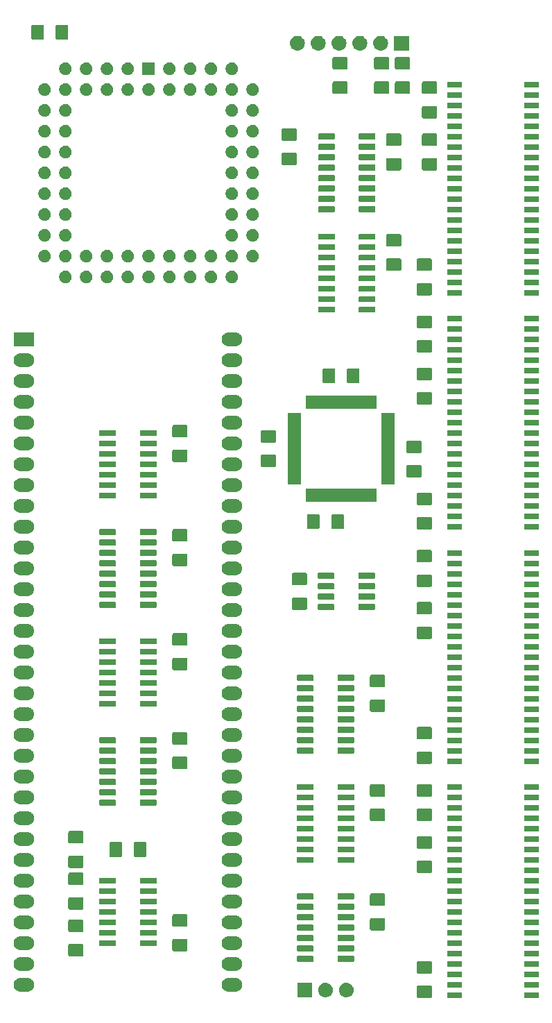
<source format=gts>
G04 #@! TF.GenerationSoftware,KiCad,Pcbnew,(5.1.2-1)-1*
G04 #@! TF.CreationDate,2019-06-08T18:38:44+01:00*
G04 #@! TF.ProjectId,A500 FastRAM,41353030-2046-4617-9374-52414d2e6b69,rev?*
G04 #@! TF.SameCoordinates,Original*
G04 #@! TF.FileFunction,Soldermask,Top*
G04 #@! TF.FilePolarity,Negative*
%FSLAX46Y46*%
G04 Gerber Fmt 4.6, Leading zero omitted, Abs format (unit mm)*
G04 Created by KiCad (PCBNEW (5.1.2-1)-1) date 2019-06-08 18:38:44*
%MOMM*%
%LPD*%
G04 APERTURE LIST*
%ADD10C,0.100000*%
G04 APERTURE END LIST*
D10*
G36*
X162521239Y-153336849D02*
G01*
X162533396Y-153340537D01*
X162544599Y-153346525D01*
X162554417Y-153354583D01*
X162562475Y-153364401D01*
X162568463Y-153375604D01*
X162572151Y-153387761D01*
X162574000Y-153406538D01*
X162574000Y-153965462D01*
X162572151Y-153984239D01*
X162568463Y-153996396D01*
X162562475Y-154007599D01*
X162554417Y-154017417D01*
X162544599Y-154025475D01*
X162533396Y-154031463D01*
X162521239Y-154035151D01*
X162502462Y-154037000D01*
X160843538Y-154037000D01*
X160824761Y-154035151D01*
X160812604Y-154031463D01*
X160801401Y-154025475D01*
X160791583Y-154017417D01*
X160783525Y-154007599D01*
X160777537Y-153996396D01*
X160773849Y-153984239D01*
X160772000Y-153965462D01*
X160772000Y-153406538D01*
X160773849Y-153387761D01*
X160777537Y-153375604D01*
X160783525Y-153364401D01*
X160791583Y-153354583D01*
X160801401Y-153346525D01*
X160812604Y-153340537D01*
X160824761Y-153336849D01*
X160843538Y-153335000D01*
X162502462Y-153335000D01*
X162521239Y-153336849D01*
X162521239Y-153336849D01*
G37*
G36*
X153121239Y-153336849D02*
G01*
X153133396Y-153340537D01*
X153144599Y-153346525D01*
X153154417Y-153354583D01*
X153162475Y-153364401D01*
X153168463Y-153375604D01*
X153172151Y-153387761D01*
X153174000Y-153406538D01*
X153174000Y-153965462D01*
X153172151Y-153984239D01*
X153168463Y-153996396D01*
X153162475Y-154007599D01*
X153154417Y-154017417D01*
X153144599Y-154025475D01*
X153133396Y-154031463D01*
X153121239Y-154035151D01*
X153102462Y-154037000D01*
X151443538Y-154037000D01*
X151424761Y-154035151D01*
X151412604Y-154031463D01*
X151401401Y-154025475D01*
X151391583Y-154017417D01*
X151383525Y-154007599D01*
X151377537Y-153996396D01*
X151373849Y-153984239D01*
X151372000Y-153965462D01*
X151372000Y-153406538D01*
X151373849Y-153387761D01*
X151377537Y-153375604D01*
X151383525Y-153364401D01*
X151391583Y-153354583D01*
X151401401Y-153346525D01*
X151412604Y-153340537D01*
X151424761Y-153336849D01*
X151443538Y-153335000D01*
X153102462Y-153335000D01*
X153121239Y-153336849D01*
X153121239Y-153336849D01*
G37*
G36*
X149365562Y-152493181D02*
G01*
X149400481Y-152503774D01*
X149432663Y-152520976D01*
X149460873Y-152544127D01*
X149484024Y-152572337D01*
X149501226Y-152604519D01*
X149511819Y-152639438D01*
X149516000Y-152681895D01*
X149516000Y-153823105D01*
X149511819Y-153865562D01*
X149501226Y-153900481D01*
X149484024Y-153932663D01*
X149460873Y-153960873D01*
X149432663Y-153984024D01*
X149400481Y-154001226D01*
X149365562Y-154011819D01*
X149323105Y-154016000D01*
X147856895Y-154016000D01*
X147814438Y-154011819D01*
X147779519Y-154001226D01*
X147747337Y-153984024D01*
X147719127Y-153960873D01*
X147695976Y-153932663D01*
X147678774Y-153900481D01*
X147668181Y-153865562D01*
X147664000Y-153823105D01*
X147664000Y-152681895D01*
X147668181Y-152639438D01*
X147678774Y-152604519D01*
X147695976Y-152572337D01*
X147719127Y-152544127D01*
X147747337Y-152520976D01*
X147779519Y-152503774D01*
X147814438Y-152493181D01*
X147856895Y-152489000D01*
X149323105Y-152489000D01*
X149365562Y-152493181D01*
X149365562Y-152493181D01*
G37*
G36*
X139175443Y-152140519D02*
G01*
X139241627Y-152147037D01*
X139411466Y-152198557D01*
X139567991Y-152282222D01*
X139603729Y-152311552D01*
X139705186Y-152394814D01*
X139786706Y-152494148D01*
X139817778Y-152532009D01*
X139901443Y-152688534D01*
X139952963Y-152858373D01*
X139970359Y-153035000D01*
X139952963Y-153211627D01*
X139901443Y-153381466D01*
X139817778Y-153537991D01*
X139788448Y-153573729D01*
X139705186Y-153675186D01*
X139603729Y-153758448D01*
X139567991Y-153787778D01*
X139567989Y-153787779D01*
X139422469Y-153865562D01*
X139411466Y-153871443D01*
X139241627Y-153922963D01*
X139175442Y-153929482D01*
X139109260Y-153936000D01*
X139020740Y-153936000D01*
X138954558Y-153929482D01*
X138888373Y-153922963D01*
X138718534Y-153871443D01*
X138707532Y-153865562D01*
X138562011Y-153787779D01*
X138562009Y-153787778D01*
X138526271Y-153758448D01*
X138424814Y-153675186D01*
X138341552Y-153573729D01*
X138312222Y-153537991D01*
X138228557Y-153381466D01*
X138177037Y-153211627D01*
X138159641Y-153035000D01*
X138177037Y-152858373D01*
X138228557Y-152688534D01*
X138312222Y-152532009D01*
X138343294Y-152494148D01*
X138424814Y-152394814D01*
X138526271Y-152311552D01*
X138562009Y-152282222D01*
X138718534Y-152198557D01*
X138888373Y-152147037D01*
X138954557Y-152140519D01*
X139020740Y-152134000D01*
X139109260Y-152134000D01*
X139175443Y-152140519D01*
X139175443Y-152140519D01*
G37*
G36*
X136635443Y-152140519D02*
G01*
X136701627Y-152147037D01*
X136871466Y-152198557D01*
X137027991Y-152282222D01*
X137063729Y-152311552D01*
X137165186Y-152394814D01*
X137246706Y-152494148D01*
X137277778Y-152532009D01*
X137361443Y-152688534D01*
X137412963Y-152858373D01*
X137430359Y-153035000D01*
X137412963Y-153211627D01*
X137361443Y-153381466D01*
X137277778Y-153537991D01*
X137248448Y-153573729D01*
X137165186Y-153675186D01*
X137063729Y-153758448D01*
X137027991Y-153787778D01*
X137027989Y-153787779D01*
X136882469Y-153865562D01*
X136871466Y-153871443D01*
X136701627Y-153922963D01*
X136635442Y-153929482D01*
X136569260Y-153936000D01*
X136480740Y-153936000D01*
X136414558Y-153929482D01*
X136348373Y-153922963D01*
X136178534Y-153871443D01*
X136167532Y-153865562D01*
X136022011Y-153787779D01*
X136022009Y-153787778D01*
X135986271Y-153758448D01*
X135884814Y-153675186D01*
X135801552Y-153573729D01*
X135772222Y-153537991D01*
X135688557Y-153381466D01*
X135637037Y-153211627D01*
X135619641Y-153035000D01*
X135637037Y-152858373D01*
X135688557Y-152688534D01*
X135772222Y-152532009D01*
X135803294Y-152494148D01*
X135884814Y-152394814D01*
X135986271Y-152311552D01*
X136022009Y-152282222D01*
X136178534Y-152198557D01*
X136348373Y-152147037D01*
X136414557Y-152140519D01*
X136480740Y-152134000D01*
X136569260Y-152134000D01*
X136635443Y-152140519D01*
X136635443Y-152140519D01*
G37*
G36*
X134886000Y-153936000D02*
G01*
X133084000Y-153936000D01*
X133084000Y-152134000D01*
X134886000Y-152134000D01*
X134886000Y-153936000D01*
X134886000Y-153936000D01*
G37*
G36*
X125661823Y-151561313D02*
G01*
X125822242Y-151609976D01*
X125954906Y-151680886D01*
X125970078Y-151688996D01*
X126099659Y-151795341D01*
X126206004Y-151924922D01*
X126206005Y-151924924D01*
X126285024Y-152072758D01*
X126285025Y-152072761D01*
X126291589Y-152094401D01*
X126333687Y-152233177D01*
X126350117Y-152400000D01*
X126333687Y-152566823D01*
X126311659Y-152639438D01*
X126288969Y-152714239D01*
X126285024Y-152727242D01*
X126214933Y-152858373D01*
X126206004Y-152875078D01*
X126099659Y-153004659D01*
X125970078Y-153111004D01*
X125970076Y-153111005D01*
X125822242Y-153190024D01*
X125661823Y-153238687D01*
X125536804Y-153251000D01*
X124653196Y-153251000D01*
X124528177Y-153238687D01*
X124367758Y-153190024D01*
X124219924Y-153111005D01*
X124219922Y-153111004D01*
X124090341Y-153004659D01*
X123983996Y-152875078D01*
X123975067Y-152858373D01*
X123904976Y-152727242D01*
X123901032Y-152714239D01*
X123878341Y-152639438D01*
X123856313Y-152566823D01*
X123839883Y-152400000D01*
X123856313Y-152233177D01*
X123898411Y-152094401D01*
X123904975Y-152072761D01*
X123904976Y-152072758D01*
X123983995Y-151924924D01*
X123983996Y-151924922D01*
X124090341Y-151795341D01*
X124219922Y-151688996D01*
X124235094Y-151680886D01*
X124367758Y-151609976D01*
X124528177Y-151561313D01*
X124653196Y-151549000D01*
X125536804Y-151549000D01*
X125661823Y-151561313D01*
X125661823Y-151561313D01*
G37*
G36*
X100261823Y-151561313D02*
G01*
X100422242Y-151609976D01*
X100554906Y-151680886D01*
X100570078Y-151688996D01*
X100699659Y-151795341D01*
X100806004Y-151924922D01*
X100806005Y-151924924D01*
X100885024Y-152072758D01*
X100885025Y-152072761D01*
X100891589Y-152094401D01*
X100933687Y-152233177D01*
X100950117Y-152400000D01*
X100933687Y-152566823D01*
X100911659Y-152639438D01*
X100888969Y-152714239D01*
X100885024Y-152727242D01*
X100814933Y-152858373D01*
X100806004Y-152875078D01*
X100699659Y-153004659D01*
X100570078Y-153111004D01*
X100570076Y-153111005D01*
X100422242Y-153190024D01*
X100261823Y-153238687D01*
X100136804Y-153251000D01*
X99253196Y-153251000D01*
X99128177Y-153238687D01*
X98967758Y-153190024D01*
X98819924Y-153111005D01*
X98819922Y-153111004D01*
X98690341Y-153004659D01*
X98583996Y-152875078D01*
X98575067Y-152858373D01*
X98504976Y-152727242D01*
X98501032Y-152714239D01*
X98478341Y-152639438D01*
X98456313Y-152566823D01*
X98439883Y-152400000D01*
X98456313Y-152233177D01*
X98498411Y-152094401D01*
X98504975Y-152072761D01*
X98504976Y-152072758D01*
X98583995Y-151924924D01*
X98583996Y-151924922D01*
X98690341Y-151795341D01*
X98819922Y-151688996D01*
X98835094Y-151680886D01*
X98967758Y-151609976D01*
X99128177Y-151561313D01*
X99253196Y-151549000D01*
X100136804Y-151549000D01*
X100261823Y-151561313D01*
X100261823Y-151561313D01*
G37*
G36*
X153121239Y-152066849D02*
G01*
X153133396Y-152070537D01*
X153144599Y-152076525D01*
X153154417Y-152084583D01*
X153162475Y-152094401D01*
X153168463Y-152105604D01*
X153172151Y-152117761D01*
X153174000Y-152136538D01*
X153174000Y-152695462D01*
X153172151Y-152714239D01*
X153168463Y-152726396D01*
X153162475Y-152737599D01*
X153154417Y-152747417D01*
X153144599Y-152755475D01*
X153133396Y-152761463D01*
X153121239Y-152765151D01*
X153102462Y-152767000D01*
X151443538Y-152767000D01*
X151424761Y-152765151D01*
X151412604Y-152761463D01*
X151401401Y-152755475D01*
X151391583Y-152747417D01*
X151383525Y-152737599D01*
X151377537Y-152726396D01*
X151373849Y-152714239D01*
X151372000Y-152695462D01*
X151372000Y-152136538D01*
X151373849Y-152117761D01*
X151377537Y-152105604D01*
X151383525Y-152094401D01*
X151391583Y-152084583D01*
X151401401Y-152076525D01*
X151412604Y-152070537D01*
X151424761Y-152066849D01*
X151443538Y-152065000D01*
X153102462Y-152065000D01*
X153121239Y-152066849D01*
X153121239Y-152066849D01*
G37*
G36*
X162521239Y-152066849D02*
G01*
X162533396Y-152070537D01*
X162544599Y-152076525D01*
X162554417Y-152084583D01*
X162562475Y-152094401D01*
X162568463Y-152105604D01*
X162572151Y-152117761D01*
X162574000Y-152136538D01*
X162574000Y-152695462D01*
X162572151Y-152714239D01*
X162568463Y-152726396D01*
X162562475Y-152737599D01*
X162554417Y-152747417D01*
X162544599Y-152755475D01*
X162533396Y-152761463D01*
X162521239Y-152765151D01*
X162502462Y-152767000D01*
X160843538Y-152767000D01*
X160824761Y-152765151D01*
X160812604Y-152761463D01*
X160801401Y-152755475D01*
X160791583Y-152747417D01*
X160783525Y-152737599D01*
X160777537Y-152726396D01*
X160773849Y-152714239D01*
X160772000Y-152695462D01*
X160772000Y-152136538D01*
X160773849Y-152117761D01*
X160777537Y-152105604D01*
X160783525Y-152094401D01*
X160791583Y-152084583D01*
X160801401Y-152076525D01*
X160812604Y-152070537D01*
X160824761Y-152066849D01*
X160843538Y-152065000D01*
X162502462Y-152065000D01*
X162521239Y-152066849D01*
X162521239Y-152066849D01*
G37*
G36*
X153121239Y-150796849D02*
G01*
X153133396Y-150800537D01*
X153144599Y-150806525D01*
X153154417Y-150814583D01*
X153162475Y-150824401D01*
X153168463Y-150835604D01*
X153172151Y-150847761D01*
X153174000Y-150866538D01*
X153174000Y-151425462D01*
X153172151Y-151444239D01*
X153168463Y-151456396D01*
X153162475Y-151467599D01*
X153154417Y-151477417D01*
X153144599Y-151485475D01*
X153133396Y-151491463D01*
X153121239Y-151495151D01*
X153102462Y-151497000D01*
X151443538Y-151497000D01*
X151424761Y-151495151D01*
X151412604Y-151491463D01*
X151401401Y-151485475D01*
X151391583Y-151477417D01*
X151383525Y-151467599D01*
X151377537Y-151456396D01*
X151373849Y-151444239D01*
X151372000Y-151425462D01*
X151372000Y-150866538D01*
X151373849Y-150847761D01*
X151377537Y-150835604D01*
X151383525Y-150824401D01*
X151391583Y-150814583D01*
X151401401Y-150806525D01*
X151412604Y-150800537D01*
X151424761Y-150796849D01*
X151443538Y-150795000D01*
X153102462Y-150795000D01*
X153121239Y-150796849D01*
X153121239Y-150796849D01*
G37*
G36*
X162521239Y-150796849D02*
G01*
X162533396Y-150800537D01*
X162544599Y-150806525D01*
X162554417Y-150814583D01*
X162562475Y-150824401D01*
X162568463Y-150835604D01*
X162572151Y-150847761D01*
X162574000Y-150866538D01*
X162574000Y-151425462D01*
X162572151Y-151444239D01*
X162568463Y-151456396D01*
X162562475Y-151467599D01*
X162554417Y-151477417D01*
X162544599Y-151485475D01*
X162533396Y-151491463D01*
X162521239Y-151495151D01*
X162502462Y-151497000D01*
X160843538Y-151497000D01*
X160824761Y-151495151D01*
X160812604Y-151491463D01*
X160801401Y-151485475D01*
X160791583Y-151477417D01*
X160783525Y-151467599D01*
X160777537Y-151456396D01*
X160773849Y-151444239D01*
X160772000Y-151425462D01*
X160772000Y-150866538D01*
X160773849Y-150847761D01*
X160777537Y-150835604D01*
X160783525Y-150824401D01*
X160791583Y-150814583D01*
X160801401Y-150806525D01*
X160812604Y-150800537D01*
X160824761Y-150796849D01*
X160843538Y-150795000D01*
X162502462Y-150795000D01*
X162521239Y-150796849D01*
X162521239Y-150796849D01*
G37*
G36*
X149365562Y-149518181D02*
G01*
X149400481Y-149528774D01*
X149432663Y-149545976D01*
X149460873Y-149569127D01*
X149484024Y-149597337D01*
X149501226Y-149629519D01*
X149511819Y-149664438D01*
X149516000Y-149706895D01*
X149516000Y-150848105D01*
X149511819Y-150890562D01*
X149501226Y-150925481D01*
X149484024Y-150957663D01*
X149460873Y-150985873D01*
X149432663Y-151009024D01*
X149400481Y-151026226D01*
X149365562Y-151036819D01*
X149323105Y-151041000D01*
X147856895Y-151041000D01*
X147814438Y-151036819D01*
X147779519Y-151026226D01*
X147747337Y-151009024D01*
X147719127Y-150985873D01*
X147695976Y-150957663D01*
X147678774Y-150925481D01*
X147668181Y-150890562D01*
X147664000Y-150848105D01*
X147664000Y-149706895D01*
X147668181Y-149664438D01*
X147678774Y-149629519D01*
X147695976Y-149597337D01*
X147719127Y-149569127D01*
X147747337Y-149545976D01*
X147779519Y-149528774D01*
X147814438Y-149518181D01*
X147856895Y-149514000D01*
X149323105Y-149514000D01*
X149365562Y-149518181D01*
X149365562Y-149518181D01*
G37*
G36*
X125661823Y-149021313D02*
G01*
X125822242Y-149069976D01*
X125954906Y-149140886D01*
X125970078Y-149148996D01*
X126099659Y-149255341D01*
X126206004Y-149384922D01*
X126206005Y-149384924D01*
X126285024Y-149532758D01*
X126285025Y-149532761D01*
X126291589Y-149554401D01*
X126333687Y-149693177D01*
X126350117Y-149860000D01*
X126333687Y-150026823D01*
X126307245Y-150113991D01*
X126288969Y-150174239D01*
X126285024Y-150187242D01*
X126214114Y-150319906D01*
X126206004Y-150335078D01*
X126099659Y-150464659D01*
X125970078Y-150571004D01*
X125970076Y-150571005D01*
X125822242Y-150650024D01*
X125661823Y-150698687D01*
X125536804Y-150711000D01*
X124653196Y-150711000D01*
X124528177Y-150698687D01*
X124367758Y-150650024D01*
X124219924Y-150571005D01*
X124219922Y-150571004D01*
X124090341Y-150464659D01*
X123983996Y-150335078D01*
X123975886Y-150319906D01*
X123904976Y-150187242D01*
X123901032Y-150174239D01*
X123882755Y-150113991D01*
X123856313Y-150026823D01*
X123839883Y-149860000D01*
X123856313Y-149693177D01*
X123898411Y-149554401D01*
X123904975Y-149532761D01*
X123904976Y-149532758D01*
X123983995Y-149384924D01*
X123983996Y-149384922D01*
X124090341Y-149255341D01*
X124219922Y-149148996D01*
X124235094Y-149140886D01*
X124367758Y-149069976D01*
X124528177Y-149021313D01*
X124653196Y-149009000D01*
X125536804Y-149009000D01*
X125661823Y-149021313D01*
X125661823Y-149021313D01*
G37*
G36*
X100261823Y-149021313D02*
G01*
X100422242Y-149069976D01*
X100554906Y-149140886D01*
X100570078Y-149148996D01*
X100699659Y-149255341D01*
X100806004Y-149384922D01*
X100806005Y-149384924D01*
X100885024Y-149532758D01*
X100885025Y-149532761D01*
X100891589Y-149554401D01*
X100933687Y-149693177D01*
X100950117Y-149860000D01*
X100933687Y-150026823D01*
X100907245Y-150113991D01*
X100888969Y-150174239D01*
X100885024Y-150187242D01*
X100814114Y-150319906D01*
X100806004Y-150335078D01*
X100699659Y-150464659D01*
X100570078Y-150571004D01*
X100570076Y-150571005D01*
X100422242Y-150650024D01*
X100261823Y-150698687D01*
X100136804Y-150711000D01*
X99253196Y-150711000D01*
X99128177Y-150698687D01*
X98967758Y-150650024D01*
X98819924Y-150571005D01*
X98819922Y-150571004D01*
X98690341Y-150464659D01*
X98583996Y-150335078D01*
X98575886Y-150319906D01*
X98504976Y-150187242D01*
X98501032Y-150174239D01*
X98482755Y-150113991D01*
X98456313Y-150026823D01*
X98439883Y-149860000D01*
X98456313Y-149693177D01*
X98498411Y-149554401D01*
X98504975Y-149532761D01*
X98504976Y-149532758D01*
X98583995Y-149384924D01*
X98583996Y-149384922D01*
X98690341Y-149255341D01*
X98819922Y-149148996D01*
X98835094Y-149140886D01*
X98967758Y-149069976D01*
X99128177Y-149021313D01*
X99253196Y-149009000D01*
X100136804Y-149009000D01*
X100261823Y-149021313D01*
X100261823Y-149021313D01*
G37*
G36*
X162521239Y-149526849D02*
G01*
X162533396Y-149530537D01*
X162544599Y-149536525D01*
X162554417Y-149544583D01*
X162562475Y-149554401D01*
X162568463Y-149565604D01*
X162572151Y-149577761D01*
X162574000Y-149596538D01*
X162574000Y-150155462D01*
X162572151Y-150174239D01*
X162568463Y-150186396D01*
X162562475Y-150197599D01*
X162554417Y-150207417D01*
X162544599Y-150215475D01*
X162533396Y-150221463D01*
X162521239Y-150225151D01*
X162502462Y-150227000D01*
X160843538Y-150227000D01*
X160824761Y-150225151D01*
X160812604Y-150221463D01*
X160801401Y-150215475D01*
X160791583Y-150207417D01*
X160783525Y-150197599D01*
X160777537Y-150186396D01*
X160773849Y-150174239D01*
X160772000Y-150155462D01*
X160772000Y-149596538D01*
X160773849Y-149577761D01*
X160777537Y-149565604D01*
X160783525Y-149554401D01*
X160791583Y-149544583D01*
X160801401Y-149536525D01*
X160812604Y-149530537D01*
X160824761Y-149526849D01*
X160843538Y-149525000D01*
X162502462Y-149525000D01*
X162521239Y-149526849D01*
X162521239Y-149526849D01*
G37*
G36*
X153121239Y-149526849D02*
G01*
X153133396Y-149530537D01*
X153144599Y-149536525D01*
X153154417Y-149544583D01*
X153162475Y-149554401D01*
X153168463Y-149565604D01*
X153172151Y-149577761D01*
X153174000Y-149596538D01*
X153174000Y-150155462D01*
X153172151Y-150174239D01*
X153168463Y-150186396D01*
X153162475Y-150197599D01*
X153154417Y-150207417D01*
X153144599Y-150215475D01*
X153133396Y-150221463D01*
X153121239Y-150225151D01*
X153102462Y-150227000D01*
X151443538Y-150227000D01*
X151424761Y-150225151D01*
X151412604Y-150221463D01*
X151401401Y-150215475D01*
X151391583Y-150207417D01*
X151383525Y-150197599D01*
X151377537Y-150186396D01*
X151373849Y-150174239D01*
X151372000Y-150155462D01*
X151372000Y-149596538D01*
X151373849Y-149577761D01*
X151377537Y-149565604D01*
X151383525Y-149554401D01*
X151391583Y-149544583D01*
X151401401Y-149536525D01*
X151412604Y-149530537D01*
X151424761Y-149526849D01*
X151443538Y-149525000D01*
X153102462Y-149525000D01*
X153121239Y-149526849D01*
X153121239Y-149526849D01*
G37*
G36*
X134984928Y-148876764D02*
G01*
X135006009Y-148883160D01*
X135025445Y-148893548D01*
X135042476Y-148907524D01*
X135056452Y-148924555D01*
X135066840Y-148943991D01*
X135073236Y-148965072D01*
X135076000Y-148993140D01*
X135076000Y-149456860D01*
X135073236Y-149484928D01*
X135066840Y-149506009D01*
X135056452Y-149525445D01*
X135042476Y-149542476D01*
X135025445Y-149556452D01*
X135006009Y-149566840D01*
X134984928Y-149573236D01*
X134956860Y-149576000D01*
X133143140Y-149576000D01*
X133115072Y-149573236D01*
X133093991Y-149566840D01*
X133074555Y-149556452D01*
X133057524Y-149542476D01*
X133043548Y-149525445D01*
X133033160Y-149506009D01*
X133026764Y-149484928D01*
X133024000Y-149456860D01*
X133024000Y-148993140D01*
X133026764Y-148965072D01*
X133033160Y-148943991D01*
X133043548Y-148924555D01*
X133057524Y-148907524D01*
X133074555Y-148893548D01*
X133093991Y-148883160D01*
X133115072Y-148876764D01*
X133143140Y-148874000D01*
X134956860Y-148874000D01*
X134984928Y-148876764D01*
X134984928Y-148876764D01*
G37*
G36*
X139934928Y-148876764D02*
G01*
X139956009Y-148883160D01*
X139975445Y-148893548D01*
X139992476Y-148907524D01*
X140006452Y-148924555D01*
X140016840Y-148943991D01*
X140023236Y-148965072D01*
X140026000Y-148993140D01*
X140026000Y-149456860D01*
X140023236Y-149484928D01*
X140016840Y-149506009D01*
X140006452Y-149525445D01*
X139992476Y-149542476D01*
X139975445Y-149556452D01*
X139956009Y-149566840D01*
X139934928Y-149573236D01*
X139906860Y-149576000D01*
X138093140Y-149576000D01*
X138065072Y-149573236D01*
X138043991Y-149566840D01*
X138024555Y-149556452D01*
X138007524Y-149542476D01*
X137993548Y-149525445D01*
X137983160Y-149506009D01*
X137976764Y-149484928D01*
X137974000Y-149456860D01*
X137974000Y-148993140D01*
X137976764Y-148965072D01*
X137983160Y-148943991D01*
X137993548Y-148924555D01*
X138007524Y-148907524D01*
X138024555Y-148893548D01*
X138043991Y-148883160D01*
X138065072Y-148876764D01*
X138093140Y-148874000D01*
X139906860Y-148874000D01*
X139934928Y-148876764D01*
X139934928Y-148876764D01*
G37*
G36*
X153121239Y-148256849D02*
G01*
X153133396Y-148260537D01*
X153144599Y-148266525D01*
X153154417Y-148274583D01*
X153162475Y-148284401D01*
X153168463Y-148295604D01*
X153172151Y-148307761D01*
X153174000Y-148326538D01*
X153174000Y-148885462D01*
X153172151Y-148904239D01*
X153168463Y-148916396D01*
X153162475Y-148927599D01*
X153154417Y-148937417D01*
X153144599Y-148945475D01*
X153133396Y-148951463D01*
X153121239Y-148955151D01*
X153102462Y-148957000D01*
X151443538Y-148957000D01*
X151424761Y-148955151D01*
X151412604Y-148951463D01*
X151401401Y-148945475D01*
X151391583Y-148937417D01*
X151383525Y-148927599D01*
X151377537Y-148916396D01*
X151373849Y-148904239D01*
X151372000Y-148885462D01*
X151372000Y-148326538D01*
X151373849Y-148307761D01*
X151377537Y-148295604D01*
X151383525Y-148284401D01*
X151391583Y-148274583D01*
X151401401Y-148266525D01*
X151412604Y-148260537D01*
X151424761Y-148256849D01*
X151443538Y-148255000D01*
X153102462Y-148255000D01*
X153121239Y-148256849D01*
X153121239Y-148256849D01*
G37*
G36*
X162521239Y-148256849D02*
G01*
X162533396Y-148260537D01*
X162544599Y-148266525D01*
X162554417Y-148274583D01*
X162562475Y-148284401D01*
X162568463Y-148295604D01*
X162572151Y-148307761D01*
X162574000Y-148326538D01*
X162574000Y-148885462D01*
X162572151Y-148904239D01*
X162568463Y-148916396D01*
X162562475Y-148927599D01*
X162554417Y-148937417D01*
X162544599Y-148945475D01*
X162533396Y-148951463D01*
X162521239Y-148955151D01*
X162502462Y-148957000D01*
X160843538Y-148957000D01*
X160824761Y-148955151D01*
X160812604Y-148951463D01*
X160801401Y-148945475D01*
X160791583Y-148937417D01*
X160783525Y-148927599D01*
X160777537Y-148916396D01*
X160773849Y-148904239D01*
X160772000Y-148885462D01*
X160772000Y-148326538D01*
X160773849Y-148307761D01*
X160777537Y-148295604D01*
X160783525Y-148284401D01*
X160791583Y-148274583D01*
X160801401Y-148266525D01*
X160812604Y-148260537D01*
X160824761Y-148256849D01*
X160843538Y-148255000D01*
X162502462Y-148255000D01*
X162521239Y-148256849D01*
X162521239Y-148256849D01*
G37*
G36*
X106820562Y-147413181D02*
G01*
X106855481Y-147423774D01*
X106887663Y-147440976D01*
X106915873Y-147464127D01*
X106939024Y-147492337D01*
X106956226Y-147524519D01*
X106966819Y-147559438D01*
X106971000Y-147601895D01*
X106971000Y-148743105D01*
X106966819Y-148785562D01*
X106956226Y-148820481D01*
X106939024Y-148852663D01*
X106915873Y-148880873D01*
X106887663Y-148904024D01*
X106855481Y-148921226D01*
X106820562Y-148931819D01*
X106778105Y-148936000D01*
X105311895Y-148936000D01*
X105269438Y-148931819D01*
X105234519Y-148921226D01*
X105202337Y-148904024D01*
X105174127Y-148880873D01*
X105150976Y-148852663D01*
X105133774Y-148820481D01*
X105123181Y-148785562D01*
X105119000Y-148743105D01*
X105119000Y-147601895D01*
X105123181Y-147559438D01*
X105133774Y-147524519D01*
X105150976Y-147492337D01*
X105174127Y-147464127D01*
X105202337Y-147440976D01*
X105234519Y-147423774D01*
X105269438Y-147413181D01*
X105311895Y-147409000D01*
X106778105Y-147409000D01*
X106820562Y-147413181D01*
X106820562Y-147413181D01*
G37*
G36*
X134984928Y-147606764D02*
G01*
X135006009Y-147613160D01*
X135025445Y-147623548D01*
X135042476Y-147637524D01*
X135056452Y-147654555D01*
X135066840Y-147673991D01*
X135073236Y-147695072D01*
X135076000Y-147723140D01*
X135076000Y-148186860D01*
X135073236Y-148214928D01*
X135066840Y-148236009D01*
X135056452Y-148255445D01*
X135042476Y-148272476D01*
X135025445Y-148286452D01*
X135006009Y-148296840D01*
X134984928Y-148303236D01*
X134956860Y-148306000D01*
X133143140Y-148306000D01*
X133115072Y-148303236D01*
X133093991Y-148296840D01*
X133074555Y-148286452D01*
X133057524Y-148272476D01*
X133043548Y-148255445D01*
X133033160Y-148236009D01*
X133026764Y-148214928D01*
X133024000Y-148186860D01*
X133024000Y-147723140D01*
X133026764Y-147695072D01*
X133033160Y-147673991D01*
X133043548Y-147654555D01*
X133057524Y-147637524D01*
X133074555Y-147623548D01*
X133093991Y-147613160D01*
X133115072Y-147606764D01*
X133143140Y-147604000D01*
X134956860Y-147604000D01*
X134984928Y-147606764D01*
X134984928Y-147606764D01*
G37*
G36*
X139934928Y-147606764D02*
G01*
X139956009Y-147613160D01*
X139975445Y-147623548D01*
X139992476Y-147637524D01*
X140006452Y-147654555D01*
X140016840Y-147673991D01*
X140023236Y-147695072D01*
X140026000Y-147723140D01*
X140026000Y-148186860D01*
X140023236Y-148214928D01*
X140016840Y-148236009D01*
X140006452Y-148255445D01*
X139992476Y-148272476D01*
X139975445Y-148286452D01*
X139956009Y-148296840D01*
X139934928Y-148303236D01*
X139906860Y-148306000D01*
X138093140Y-148306000D01*
X138065072Y-148303236D01*
X138043991Y-148296840D01*
X138024555Y-148286452D01*
X138007524Y-148272476D01*
X137993548Y-148255445D01*
X137983160Y-148236009D01*
X137976764Y-148214928D01*
X137974000Y-148186860D01*
X137974000Y-147723140D01*
X137976764Y-147695072D01*
X137983160Y-147673991D01*
X137993548Y-147654555D01*
X138007524Y-147637524D01*
X138024555Y-147623548D01*
X138043991Y-147613160D01*
X138065072Y-147606764D01*
X138093140Y-147604000D01*
X139906860Y-147604000D01*
X139934928Y-147606764D01*
X139934928Y-147606764D01*
G37*
G36*
X119520562Y-146778181D02*
G01*
X119555481Y-146788774D01*
X119587663Y-146805976D01*
X119615873Y-146829127D01*
X119639024Y-146857337D01*
X119656226Y-146889519D01*
X119666819Y-146924438D01*
X119671000Y-146966895D01*
X119671000Y-148108105D01*
X119666819Y-148150562D01*
X119656226Y-148185481D01*
X119639024Y-148217663D01*
X119615873Y-148245873D01*
X119587663Y-148269024D01*
X119555481Y-148286226D01*
X119520562Y-148296819D01*
X119478105Y-148301000D01*
X118011895Y-148301000D01*
X117969438Y-148296819D01*
X117934519Y-148286226D01*
X117902337Y-148269024D01*
X117874127Y-148245873D01*
X117850976Y-148217663D01*
X117833774Y-148185481D01*
X117823181Y-148150562D01*
X117819000Y-148108105D01*
X117819000Y-146966895D01*
X117823181Y-146924438D01*
X117833774Y-146889519D01*
X117850976Y-146857337D01*
X117874127Y-146829127D01*
X117902337Y-146805976D01*
X117934519Y-146788774D01*
X117969438Y-146778181D01*
X118011895Y-146774000D01*
X119478105Y-146774000D01*
X119520562Y-146778181D01*
X119520562Y-146778181D01*
G37*
G36*
X100261823Y-146481313D02*
G01*
X100422242Y-146529976D01*
X100554906Y-146600886D01*
X100570078Y-146608996D01*
X100699659Y-146715341D01*
X100806004Y-146844922D01*
X100806005Y-146844924D01*
X100885024Y-146992758D01*
X100885025Y-146992761D01*
X100891589Y-147014401D01*
X100933687Y-147153177D01*
X100950117Y-147320000D01*
X100933687Y-147486823D01*
X100907245Y-147573991D01*
X100888969Y-147634239D01*
X100885024Y-147647242D01*
X100832631Y-147745262D01*
X100806004Y-147795078D01*
X100699659Y-147924659D01*
X100570078Y-148031004D01*
X100570076Y-148031005D01*
X100422242Y-148110024D01*
X100261823Y-148158687D01*
X100136804Y-148171000D01*
X99253196Y-148171000D01*
X99128177Y-148158687D01*
X98967758Y-148110024D01*
X98819924Y-148031005D01*
X98819922Y-148031004D01*
X98690341Y-147924659D01*
X98583996Y-147795078D01*
X98557369Y-147745262D01*
X98504976Y-147647242D01*
X98501032Y-147634239D01*
X98482755Y-147573991D01*
X98456313Y-147486823D01*
X98439883Y-147320000D01*
X98456313Y-147153177D01*
X98498411Y-147014401D01*
X98504975Y-146992761D01*
X98504976Y-146992758D01*
X98583995Y-146844924D01*
X98583996Y-146844922D01*
X98690341Y-146715341D01*
X98819922Y-146608996D01*
X98835094Y-146600886D01*
X98967758Y-146529976D01*
X99128177Y-146481313D01*
X99253196Y-146469000D01*
X100136804Y-146469000D01*
X100261823Y-146481313D01*
X100261823Y-146481313D01*
G37*
G36*
X125661823Y-146481313D02*
G01*
X125822242Y-146529976D01*
X125954906Y-146600886D01*
X125970078Y-146608996D01*
X126099659Y-146715341D01*
X126206004Y-146844922D01*
X126206005Y-146844924D01*
X126285024Y-146992758D01*
X126285025Y-146992761D01*
X126291589Y-147014401D01*
X126333687Y-147153177D01*
X126350117Y-147320000D01*
X126333687Y-147486823D01*
X126307245Y-147573991D01*
X126288969Y-147634239D01*
X126285024Y-147647242D01*
X126232631Y-147745262D01*
X126206004Y-147795078D01*
X126099659Y-147924659D01*
X125970078Y-148031004D01*
X125970076Y-148031005D01*
X125822242Y-148110024D01*
X125661823Y-148158687D01*
X125536804Y-148171000D01*
X124653196Y-148171000D01*
X124528177Y-148158687D01*
X124367758Y-148110024D01*
X124219924Y-148031005D01*
X124219922Y-148031004D01*
X124090341Y-147924659D01*
X123983996Y-147795078D01*
X123957369Y-147745262D01*
X123904976Y-147647242D01*
X123901032Y-147634239D01*
X123882755Y-147573991D01*
X123856313Y-147486823D01*
X123839883Y-147320000D01*
X123856313Y-147153177D01*
X123898411Y-147014401D01*
X123904975Y-146992761D01*
X123904976Y-146992758D01*
X123983995Y-146844924D01*
X123983996Y-146844922D01*
X124090341Y-146715341D01*
X124219922Y-146608996D01*
X124235094Y-146600886D01*
X124367758Y-146529976D01*
X124528177Y-146481313D01*
X124653196Y-146469000D01*
X125536804Y-146469000D01*
X125661823Y-146481313D01*
X125661823Y-146481313D01*
G37*
G36*
X153121239Y-146986849D02*
G01*
X153133396Y-146990537D01*
X153144599Y-146996525D01*
X153154417Y-147004583D01*
X153162475Y-147014401D01*
X153168463Y-147025604D01*
X153172151Y-147037761D01*
X153174000Y-147056538D01*
X153174000Y-147615462D01*
X153172151Y-147634239D01*
X153168463Y-147646396D01*
X153162475Y-147657599D01*
X153154417Y-147667417D01*
X153144599Y-147675475D01*
X153133396Y-147681463D01*
X153121239Y-147685151D01*
X153102462Y-147687000D01*
X151443538Y-147687000D01*
X151424761Y-147685151D01*
X151412604Y-147681463D01*
X151401401Y-147675475D01*
X151391583Y-147667417D01*
X151383525Y-147657599D01*
X151377537Y-147646396D01*
X151373849Y-147634239D01*
X151372000Y-147615462D01*
X151372000Y-147056538D01*
X151373849Y-147037761D01*
X151377537Y-147025604D01*
X151383525Y-147014401D01*
X151391583Y-147004583D01*
X151401401Y-146996525D01*
X151412604Y-146990537D01*
X151424761Y-146986849D01*
X151443538Y-146985000D01*
X153102462Y-146985000D01*
X153121239Y-146986849D01*
X153121239Y-146986849D01*
G37*
G36*
X162521239Y-146986849D02*
G01*
X162533396Y-146990537D01*
X162544599Y-146996525D01*
X162554417Y-147004583D01*
X162562475Y-147014401D01*
X162568463Y-147025604D01*
X162572151Y-147037761D01*
X162574000Y-147056538D01*
X162574000Y-147615462D01*
X162572151Y-147634239D01*
X162568463Y-147646396D01*
X162562475Y-147657599D01*
X162554417Y-147667417D01*
X162544599Y-147675475D01*
X162533396Y-147681463D01*
X162521239Y-147685151D01*
X162502462Y-147687000D01*
X160843538Y-147687000D01*
X160824761Y-147685151D01*
X160812604Y-147681463D01*
X160801401Y-147675475D01*
X160791583Y-147667417D01*
X160783525Y-147657599D01*
X160777537Y-147646396D01*
X160773849Y-147634239D01*
X160772000Y-147615462D01*
X160772000Y-147056538D01*
X160773849Y-147037761D01*
X160777537Y-147025604D01*
X160783525Y-147014401D01*
X160791583Y-147004583D01*
X160801401Y-146996525D01*
X160812604Y-146990537D01*
X160824761Y-146986849D01*
X160843538Y-146985000D01*
X162502462Y-146985000D01*
X162521239Y-146986849D01*
X162521239Y-146986849D01*
G37*
G36*
X115804928Y-146971764D02*
G01*
X115826009Y-146978160D01*
X115845445Y-146988548D01*
X115862476Y-147002524D01*
X115876452Y-147019555D01*
X115886840Y-147038991D01*
X115893236Y-147060072D01*
X115896000Y-147088140D01*
X115896000Y-147551860D01*
X115893236Y-147579928D01*
X115886840Y-147601009D01*
X115876452Y-147620445D01*
X115862476Y-147637476D01*
X115845445Y-147651452D01*
X115826009Y-147661840D01*
X115804928Y-147668236D01*
X115776860Y-147671000D01*
X113963140Y-147671000D01*
X113935072Y-147668236D01*
X113913991Y-147661840D01*
X113894555Y-147651452D01*
X113877524Y-147637476D01*
X113863548Y-147620445D01*
X113853160Y-147601009D01*
X113846764Y-147579928D01*
X113844000Y-147551860D01*
X113844000Y-147088140D01*
X113846764Y-147060072D01*
X113853160Y-147038991D01*
X113863548Y-147019555D01*
X113877524Y-147002524D01*
X113894555Y-146988548D01*
X113913991Y-146978160D01*
X113935072Y-146971764D01*
X113963140Y-146969000D01*
X115776860Y-146969000D01*
X115804928Y-146971764D01*
X115804928Y-146971764D01*
G37*
G36*
X110854928Y-146971764D02*
G01*
X110876009Y-146978160D01*
X110895445Y-146988548D01*
X110912476Y-147002524D01*
X110926452Y-147019555D01*
X110936840Y-147038991D01*
X110943236Y-147060072D01*
X110946000Y-147088140D01*
X110946000Y-147551860D01*
X110943236Y-147579928D01*
X110936840Y-147601009D01*
X110926452Y-147620445D01*
X110912476Y-147637476D01*
X110895445Y-147651452D01*
X110876009Y-147661840D01*
X110854928Y-147668236D01*
X110826860Y-147671000D01*
X109013140Y-147671000D01*
X108985072Y-147668236D01*
X108963991Y-147661840D01*
X108944555Y-147651452D01*
X108927524Y-147637476D01*
X108913548Y-147620445D01*
X108903160Y-147601009D01*
X108896764Y-147579928D01*
X108894000Y-147551860D01*
X108894000Y-147088140D01*
X108896764Y-147060072D01*
X108903160Y-147038991D01*
X108913548Y-147019555D01*
X108927524Y-147002524D01*
X108944555Y-146988548D01*
X108963991Y-146978160D01*
X108985072Y-146971764D01*
X109013140Y-146969000D01*
X110826860Y-146969000D01*
X110854928Y-146971764D01*
X110854928Y-146971764D01*
G37*
G36*
X134984928Y-146336764D02*
G01*
X135006009Y-146343160D01*
X135025445Y-146353548D01*
X135042476Y-146367524D01*
X135056452Y-146384555D01*
X135066840Y-146403991D01*
X135073236Y-146425072D01*
X135076000Y-146453140D01*
X135076000Y-146916860D01*
X135073236Y-146944928D01*
X135066840Y-146966009D01*
X135056452Y-146985445D01*
X135042476Y-147002476D01*
X135025445Y-147016452D01*
X135006009Y-147026840D01*
X134984928Y-147033236D01*
X134956860Y-147036000D01*
X133143140Y-147036000D01*
X133115072Y-147033236D01*
X133093991Y-147026840D01*
X133074555Y-147016452D01*
X133057524Y-147002476D01*
X133043548Y-146985445D01*
X133033160Y-146966009D01*
X133026764Y-146944928D01*
X133024000Y-146916860D01*
X133024000Y-146453140D01*
X133026764Y-146425072D01*
X133033160Y-146403991D01*
X133043548Y-146384555D01*
X133057524Y-146367524D01*
X133074555Y-146353548D01*
X133093991Y-146343160D01*
X133115072Y-146336764D01*
X133143140Y-146334000D01*
X134956860Y-146334000D01*
X134984928Y-146336764D01*
X134984928Y-146336764D01*
G37*
G36*
X139934928Y-146336764D02*
G01*
X139956009Y-146343160D01*
X139975445Y-146353548D01*
X139992476Y-146367524D01*
X140006452Y-146384555D01*
X140016840Y-146403991D01*
X140023236Y-146425072D01*
X140026000Y-146453140D01*
X140026000Y-146916860D01*
X140023236Y-146944928D01*
X140016840Y-146966009D01*
X140006452Y-146985445D01*
X139992476Y-147002476D01*
X139975445Y-147016452D01*
X139956009Y-147026840D01*
X139934928Y-147033236D01*
X139906860Y-147036000D01*
X138093140Y-147036000D01*
X138065072Y-147033236D01*
X138043991Y-147026840D01*
X138024555Y-147016452D01*
X138007524Y-147002476D01*
X137993548Y-146985445D01*
X137983160Y-146966009D01*
X137976764Y-146944928D01*
X137974000Y-146916860D01*
X137974000Y-146453140D01*
X137976764Y-146425072D01*
X137983160Y-146403991D01*
X137993548Y-146384555D01*
X138007524Y-146367524D01*
X138024555Y-146353548D01*
X138043991Y-146343160D01*
X138065072Y-146336764D01*
X138093140Y-146334000D01*
X139906860Y-146334000D01*
X139934928Y-146336764D01*
X139934928Y-146336764D01*
G37*
G36*
X153121239Y-145716849D02*
G01*
X153133396Y-145720537D01*
X153144599Y-145726525D01*
X153154417Y-145734583D01*
X153162475Y-145744401D01*
X153168463Y-145755604D01*
X153172151Y-145767761D01*
X153174000Y-145786538D01*
X153174000Y-146345462D01*
X153172151Y-146364239D01*
X153168463Y-146376396D01*
X153162475Y-146387599D01*
X153154417Y-146397417D01*
X153144599Y-146405475D01*
X153133396Y-146411463D01*
X153121239Y-146415151D01*
X153102462Y-146417000D01*
X151443538Y-146417000D01*
X151424761Y-146415151D01*
X151412604Y-146411463D01*
X151401401Y-146405475D01*
X151391583Y-146397417D01*
X151383525Y-146387599D01*
X151377537Y-146376396D01*
X151373849Y-146364239D01*
X151372000Y-146345462D01*
X151372000Y-145786538D01*
X151373849Y-145767761D01*
X151377537Y-145755604D01*
X151383525Y-145744401D01*
X151391583Y-145734583D01*
X151401401Y-145726525D01*
X151412604Y-145720537D01*
X151424761Y-145716849D01*
X151443538Y-145715000D01*
X153102462Y-145715000D01*
X153121239Y-145716849D01*
X153121239Y-145716849D01*
G37*
G36*
X162521239Y-145716849D02*
G01*
X162533396Y-145720537D01*
X162544599Y-145726525D01*
X162554417Y-145734583D01*
X162562475Y-145744401D01*
X162568463Y-145755604D01*
X162572151Y-145767761D01*
X162574000Y-145786538D01*
X162574000Y-146345462D01*
X162572151Y-146364239D01*
X162568463Y-146376396D01*
X162562475Y-146387599D01*
X162554417Y-146397417D01*
X162544599Y-146405475D01*
X162533396Y-146411463D01*
X162521239Y-146415151D01*
X162502462Y-146417000D01*
X160843538Y-146417000D01*
X160824761Y-146415151D01*
X160812604Y-146411463D01*
X160801401Y-146405475D01*
X160791583Y-146397417D01*
X160783525Y-146387599D01*
X160777537Y-146376396D01*
X160773849Y-146364239D01*
X160772000Y-146345462D01*
X160772000Y-145786538D01*
X160773849Y-145767761D01*
X160777537Y-145755604D01*
X160783525Y-145744401D01*
X160791583Y-145734583D01*
X160801401Y-145726525D01*
X160812604Y-145720537D01*
X160824761Y-145716849D01*
X160843538Y-145715000D01*
X162502462Y-145715000D01*
X162521239Y-145716849D01*
X162521239Y-145716849D01*
G37*
G36*
X115804928Y-145701764D02*
G01*
X115826009Y-145708160D01*
X115845445Y-145718548D01*
X115862476Y-145732524D01*
X115876452Y-145749555D01*
X115886840Y-145768991D01*
X115893236Y-145790072D01*
X115896000Y-145818140D01*
X115896000Y-146281860D01*
X115893236Y-146309928D01*
X115886840Y-146331009D01*
X115876452Y-146350445D01*
X115862476Y-146367476D01*
X115845445Y-146381452D01*
X115826009Y-146391840D01*
X115804928Y-146398236D01*
X115776860Y-146401000D01*
X113963140Y-146401000D01*
X113935072Y-146398236D01*
X113913991Y-146391840D01*
X113894555Y-146381452D01*
X113877524Y-146367476D01*
X113863548Y-146350445D01*
X113853160Y-146331009D01*
X113846764Y-146309928D01*
X113844000Y-146281860D01*
X113844000Y-145818140D01*
X113846764Y-145790072D01*
X113853160Y-145768991D01*
X113863548Y-145749555D01*
X113877524Y-145732524D01*
X113894555Y-145718548D01*
X113913991Y-145708160D01*
X113935072Y-145701764D01*
X113963140Y-145699000D01*
X115776860Y-145699000D01*
X115804928Y-145701764D01*
X115804928Y-145701764D01*
G37*
G36*
X110854928Y-145701764D02*
G01*
X110876009Y-145708160D01*
X110895445Y-145718548D01*
X110912476Y-145732524D01*
X110926452Y-145749555D01*
X110936840Y-145768991D01*
X110943236Y-145790072D01*
X110946000Y-145818140D01*
X110946000Y-146281860D01*
X110943236Y-146309928D01*
X110936840Y-146331009D01*
X110926452Y-146350445D01*
X110912476Y-146367476D01*
X110895445Y-146381452D01*
X110876009Y-146391840D01*
X110854928Y-146398236D01*
X110826860Y-146401000D01*
X109013140Y-146401000D01*
X108985072Y-146398236D01*
X108963991Y-146391840D01*
X108944555Y-146381452D01*
X108927524Y-146367476D01*
X108913548Y-146350445D01*
X108903160Y-146331009D01*
X108896764Y-146309928D01*
X108894000Y-146281860D01*
X108894000Y-145818140D01*
X108896764Y-145790072D01*
X108903160Y-145768991D01*
X108913548Y-145749555D01*
X108927524Y-145732524D01*
X108944555Y-145718548D01*
X108963991Y-145708160D01*
X108985072Y-145701764D01*
X109013140Y-145699000D01*
X110826860Y-145699000D01*
X110854928Y-145701764D01*
X110854928Y-145701764D01*
G37*
G36*
X106820562Y-144438181D02*
G01*
X106855481Y-144448774D01*
X106887663Y-144465976D01*
X106915873Y-144489127D01*
X106939024Y-144517337D01*
X106956226Y-144549519D01*
X106966819Y-144584438D01*
X106971000Y-144626895D01*
X106971000Y-145768105D01*
X106966819Y-145810562D01*
X106956226Y-145845481D01*
X106939024Y-145877663D01*
X106915873Y-145905873D01*
X106887663Y-145929024D01*
X106855481Y-145946226D01*
X106820562Y-145956819D01*
X106778105Y-145961000D01*
X105311895Y-145961000D01*
X105269438Y-145956819D01*
X105234519Y-145946226D01*
X105202337Y-145929024D01*
X105174127Y-145905873D01*
X105150976Y-145877663D01*
X105133774Y-145845481D01*
X105123181Y-145810562D01*
X105119000Y-145768105D01*
X105119000Y-144626895D01*
X105123181Y-144584438D01*
X105133774Y-144549519D01*
X105150976Y-144517337D01*
X105174127Y-144489127D01*
X105202337Y-144465976D01*
X105234519Y-144448774D01*
X105269438Y-144438181D01*
X105311895Y-144434000D01*
X106778105Y-144434000D01*
X106820562Y-144438181D01*
X106820562Y-144438181D01*
G37*
G36*
X134984928Y-145066764D02*
G01*
X135006009Y-145073160D01*
X135025445Y-145083548D01*
X135042476Y-145097524D01*
X135056452Y-145114555D01*
X135066840Y-145133991D01*
X135073236Y-145155072D01*
X135076000Y-145183140D01*
X135076000Y-145646860D01*
X135073236Y-145674928D01*
X135066840Y-145696009D01*
X135056452Y-145715445D01*
X135042476Y-145732476D01*
X135025445Y-145746452D01*
X135006009Y-145756840D01*
X134984928Y-145763236D01*
X134956860Y-145766000D01*
X133143140Y-145766000D01*
X133115072Y-145763236D01*
X133093991Y-145756840D01*
X133074555Y-145746452D01*
X133057524Y-145732476D01*
X133043548Y-145715445D01*
X133033160Y-145696009D01*
X133026764Y-145674928D01*
X133024000Y-145646860D01*
X133024000Y-145183140D01*
X133026764Y-145155072D01*
X133033160Y-145133991D01*
X133043548Y-145114555D01*
X133057524Y-145097524D01*
X133074555Y-145083548D01*
X133093991Y-145073160D01*
X133115072Y-145066764D01*
X133143140Y-145064000D01*
X134956860Y-145064000D01*
X134984928Y-145066764D01*
X134984928Y-145066764D01*
G37*
G36*
X139934928Y-145066764D02*
G01*
X139956009Y-145073160D01*
X139975445Y-145083548D01*
X139992476Y-145097524D01*
X140006452Y-145114555D01*
X140016840Y-145133991D01*
X140023236Y-145155072D01*
X140026000Y-145183140D01*
X140026000Y-145646860D01*
X140023236Y-145674928D01*
X140016840Y-145696009D01*
X140006452Y-145715445D01*
X139992476Y-145732476D01*
X139975445Y-145746452D01*
X139956009Y-145756840D01*
X139934928Y-145763236D01*
X139906860Y-145766000D01*
X138093140Y-145766000D01*
X138065072Y-145763236D01*
X138043991Y-145756840D01*
X138024555Y-145746452D01*
X138007524Y-145732476D01*
X137993548Y-145715445D01*
X137983160Y-145696009D01*
X137976764Y-145674928D01*
X137974000Y-145646860D01*
X137974000Y-145183140D01*
X137976764Y-145155072D01*
X137983160Y-145133991D01*
X137993548Y-145114555D01*
X138007524Y-145097524D01*
X138024555Y-145083548D01*
X138043991Y-145073160D01*
X138065072Y-145066764D01*
X138093140Y-145064000D01*
X139906860Y-145064000D01*
X139934928Y-145066764D01*
X139934928Y-145066764D01*
G37*
G36*
X143650562Y-144238181D02*
G01*
X143685481Y-144248774D01*
X143717663Y-144265976D01*
X143745873Y-144289127D01*
X143769024Y-144317337D01*
X143786226Y-144349519D01*
X143796819Y-144384438D01*
X143801000Y-144426895D01*
X143801000Y-145568105D01*
X143796819Y-145610562D01*
X143786226Y-145645481D01*
X143769024Y-145677663D01*
X143745873Y-145705873D01*
X143717663Y-145729024D01*
X143685481Y-145746226D01*
X143650562Y-145756819D01*
X143608105Y-145761000D01*
X142141895Y-145761000D01*
X142099438Y-145756819D01*
X142064519Y-145746226D01*
X142032337Y-145729024D01*
X142004127Y-145705873D01*
X141980976Y-145677663D01*
X141963774Y-145645481D01*
X141953181Y-145610562D01*
X141949000Y-145568105D01*
X141949000Y-144426895D01*
X141953181Y-144384438D01*
X141963774Y-144349519D01*
X141980976Y-144317337D01*
X142004127Y-144289127D01*
X142032337Y-144265976D01*
X142064519Y-144248774D01*
X142099438Y-144238181D01*
X142141895Y-144234000D01*
X143608105Y-144234000D01*
X143650562Y-144238181D01*
X143650562Y-144238181D01*
G37*
G36*
X100261823Y-143941313D02*
G01*
X100422242Y-143989976D01*
X100554906Y-144060886D01*
X100570078Y-144068996D01*
X100699659Y-144175341D01*
X100806004Y-144304922D01*
X100806005Y-144304924D01*
X100885024Y-144452758D01*
X100885025Y-144452761D01*
X100891589Y-144474401D01*
X100933687Y-144613177D01*
X100950117Y-144780000D01*
X100933687Y-144946823D01*
X100907245Y-145033991D01*
X100888969Y-145094239D01*
X100885024Y-145107242D01*
X100814331Y-145239500D01*
X100806004Y-145255078D01*
X100699659Y-145384659D01*
X100570078Y-145491004D01*
X100570076Y-145491005D01*
X100422242Y-145570024D01*
X100261823Y-145618687D01*
X100136804Y-145631000D01*
X99253196Y-145631000D01*
X99128177Y-145618687D01*
X98967758Y-145570024D01*
X98819924Y-145491005D01*
X98819922Y-145491004D01*
X98690341Y-145384659D01*
X98583996Y-145255078D01*
X98575669Y-145239500D01*
X98504976Y-145107242D01*
X98501032Y-145094239D01*
X98482755Y-145033991D01*
X98456313Y-144946823D01*
X98439883Y-144780000D01*
X98456313Y-144613177D01*
X98498411Y-144474401D01*
X98504975Y-144452761D01*
X98504976Y-144452758D01*
X98583995Y-144304924D01*
X98583996Y-144304922D01*
X98690341Y-144175341D01*
X98819922Y-144068996D01*
X98835094Y-144060886D01*
X98967758Y-143989976D01*
X99128177Y-143941313D01*
X99253196Y-143929000D01*
X100136804Y-143929000D01*
X100261823Y-143941313D01*
X100261823Y-143941313D01*
G37*
G36*
X125661823Y-143941313D02*
G01*
X125822242Y-143989976D01*
X125954906Y-144060886D01*
X125970078Y-144068996D01*
X126099659Y-144175341D01*
X126206004Y-144304922D01*
X126206005Y-144304924D01*
X126285024Y-144452758D01*
X126285025Y-144452761D01*
X126291589Y-144474401D01*
X126333687Y-144613177D01*
X126350117Y-144780000D01*
X126333687Y-144946823D01*
X126307245Y-145033991D01*
X126288969Y-145094239D01*
X126285024Y-145107242D01*
X126214331Y-145239500D01*
X126206004Y-145255078D01*
X126099659Y-145384659D01*
X125970078Y-145491004D01*
X125970076Y-145491005D01*
X125822242Y-145570024D01*
X125661823Y-145618687D01*
X125536804Y-145631000D01*
X124653196Y-145631000D01*
X124528177Y-145618687D01*
X124367758Y-145570024D01*
X124219924Y-145491005D01*
X124219922Y-145491004D01*
X124090341Y-145384659D01*
X123983996Y-145255078D01*
X123975669Y-145239500D01*
X123904976Y-145107242D01*
X123901032Y-145094239D01*
X123882755Y-145033991D01*
X123856313Y-144946823D01*
X123839883Y-144780000D01*
X123856313Y-144613177D01*
X123898411Y-144474401D01*
X123904975Y-144452761D01*
X123904976Y-144452758D01*
X123983995Y-144304924D01*
X123983996Y-144304922D01*
X124090341Y-144175341D01*
X124219922Y-144068996D01*
X124235094Y-144060886D01*
X124367758Y-143989976D01*
X124528177Y-143941313D01*
X124653196Y-143929000D01*
X125536804Y-143929000D01*
X125661823Y-143941313D01*
X125661823Y-143941313D01*
G37*
G36*
X119520562Y-143803181D02*
G01*
X119555481Y-143813774D01*
X119587663Y-143830976D01*
X119615873Y-143854127D01*
X119639024Y-143882337D01*
X119656226Y-143914519D01*
X119666819Y-143949438D01*
X119671000Y-143991895D01*
X119671000Y-145133105D01*
X119666819Y-145175562D01*
X119656226Y-145210481D01*
X119639024Y-145242663D01*
X119615873Y-145270873D01*
X119587663Y-145294024D01*
X119555481Y-145311226D01*
X119520562Y-145321819D01*
X119478105Y-145326000D01*
X118011895Y-145326000D01*
X117969438Y-145321819D01*
X117934519Y-145311226D01*
X117902337Y-145294024D01*
X117874127Y-145270873D01*
X117850976Y-145242663D01*
X117833774Y-145210481D01*
X117823181Y-145175562D01*
X117819000Y-145133105D01*
X117819000Y-143991895D01*
X117823181Y-143949438D01*
X117833774Y-143914519D01*
X117850976Y-143882337D01*
X117874127Y-143854127D01*
X117902337Y-143830976D01*
X117934519Y-143813774D01*
X117969438Y-143803181D01*
X118011895Y-143799000D01*
X119478105Y-143799000D01*
X119520562Y-143803181D01*
X119520562Y-143803181D01*
G37*
G36*
X162521239Y-144446849D02*
G01*
X162533396Y-144450537D01*
X162544599Y-144456525D01*
X162554417Y-144464583D01*
X162562475Y-144474401D01*
X162568463Y-144485604D01*
X162572151Y-144497761D01*
X162574000Y-144516538D01*
X162574000Y-145075462D01*
X162572151Y-145094239D01*
X162568463Y-145106396D01*
X162562475Y-145117599D01*
X162554417Y-145127417D01*
X162544599Y-145135475D01*
X162533396Y-145141463D01*
X162521239Y-145145151D01*
X162502462Y-145147000D01*
X160843538Y-145147000D01*
X160824761Y-145145151D01*
X160812604Y-145141463D01*
X160801401Y-145135475D01*
X160791583Y-145127417D01*
X160783525Y-145117599D01*
X160777537Y-145106396D01*
X160773849Y-145094239D01*
X160772000Y-145075462D01*
X160772000Y-144516538D01*
X160773849Y-144497761D01*
X160777537Y-144485604D01*
X160783525Y-144474401D01*
X160791583Y-144464583D01*
X160801401Y-144456525D01*
X160812604Y-144450537D01*
X160824761Y-144446849D01*
X160843538Y-144445000D01*
X162502462Y-144445000D01*
X162521239Y-144446849D01*
X162521239Y-144446849D01*
G37*
G36*
X153121239Y-144446849D02*
G01*
X153133396Y-144450537D01*
X153144599Y-144456525D01*
X153154417Y-144464583D01*
X153162475Y-144474401D01*
X153168463Y-144485604D01*
X153172151Y-144497761D01*
X153174000Y-144516538D01*
X153174000Y-145075462D01*
X153172151Y-145094239D01*
X153168463Y-145106396D01*
X153162475Y-145117599D01*
X153154417Y-145127417D01*
X153144599Y-145135475D01*
X153133396Y-145141463D01*
X153121239Y-145145151D01*
X153102462Y-145147000D01*
X151443538Y-145147000D01*
X151424761Y-145145151D01*
X151412604Y-145141463D01*
X151401401Y-145135475D01*
X151391583Y-145127417D01*
X151383525Y-145117599D01*
X151377537Y-145106396D01*
X151373849Y-145094239D01*
X151372000Y-145075462D01*
X151372000Y-144516538D01*
X151373849Y-144497761D01*
X151377537Y-144485604D01*
X151383525Y-144474401D01*
X151391583Y-144464583D01*
X151401401Y-144456525D01*
X151412604Y-144450537D01*
X151424761Y-144446849D01*
X151443538Y-144445000D01*
X153102462Y-144445000D01*
X153121239Y-144446849D01*
X153121239Y-144446849D01*
G37*
G36*
X115804928Y-144431764D02*
G01*
X115826009Y-144438160D01*
X115845445Y-144448548D01*
X115862476Y-144462524D01*
X115876452Y-144479555D01*
X115886840Y-144498991D01*
X115893236Y-144520072D01*
X115896000Y-144548140D01*
X115896000Y-145011860D01*
X115893236Y-145039928D01*
X115886840Y-145061009D01*
X115876452Y-145080445D01*
X115862476Y-145097476D01*
X115845445Y-145111452D01*
X115826009Y-145121840D01*
X115804928Y-145128236D01*
X115776860Y-145131000D01*
X113963140Y-145131000D01*
X113935072Y-145128236D01*
X113913991Y-145121840D01*
X113894555Y-145111452D01*
X113877524Y-145097476D01*
X113863548Y-145080445D01*
X113853160Y-145061009D01*
X113846764Y-145039928D01*
X113844000Y-145011860D01*
X113844000Y-144548140D01*
X113846764Y-144520072D01*
X113853160Y-144498991D01*
X113863548Y-144479555D01*
X113877524Y-144462524D01*
X113894555Y-144448548D01*
X113913991Y-144438160D01*
X113935072Y-144431764D01*
X113963140Y-144429000D01*
X115776860Y-144429000D01*
X115804928Y-144431764D01*
X115804928Y-144431764D01*
G37*
G36*
X110854928Y-144431764D02*
G01*
X110876009Y-144438160D01*
X110895445Y-144448548D01*
X110912476Y-144462524D01*
X110926452Y-144479555D01*
X110936840Y-144498991D01*
X110943236Y-144520072D01*
X110946000Y-144548140D01*
X110946000Y-145011860D01*
X110943236Y-145039928D01*
X110936840Y-145061009D01*
X110926452Y-145080445D01*
X110912476Y-145097476D01*
X110895445Y-145111452D01*
X110876009Y-145121840D01*
X110854928Y-145128236D01*
X110826860Y-145131000D01*
X109013140Y-145131000D01*
X108985072Y-145128236D01*
X108963991Y-145121840D01*
X108944555Y-145111452D01*
X108927524Y-145097476D01*
X108913548Y-145080445D01*
X108903160Y-145061009D01*
X108896764Y-145039928D01*
X108894000Y-145011860D01*
X108894000Y-144548140D01*
X108896764Y-144520072D01*
X108903160Y-144498991D01*
X108913548Y-144479555D01*
X108927524Y-144462524D01*
X108944555Y-144448548D01*
X108963991Y-144438160D01*
X108985072Y-144431764D01*
X109013140Y-144429000D01*
X110826860Y-144429000D01*
X110854928Y-144431764D01*
X110854928Y-144431764D01*
G37*
G36*
X134984928Y-143796764D02*
G01*
X135006009Y-143803160D01*
X135025445Y-143813548D01*
X135042476Y-143827524D01*
X135056452Y-143844555D01*
X135066840Y-143863991D01*
X135073236Y-143885072D01*
X135076000Y-143913140D01*
X135076000Y-144376860D01*
X135073236Y-144404928D01*
X135066840Y-144426009D01*
X135056452Y-144445445D01*
X135042476Y-144462476D01*
X135025445Y-144476452D01*
X135006009Y-144486840D01*
X134984928Y-144493236D01*
X134956860Y-144496000D01*
X133143140Y-144496000D01*
X133115072Y-144493236D01*
X133093991Y-144486840D01*
X133074555Y-144476452D01*
X133057524Y-144462476D01*
X133043548Y-144445445D01*
X133033160Y-144426009D01*
X133026764Y-144404928D01*
X133024000Y-144376860D01*
X133024000Y-143913140D01*
X133026764Y-143885072D01*
X133033160Y-143863991D01*
X133043548Y-143844555D01*
X133057524Y-143827524D01*
X133074555Y-143813548D01*
X133093991Y-143803160D01*
X133115072Y-143796764D01*
X133143140Y-143794000D01*
X134956860Y-143794000D01*
X134984928Y-143796764D01*
X134984928Y-143796764D01*
G37*
G36*
X139934928Y-143796764D02*
G01*
X139956009Y-143803160D01*
X139975445Y-143813548D01*
X139992476Y-143827524D01*
X140006452Y-143844555D01*
X140016840Y-143863991D01*
X140023236Y-143885072D01*
X140026000Y-143913140D01*
X140026000Y-144376860D01*
X140023236Y-144404928D01*
X140016840Y-144426009D01*
X140006452Y-144445445D01*
X139992476Y-144462476D01*
X139975445Y-144476452D01*
X139956009Y-144486840D01*
X139934928Y-144493236D01*
X139906860Y-144496000D01*
X138093140Y-144496000D01*
X138065072Y-144493236D01*
X138043991Y-144486840D01*
X138024555Y-144476452D01*
X138007524Y-144462476D01*
X137993548Y-144445445D01*
X137983160Y-144426009D01*
X137976764Y-144404928D01*
X137974000Y-144376860D01*
X137974000Y-143913140D01*
X137976764Y-143885072D01*
X137983160Y-143863991D01*
X137993548Y-143844555D01*
X138007524Y-143827524D01*
X138024555Y-143813548D01*
X138043991Y-143803160D01*
X138065072Y-143796764D01*
X138093140Y-143794000D01*
X139906860Y-143794000D01*
X139934928Y-143796764D01*
X139934928Y-143796764D01*
G37*
G36*
X153121239Y-143176849D02*
G01*
X153133396Y-143180537D01*
X153144599Y-143186525D01*
X153154417Y-143194583D01*
X153162475Y-143204401D01*
X153168463Y-143215604D01*
X153172151Y-143227761D01*
X153174000Y-143246538D01*
X153174000Y-143805462D01*
X153172151Y-143824239D01*
X153168463Y-143836396D01*
X153162475Y-143847599D01*
X153154417Y-143857417D01*
X153144599Y-143865475D01*
X153133396Y-143871463D01*
X153121239Y-143875151D01*
X153102462Y-143877000D01*
X151443538Y-143877000D01*
X151424761Y-143875151D01*
X151412604Y-143871463D01*
X151401401Y-143865475D01*
X151391583Y-143857417D01*
X151383525Y-143847599D01*
X151377537Y-143836396D01*
X151373849Y-143824239D01*
X151372000Y-143805462D01*
X151372000Y-143246538D01*
X151373849Y-143227761D01*
X151377537Y-143215604D01*
X151383525Y-143204401D01*
X151391583Y-143194583D01*
X151401401Y-143186525D01*
X151412604Y-143180537D01*
X151424761Y-143176849D01*
X151443538Y-143175000D01*
X153102462Y-143175000D01*
X153121239Y-143176849D01*
X153121239Y-143176849D01*
G37*
G36*
X162521239Y-143176849D02*
G01*
X162533396Y-143180537D01*
X162544599Y-143186525D01*
X162554417Y-143194583D01*
X162562475Y-143204401D01*
X162568463Y-143215604D01*
X162572151Y-143227761D01*
X162574000Y-143246538D01*
X162574000Y-143805462D01*
X162572151Y-143824239D01*
X162568463Y-143836396D01*
X162562475Y-143847599D01*
X162554417Y-143857417D01*
X162544599Y-143865475D01*
X162533396Y-143871463D01*
X162521239Y-143875151D01*
X162502462Y-143877000D01*
X160843538Y-143877000D01*
X160824761Y-143875151D01*
X160812604Y-143871463D01*
X160801401Y-143865475D01*
X160791583Y-143857417D01*
X160783525Y-143847599D01*
X160777537Y-143836396D01*
X160773849Y-143824239D01*
X160772000Y-143805462D01*
X160772000Y-143246538D01*
X160773849Y-143227761D01*
X160777537Y-143215604D01*
X160783525Y-143204401D01*
X160791583Y-143194583D01*
X160801401Y-143186525D01*
X160812604Y-143180537D01*
X160824761Y-143176849D01*
X160843538Y-143175000D01*
X162502462Y-143175000D01*
X162521239Y-143176849D01*
X162521239Y-143176849D01*
G37*
G36*
X115804928Y-143161764D02*
G01*
X115826009Y-143168160D01*
X115845445Y-143178548D01*
X115862476Y-143192524D01*
X115876452Y-143209555D01*
X115886840Y-143228991D01*
X115893236Y-143250072D01*
X115896000Y-143278140D01*
X115896000Y-143741860D01*
X115893236Y-143769928D01*
X115886840Y-143791009D01*
X115876452Y-143810445D01*
X115862476Y-143827476D01*
X115845445Y-143841452D01*
X115826009Y-143851840D01*
X115804928Y-143858236D01*
X115776860Y-143861000D01*
X113963140Y-143861000D01*
X113935072Y-143858236D01*
X113913991Y-143851840D01*
X113894555Y-143841452D01*
X113877524Y-143827476D01*
X113863548Y-143810445D01*
X113853160Y-143791009D01*
X113846764Y-143769928D01*
X113844000Y-143741860D01*
X113844000Y-143278140D01*
X113846764Y-143250072D01*
X113853160Y-143228991D01*
X113863548Y-143209555D01*
X113877524Y-143192524D01*
X113894555Y-143178548D01*
X113913991Y-143168160D01*
X113935072Y-143161764D01*
X113963140Y-143159000D01*
X115776860Y-143159000D01*
X115804928Y-143161764D01*
X115804928Y-143161764D01*
G37*
G36*
X110854928Y-143161764D02*
G01*
X110876009Y-143168160D01*
X110895445Y-143178548D01*
X110912476Y-143192524D01*
X110926452Y-143209555D01*
X110936840Y-143228991D01*
X110943236Y-143250072D01*
X110946000Y-143278140D01*
X110946000Y-143741860D01*
X110943236Y-143769928D01*
X110936840Y-143791009D01*
X110926452Y-143810445D01*
X110912476Y-143827476D01*
X110895445Y-143841452D01*
X110876009Y-143851840D01*
X110854928Y-143858236D01*
X110826860Y-143861000D01*
X109013140Y-143861000D01*
X108985072Y-143858236D01*
X108963991Y-143851840D01*
X108944555Y-143841452D01*
X108927524Y-143827476D01*
X108913548Y-143810445D01*
X108903160Y-143791009D01*
X108896764Y-143769928D01*
X108894000Y-143741860D01*
X108894000Y-143278140D01*
X108896764Y-143250072D01*
X108903160Y-143228991D01*
X108913548Y-143209555D01*
X108927524Y-143192524D01*
X108944555Y-143178548D01*
X108963991Y-143168160D01*
X108985072Y-143161764D01*
X109013140Y-143159000D01*
X110826860Y-143159000D01*
X110854928Y-143161764D01*
X110854928Y-143161764D01*
G37*
G36*
X139934928Y-142526764D02*
G01*
X139956009Y-142533160D01*
X139975445Y-142543548D01*
X139992476Y-142557524D01*
X140006452Y-142574555D01*
X140016840Y-142593991D01*
X140023236Y-142615072D01*
X140026000Y-142643140D01*
X140026000Y-143106860D01*
X140023236Y-143134928D01*
X140016840Y-143156009D01*
X140006452Y-143175445D01*
X139992476Y-143192476D01*
X139975445Y-143206452D01*
X139956009Y-143216840D01*
X139934928Y-143223236D01*
X139906860Y-143226000D01*
X138093140Y-143226000D01*
X138065072Y-143223236D01*
X138043991Y-143216840D01*
X138024555Y-143206452D01*
X138007524Y-143192476D01*
X137993548Y-143175445D01*
X137983160Y-143156009D01*
X137976764Y-143134928D01*
X137974000Y-143106860D01*
X137974000Y-142643140D01*
X137976764Y-142615072D01*
X137983160Y-142593991D01*
X137993548Y-142574555D01*
X138007524Y-142557524D01*
X138024555Y-142543548D01*
X138043991Y-142533160D01*
X138065072Y-142526764D01*
X138093140Y-142524000D01*
X139906860Y-142524000D01*
X139934928Y-142526764D01*
X139934928Y-142526764D01*
G37*
G36*
X134984928Y-142526764D02*
G01*
X135006009Y-142533160D01*
X135025445Y-142543548D01*
X135042476Y-142557524D01*
X135056452Y-142574555D01*
X135066840Y-142593991D01*
X135073236Y-142615072D01*
X135076000Y-142643140D01*
X135076000Y-143106860D01*
X135073236Y-143134928D01*
X135066840Y-143156009D01*
X135056452Y-143175445D01*
X135042476Y-143192476D01*
X135025445Y-143206452D01*
X135006009Y-143216840D01*
X134984928Y-143223236D01*
X134956860Y-143226000D01*
X133143140Y-143226000D01*
X133115072Y-143223236D01*
X133093991Y-143216840D01*
X133074555Y-143206452D01*
X133057524Y-143192476D01*
X133043548Y-143175445D01*
X133033160Y-143156009D01*
X133026764Y-143134928D01*
X133024000Y-143106860D01*
X133024000Y-142643140D01*
X133026764Y-142615072D01*
X133033160Y-142593991D01*
X133043548Y-142574555D01*
X133057524Y-142557524D01*
X133074555Y-142543548D01*
X133093991Y-142533160D01*
X133115072Y-142526764D01*
X133143140Y-142524000D01*
X134956860Y-142524000D01*
X134984928Y-142526764D01*
X134984928Y-142526764D01*
G37*
G36*
X106820562Y-141698181D02*
G01*
X106855481Y-141708774D01*
X106887663Y-141725976D01*
X106915873Y-141749127D01*
X106939024Y-141777337D01*
X106956226Y-141809519D01*
X106966819Y-141844438D01*
X106971000Y-141886895D01*
X106971000Y-143028105D01*
X106966819Y-143070562D01*
X106956226Y-143105481D01*
X106939024Y-143137663D01*
X106915873Y-143165873D01*
X106887663Y-143189024D01*
X106855481Y-143206226D01*
X106820562Y-143216819D01*
X106778105Y-143221000D01*
X105311895Y-143221000D01*
X105269438Y-143216819D01*
X105234519Y-143206226D01*
X105202337Y-143189024D01*
X105174127Y-143165873D01*
X105150976Y-143137663D01*
X105133774Y-143105481D01*
X105123181Y-143070562D01*
X105119000Y-143028105D01*
X105119000Y-141886895D01*
X105123181Y-141844438D01*
X105133774Y-141809519D01*
X105150976Y-141777337D01*
X105174127Y-141749127D01*
X105202337Y-141725976D01*
X105234519Y-141708774D01*
X105269438Y-141698181D01*
X105311895Y-141694000D01*
X106778105Y-141694000D01*
X106820562Y-141698181D01*
X106820562Y-141698181D01*
G37*
G36*
X125661823Y-141401313D02*
G01*
X125822242Y-141449976D01*
X125954906Y-141520886D01*
X125970078Y-141528996D01*
X126099659Y-141635341D01*
X126206004Y-141764922D01*
X126206005Y-141764924D01*
X126285024Y-141912758D01*
X126285025Y-141912761D01*
X126291589Y-141934401D01*
X126333687Y-142073177D01*
X126350117Y-142240000D01*
X126333687Y-142406823D01*
X126307245Y-142493991D01*
X126288969Y-142554239D01*
X126285024Y-142567242D01*
X126214331Y-142699500D01*
X126206004Y-142715078D01*
X126099659Y-142844659D01*
X125970078Y-142951004D01*
X125970076Y-142951005D01*
X125822242Y-143030024D01*
X125661823Y-143078687D01*
X125536804Y-143091000D01*
X124653196Y-143091000D01*
X124528177Y-143078687D01*
X124367758Y-143030024D01*
X124219924Y-142951005D01*
X124219922Y-142951004D01*
X124090341Y-142844659D01*
X123983996Y-142715078D01*
X123975669Y-142699500D01*
X123904976Y-142567242D01*
X123901032Y-142554239D01*
X123882755Y-142493991D01*
X123856313Y-142406823D01*
X123839883Y-142240000D01*
X123856313Y-142073177D01*
X123898411Y-141934401D01*
X123904975Y-141912761D01*
X123904976Y-141912758D01*
X123983995Y-141764924D01*
X123983996Y-141764922D01*
X124090341Y-141635341D01*
X124219922Y-141528996D01*
X124235094Y-141520886D01*
X124367758Y-141449976D01*
X124528177Y-141401313D01*
X124653196Y-141389000D01*
X125536804Y-141389000D01*
X125661823Y-141401313D01*
X125661823Y-141401313D01*
G37*
G36*
X100261823Y-141401313D02*
G01*
X100422242Y-141449976D01*
X100554906Y-141520886D01*
X100570078Y-141528996D01*
X100699659Y-141635341D01*
X100806004Y-141764922D01*
X100806005Y-141764924D01*
X100885024Y-141912758D01*
X100885025Y-141912761D01*
X100891589Y-141934401D01*
X100933687Y-142073177D01*
X100950117Y-142240000D01*
X100933687Y-142406823D01*
X100907245Y-142493991D01*
X100888969Y-142554239D01*
X100885024Y-142567242D01*
X100814331Y-142699500D01*
X100806004Y-142715078D01*
X100699659Y-142844659D01*
X100570078Y-142951004D01*
X100570076Y-142951005D01*
X100422242Y-143030024D01*
X100261823Y-143078687D01*
X100136804Y-143091000D01*
X99253196Y-143091000D01*
X99128177Y-143078687D01*
X98967758Y-143030024D01*
X98819924Y-142951005D01*
X98819922Y-142951004D01*
X98690341Y-142844659D01*
X98583996Y-142715078D01*
X98575669Y-142699500D01*
X98504976Y-142567242D01*
X98501032Y-142554239D01*
X98482755Y-142493991D01*
X98456313Y-142406823D01*
X98439883Y-142240000D01*
X98456313Y-142073177D01*
X98498411Y-141934401D01*
X98504975Y-141912761D01*
X98504976Y-141912758D01*
X98583995Y-141764924D01*
X98583996Y-141764922D01*
X98690341Y-141635341D01*
X98819922Y-141528996D01*
X98835094Y-141520886D01*
X98967758Y-141449976D01*
X99128177Y-141401313D01*
X99253196Y-141389000D01*
X100136804Y-141389000D01*
X100261823Y-141401313D01*
X100261823Y-141401313D01*
G37*
G36*
X143650562Y-141263181D02*
G01*
X143685481Y-141273774D01*
X143717663Y-141290976D01*
X143745873Y-141314127D01*
X143769024Y-141342337D01*
X143786226Y-141374519D01*
X143796819Y-141409438D01*
X143801000Y-141451895D01*
X143801000Y-142593105D01*
X143796819Y-142635562D01*
X143786226Y-142670481D01*
X143769024Y-142702663D01*
X143745873Y-142730873D01*
X143717663Y-142754024D01*
X143685481Y-142771226D01*
X143650562Y-142781819D01*
X143608105Y-142786000D01*
X142141895Y-142786000D01*
X142099438Y-142781819D01*
X142064519Y-142771226D01*
X142032337Y-142754024D01*
X142004127Y-142730873D01*
X141980976Y-142702663D01*
X141963774Y-142670481D01*
X141953181Y-142635562D01*
X141949000Y-142593105D01*
X141949000Y-141451895D01*
X141953181Y-141409438D01*
X141963774Y-141374519D01*
X141980976Y-141342337D01*
X142004127Y-141314127D01*
X142032337Y-141290976D01*
X142064519Y-141273774D01*
X142099438Y-141263181D01*
X142141895Y-141259000D01*
X143608105Y-141259000D01*
X143650562Y-141263181D01*
X143650562Y-141263181D01*
G37*
G36*
X162521239Y-141906849D02*
G01*
X162533396Y-141910537D01*
X162544599Y-141916525D01*
X162554417Y-141924583D01*
X162562475Y-141934401D01*
X162568463Y-141945604D01*
X162572151Y-141957761D01*
X162574000Y-141976538D01*
X162574000Y-142535462D01*
X162572151Y-142554239D01*
X162568463Y-142566396D01*
X162562475Y-142577599D01*
X162554417Y-142587417D01*
X162544599Y-142595475D01*
X162533396Y-142601463D01*
X162521239Y-142605151D01*
X162502462Y-142607000D01*
X160843538Y-142607000D01*
X160824761Y-142605151D01*
X160812604Y-142601463D01*
X160801401Y-142595475D01*
X160791583Y-142587417D01*
X160783525Y-142577599D01*
X160777537Y-142566396D01*
X160773849Y-142554239D01*
X160772000Y-142535462D01*
X160772000Y-141976538D01*
X160773849Y-141957761D01*
X160777537Y-141945604D01*
X160783525Y-141934401D01*
X160791583Y-141924583D01*
X160801401Y-141916525D01*
X160812604Y-141910537D01*
X160824761Y-141906849D01*
X160843538Y-141905000D01*
X162502462Y-141905000D01*
X162521239Y-141906849D01*
X162521239Y-141906849D01*
G37*
G36*
X153121239Y-141906849D02*
G01*
X153133396Y-141910537D01*
X153144599Y-141916525D01*
X153154417Y-141924583D01*
X153162475Y-141934401D01*
X153168463Y-141945604D01*
X153172151Y-141957761D01*
X153174000Y-141976538D01*
X153174000Y-142535462D01*
X153172151Y-142554239D01*
X153168463Y-142566396D01*
X153162475Y-142577599D01*
X153154417Y-142587417D01*
X153144599Y-142595475D01*
X153133396Y-142601463D01*
X153121239Y-142605151D01*
X153102462Y-142607000D01*
X151443538Y-142607000D01*
X151424761Y-142605151D01*
X151412604Y-142601463D01*
X151401401Y-142595475D01*
X151391583Y-142587417D01*
X151383525Y-142577599D01*
X151377537Y-142566396D01*
X151373849Y-142554239D01*
X151372000Y-142535462D01*
X151372000Y-141976538D01*
X151373849Y-141957761D01*
X151377537Y-141945604D01*
X151383525Y-141934401D01*
X151391583Y-141924583D01*
X151401401Y-141916525D01*
X151412604Y-141910537D01*
X151424761Y-141906849D01*
X151443538Y-141905000D01*
X153102462Y-141905000D01*
X153121239Y-141906849D01*
X153121239Y-141906849D01*
G37*
G36*
X115804928Y-141891764D02*
G01*
X115826009Y-141898160D01*
X115845445Y-141908548D01*
X115862476Y-141922524D01*
X115876452Y-141939555D01*
X115886840Y-141958991D01*
X115893236Y-141980072D01*
X115896000Y-142008140D01*
X115896000Y-142471860D01*
X115893236Y-142499928D01*
X115886840Y-142521009D01*
X115876452Y-142540445D01*
X115862476Y-142557476D01*
X115845445Y-142571452D01*
X115826009Y-142581840D01*
X115804928Y-142588236D01*
X115776860Y-142591000D01*
X113963140Y-142591000D01*
X113935072Y-142588236D01*
X113913991Y-142581840D01*
X113894555Y-142571452D01*
X113877524Y-142557476D01*
X113863548Y-142540445D01*
X113853160Y-142521009D01*
X113846764Y-142499928D01*
X113844000Y-142471860D01*
X113844000Y-142008140D01*
X113846764Y-141980072D01*
X113853160Y-141958991D01*
X113863548Y-141939555D01*
X113877524Y-141922524D01*
X113894555Y-141908548D01*
X113913991Y-141898160D01*
X113935072Y-141891764D01*
X113963140Y-141889000D01*
X115776860Y-141889000D01*
X115804928Y-141891764D01*
X115804928Y-141891764D01*
G37*
G36*
X110854928Y-141891764D02*
G01*
X110876009Y-141898160D01*
X110895445Y-141908548D01*
X110912476Y-141922524D01*
X110926452Y-141939555D01*
X110936840Y-141958991D01*
X110943236Y-141980072D01*
X110946000Y-142008140D01*
X110946000Y-142471860D01*
X110943236Y-142499928D01*
X110936840Y-142521009D01*
X110926452Y-142540445D01*
X110912476Y-142557476D01*
X110895445Y-142571452D01*
X110876009Y-142581840D01*
X110854928Y-142588236D01*
X110826860Y-142591000D01*
X109013140Y-142591000D01*
X108985072Y-142588236D01*
X108963991Y-142581840D01*
X108944555Y-142571452D01*
X108927524Y-142557476D01*
X108913548Y-142540445D01*
X108903160Y-142521009D01*
X108896764Y-142499928D01*
X108894000Y-142471860D01*
X108894000Y-142008140D01*
X108896764Y-141980072D01*
X108903160Y-141958991D01*
X108913548Y-141939555D01*
X108927524Y-141922524D01*
X108944555Y-141908548D01*
X108963991Y-141898160D01*
X108985072Y-141891764D01*
X109013140Y-141889000D01*
X110826860Y-141889000D01*
X110854928Y-141891764D01*
X110854928Y-141891764D01*
G37*
G36*
X139934928Y-141256764D02*
G01*
X139956009Y-141263160D01*
X139975445Y-141273548D01*
X139992476Y-141287524D01*
X140006452Y-141304555D01*
X140016840Y-141323991D01*
X140023236Y-141345072D01*
X140026000Y-141373140D01*
X140026000Y-141836860D01*
X140023236Y-141864928D01*
X140016840Y-141886009D01*
X140006452Y-141905445D01*
X139992476Y-141922476D01*
X139975445Y-141936452D01*
X139956009Y-141946840D01*
X139934928Y-141953236D01*
X139906860Y-141956000D01*
X138093140Y-141956000D01*
X138065072Y-141953236D01*
X138043991Y-141946840D01*
X138024555Y-141936452D01*
X138007524Y-141922476D01*
X137993548Y-141905445D01*
X137983160Y-141886009D01*
X137976764Y-141864928D01*
X137974000Y-141836860D01*
X137974000Y-141373140D01*
X137976764Y-141345072D01*
X137983160Y-141323991D01*
X137993548Y-141304555D01*
X138007524Y-141287524D01*
X138024555Y-141273548D01*
X138043991Y-141263160D01*
X138065072Y-141256764D01*
X138093140Y-141254000D01*
X139906860Y-141254000D01*
X139934928Y-141256764D01*
X139934928Y-141256764D01*
G37*
G36*
X134984928Y-141256764D02*
G01*
X135006009Y-141263160D01*
X135025445Y-141273548D01*
X135042476Y-141287524D01*
X135056452Y-141304555D01*
X135066840Y-141323991D01*
X135073236Y-141345072D01*
X135076000Y-141373140D01*
X135076000Y-141836860D01*
X135073236Y-141864928D01*
X135066840Y-141886009D01*
X135056452Y-141905445D01*
X135042476Y-141922476D01*
X135025445Y-141936452D01*
X135006009Y-141946840D01*
X134984928Y-141953236D01*
X134956860Y-141956000D01*
X133143140Y-141956000D01*
X133115072Y-141953236D01*
X133093991Y-141946840D01*
X133074555Y-141936452D01*
X133057524Y-141922476D01*
X133043548Y-141905445D01*
X133033160Y-141886009D01*
X133026764Y-141864928D01*
X133024000Y-141836860D01*
X133024000Y-141373140D01*
X133026764Y-141345072D01*
X133033160Y-141323991D01*
X133043548Y-141304555D01*
X133057524Y-141287524D01*
X133074555Y-141273548D01*
X133093991Y-141263160D01*
X133115072Y-141256764D01*
X133143140Y-141254000D01*
X134956860Y-141254000D01*
X134984928Y-141256764D01*
X134984928Y-141256764D01*
G37*
G36*
X162521239Y-140636849D02*
G01*
X162533396Y-140640537D01*
X162544599Y-140646525D01*
X162554417Y-140654583D01*
X162562475Y-140664401D01*
X162568463Y-140675604D01*
X162572151Y-140687761D01*
X162574000Y-140706538D01*
X162574000Y-141265462D01*
X162572151Y-141284239D01*
X162568463Y-141296396D01*
X162562475Y-141307599D01*
X162554417Y-141317417D01*
X162544599Y-141325475D01*
X162533396Y-141331463D01*
X162521239Y-141335151D01*
X162502462Y-141337000D01*
X160843538Y-141337000D01*
X160824761Y-141335151D01*
X160812604Y-141331463D01*
X160801401Y-141325475D01*
X160791583Y-141317417D01*
X160783525Y-141307599D01*
X160777537Y-141296396D01*
X160773849Y-141284239D01*
X160772000Y-141265462D01*
X160772000Y-140706538D01*
X160773849Y-140687761D01*
X160777537Y-140675604D01*
X160783525Y-140664401D01*
X160791583Y-140654583D01*
X160801401Y-140646525D01*
X160812604Y-140640537D01*
X160824761Y-140636849D01*
X160843538Y-140635000D01*
X162502462Y-140635000D01*
X162521239Y-140636849D01*
X162521239Y-140636849D01*
G37*
G36*
X153121239Y-140636849D02*
G01*
X153133396Y-140640537D01*
X153144599Y-140646525D01*
X153154417Y-140654583D01*
X153162475Y-140664401D01*
X153168463Y-140675604D01*
X153172151Y-140687761D01*
X153174000Y-140706538D01*
X153174000Y-141265462D01*
X153172151Y-141284239D01*
X153168463Y-141296396D01*
X153162475Y-141307599D01*
X153154417Y-141317417D01*
X153144599Y-141325475D01*
X153133396Y-141331463D01*
X153121239Y-141335151D01*
X153102462Y-141337000D01*
X151443538Y-141337000D01*
X151424761Y-141335151D01*
X151412604Y-141331463D01*
X151401401Y-141325475D01*
X151391583Y-141317417D01*
X151383525Y-141307599D01*
X151377537Y-141296396D01*
X151373849Y-141284239D01*
X151372000Y-141265462D01*
X151372000Y-140706538D01*
X151373849Y-140687761D01*
X151377537Y-140675604D01*
X151383525Y-140664401D01*
X151391583Y-140654583D01*
X151401401Y-140646525D01*
X151412604Y-140640537D01*
X151424761Y-140636849D01*
X151443538Y-140635000D01*
X153102462Y-140635000D01*
X153121239Y-140636849D01*
X153121239Y-140636849D01*
G37*
G36*
X110854928Y-140621764D02*
G01*
X110876009Y-140628160D01*
X110895445Y-140638548D01*
X110912476Y-140652524D01*
X110926452Y-140669555D01*
X110936840Y-140688991D01*
X110943236Y-140710072D01*
X110946000Y-140738140D01*
X110946000Y-141201860D01*
X110943236Y-141229928D01*
X110936840Y-141251009D01*
X110926452Y-141270445D01*
X110912476Y-141287476D01*
X110895445Y-141301452D01*
X110876009Y-141311840D01*
X110854928Y-141318236D01*
X110826860Y-141321000D01*
X109013140Y-141321000D01*
X108985072Y-141318236D01*
X108963991Y-141311840D01*
X108944555Y-141301452D01*
X108927524Y-141287476D01*
X108913548Y-141270445D01*
X108903160Y-141251009D01*
X108896764Y-141229928D01*
X108894000Y-141201860D01*
X108894000Y-140738140D01*
X108896764Y-140710072D01*
X108903160Y-140688991D01*
X108913548Y-140669555D01*
X108927524Y-140652524D01*
X108944555Y-140638548D01*
X108963991Y-140628160D01*
X108985072Y-140621764D01*
X109013140Y-140619000D01*
X110826860Y-140619000D01*
X110854928Y-140621764D01*
X110854928Y-140621764D01*
G37*
G36*
X115804928Y-140621764D02*
G01*
X115826009Y-140628160D01*
X115845445Y-140638548D01*
X115862476Y-140652524D01*
X115876452Y-140669555D01*
X115886840Y-140688991D01*
X115893236Y-140710072D01*
X115896000Y-140738140D01*
X115896000Y-141201860D01*
X115893236Y-141229928D01*
X115886840Y-141251009D01*
X115876452Y-141270445D01*
X115862476Y-141287476D01*
X115845445Y-141301452D01*
X115826009Y-141311840D01*
X115804928Y-141318236D01*
X115776860Y-141321000D01*
X113963140Y-141321000D01*
X113935072Y-141318236D01*
X113913991Y-141311840D01*
X113894555Y-141301452D01*
X113877524Y-141287476D01*
X113863548Y-141270445D01*
X113853160Y-141251009D01*
X113846764Y-141229928D01*
X113844000Y-141201860D01*
X113844000Y-140738140D01*
X113846764Y-140710072D01*
X113853160Y-140688991D01*
X113863548Y-140669555D01*
X113877524Y-140652524D01*
X113894555Y-140638548D01*
X113913991Y-140628160D01*
X113935072Y-140621764D01*
X113963140Y-140619000D01*
X115776860Y-140619000D01*
X115804928Y-140621764D01*
X115804928Y-140621764D01*
G37*
G36*
X100261823Y-138861313D02*
G01*
X100422242Y-138909976D01*
X100554906Y-138980886D01*
X100570078Y-138988996D01*
X100699659Y-139095341D01*
X100806004Y-139224922D01*
X100806005Y-139224924D01*
X100885024Y-139372758D01*
X100885025Y-139372761D01*
X100891589Y-139394401D01*
X100933687Y-139533177D01*
X100950117Y-139700000D01*
X100933687Y-139866823D01*
X100907245Y-139953991D01*
X100888969Y-140014239D01*
X100885024Y-140027242D01*
X100814114Y-140159906D01*
X100806004Y-140175078D01*
X100699659Y-140304659D01*
X100570078Y-140411004D01*
X100570076Y-140411005D01*
X100422242Y-140490024D01*
X100261823Y-140538687D01*
X100136804Y-140551000D01*
X99253196Y-140551000D01*
X99128177Y-140538687D01*
X98967758Y-140490024D01*
X98819924Y-140411005D01*
X98819922Y-140411004D01*
X98690341Y-140304659D01*
X98583996Y-140175078D01*
X98575886Y-140159906D01*
X98504976Y-140027242D01*
X98501032Y-140014239D01*
X98482755Y-139953991D01*
X98456313Y-139866823D01*
X98439883Y-139700000D01*
X98456313Y-139533177D01*
X98498411Y-139394401D01*
X98504975Y-139372761D01*
X98504976Y-139372758D01*
X98583995Y-139224924D01*
X98583996Y-139224922D01*
X98690341Y-139095341D01*
X98819922Y-138988996D01*
X98835094Y-138980886D01*
X98967758Y-138909976D01*
X99128177Y-138861313D01*
X99253196Y-138849000D01*
X100136804Y-138849000D01*
X100261823Y-138861313D01*
X100261823Y-138861313D01*
G37*
G36*
X125661823Y-138861313D02*
G01*
X125822242Y-138909976D01*
X125954906Y-138980886D01*
X125970078Y-138988996D01*
X126099659Y-139095341D01*
X126206004Y-139224922D01*
X126206005Y-139224924D01*
X126285024Y-139372758D01*
X126285025Y-139372761D01*
X126291589Y-139394401D01*
X126333687Y-139533177D01*
X126350117Y-139700000D01*
X126333687Y-139866823D01*
X126307245Y-139953991D01*
X126288969Y-140014239D01*
X126285024Y-140027242D01*
X126214114Y-140159906D01*
X126206004Y-140175078D01*
X126099659Y-140304659D01*
X125970078Y-140411004D01*
X125970076Y-140411005D01*
X125822242Y-140490024D01*
X125661823Y-140538687D01*
X125536804Y-140551000D01*
X124653196Y-140551000D01*
X124528177Y-140538687D01*
X124367758Y-140490024D01*
X124219924Y-140411005D01*
X124219922Y-140411004D01*
X124090341Y-140304659D01*
X123983996Y-140175078D01*
X123975886Y-140159906D01*
X123904976Y-140027242D01*
X123901032Y-140014239D01*
X123882755Y-139953991D01*
X123856313Y-139866823D01*
X123839883Y-139700000D01*
X123856313Y-139533177D01*
X123898411Y-139394401D01*
X123904975Y-139372761D01*
X123904976Y-139372758D01*
X123983995Y-139224924D01*
X123983996Y-139224922D01*
X124090341Y-139095341D01*
X124219922Y-138988996D01*
X124235094Y-138980886D01*
X124367758Y-138909976D01*
X124528177Y-138861313D01*
X124653196Y-138849000D01*
X125536804Y-138849000D01*
X125661823Y-138861313D01*
X125661823Y-138861313D01*
G37*
G36*
X106820562Y-138723181D02*
G01*
X106855481Y-138733774D01*
X106887663Y-138750976D01*
X106915873Y-138774127D01*
X106939024Y-138802337D01*
X106956226Y-138834519D01*
X106966819Y-138869438D01*
X106971000Y-138911895D01*
X106971000Y-140053105D01*
X106966819Y-140095562D01*
X106956226Y-140130481D01*
X106939024Y-140162663D01*
X106915873Y-140190873D01*
X106887663Y-140214024D01*
X106855481Y-140231226D01*
X106820562Y-140241819D01*
X106778105Y-140246000D01*
X105311895Y-140246000D01*
X105269438Y-140241819D01*
X105234519Y-140231226D01*
X105202337Y-140214024D01*
X105174127Y-140190873D01*
X105150976Y-140162663D01*
X105133774Y-140130481D01*
X105123181Y-140095562D01*
X105119000Y-140053105D01*
X105119000Y-138911895D01*
X105123181Y-138869438D01*
X105133774Y-138834519D01*
X105150976Y-138802337D01*
X105174127Y-138774127D01*
X105202337Y-138750976D01*
X105234519Y-138733774D01*
X105269438Y-138723181D01*
X105311895Y-138719000D01*
X106778105Y-138719000D01*
X106820562Y-138723181D01*
X106820562Y-138723181D01*
G37*
G36*
X162521239Y-139366849D02*
G01*
X162533396Y-139370537D01*
X162544599Y-139376525D01*
X162554417Y-139384583D01*
X162562475Y-139394401D01*
X162568463Y-139405604D01*
X162572151Y-139417761D01*
X162574000Y-139436538D01*
X162574000Y-139995462D01*
X162572151Y-140014239D01*
X162568463Y-140026396D01*
X162562475Y-140037599D01*
X162554417Y-140047417D01*
X162544599Y-140055475D01*
X162533396Y-140061463D01*
X162521239Y-140065151D01*
X162502462Y-140067000D01*
X160843538Y-140067000D01*
X160824761Y-140065151D01*
X160812604Y-140061463D01*
X160801401Y-140055475D01*
X160791583Y-140047417D01*
X160783525Y-140037599D01*
X160777537Y-140026396D01*
X160773849Y-140014239D01*
X160772000Y-139995462D01*
X160772000Y-139436538D01*
X160773849Y-139417761D01*
X160777537Y-139405604D01*
X160783525Y-139394401D01*
X160791583Y-139384583D01*
X160801401Y-139376525D01*
X160812604Y-139370537D01*
X160824761Y-139366849D01*
X160843538Y-139365000D01*
X162502462Y-139365000D01*
X162521239Y-139366849D01*
X162521239Y-139366849D01*
G37*
G36*
X153121239Y-139366849D02*
G01*
X153133396Y-139370537D01*
X153144599Y-139376525D01*
X153154417Y-139384583D01*
X153162475Y-139394401D01*
X153168463Y-139405604D01*
X153172151Y-139417761D01*
X153174000Y-139436538D01*
X153174000Y-139995462D01*
X153172151Y-140014239D01*
X153168463Y-140026396D01*
X153162475Y-140037599D01*
X153154417Y-140047417D01*
X153144599Y-140055475D01*
X153133396Y-140061463D01*
X153121239Y-140065151D01*
X153102462Y-140067000D01*
X151443538Y-140067000D01*
X151424761Y-140065151D01*
X151412604Y-140061463D01*
X151401401Y-140055475D01*
X151391583Y-140047417D01*
X151383525Y-140037599D01*
X151377537Y-140026396D01*
X151373849Y-140014239D01*
X151372000Y-139995462D01*
X151372000Y-139436538D01*
X151373849Y-139417761D01*
X151377537Y-139405604D01*
X151383525Y-139394401D01*
X151391583Y-139384583D01*
X151401401Y-139376525D01*
X151412604Y-139370537D01*
X151424761Y-139366849D01*
X151443538Y-139365000D01*
X153102462Y-139365000D01*
X153121239Y-139366849D01*
X153121239Y-139366849D01*
G37*
G36*
X115804928Y-139351764D02*
G01*
X115826009Y-139358160D01*
X115845445Y-139368548D01*
X115862476Y-139382524D01*
X115876452Y-139399555D01*
X115886840Y-139418991D01*
X115893236Y-139440072D01*
X115896000Y-139468140D01*
X115896000Y-139931860D01*
X115893236Y-139959928D01*
X115886840Y-139981009D01*
X115876452Y-140000445D01*
X115862476Y-140017476D01*
X115845445Y-140031452D01*
X115826009Y-140041840D01*
X115804928Y-140048236D01*
X115776860Y-140051000D01*
X113963140Y-140051000D01*
X113935072Y-140048236D01*
X113913991Y-140041840D01*
X113894555Y-140031452D01*
X113877524Y-140017476D01*
X113863548Y-140000445D01*
X113853160Y-139981009D01*
X113846764Y-139959928D01*
X113844000Y-139931860D01*
X113844000Y-139468140D01*
X113846764Y-139440072D01*
X113853160Y-139418991D01*
X113863548Y-139399555D01*
X113877524Y-139382524D01*
X113894555Y-139368548D01*
X113913991Y-139358160D01*
X113935072Y-139351764D01*
X113963140Y-139349000D01*
X115776860Y-139349000D01*
X115804928Y-139351764D01*
X115804928Y-139351764D01*
G37*
G36*
X110854928Y-139351764D02*
G01*
X110876009Y-139358160D01*
X110895445Y-139368548D01*
X110912476Y-139382524D01*
X110926452Y-139399555D01*
X110936840Y-139418991D01*
X110943236Y-139440072D01*
X110946000Y-139468140D01*
X110946000Y-139931860D01*
X110943236Y-139959928D01*
X110936840Y-139981009D01*
X110926452Y-140000445D01*
X110912476Y-140017476D01*
X110895445Y-140031452D01*
X110876009Y-140041840D01*
X110854928Y-140048236D01*
X110826860Y-140051000D01*
X109013140Y-140051000D01*
X108985072Y-140048236D01*
X108963991Y-140041840D01*
X108944555Y-140031452D01*
X108927524Y-140017476D01*
X108913548Y-140000445D01*
X108903160Y-139981009D01*
X108896764Y-139959928D01*
X108894000Y-139931860D01*
X108894000Y-139468140D01*
X108896764Y-139440072D01*
X108903160Y-139418991D01*
X108913548Y-139399555D01*
X108927524Y-139382524D01*
X108944555Y-139368548D01*
X108963991Y-139358160D01*
X108985072Y-139351764D01*
X109013140Y-139349000D01*
X110826860Y-139349000D01*
X110854928Y-139351764D01*
X110854928Y-139351764D01*
G37*
G36*
X153121239Y-138096849D02*
G01*
X153133396Y-138100537D01*
X153144599Y-138106525D01*
X153154417Y-138114583D01*
X153162475Y-138124401D01*
X153168463Y-138135604D01*
X153172151Y-138147761D01*
X153174000Y-138166538D01*
X153174000Y-138725462D01*
X153172151Y-138744239D01*
X153168463Y-138756396D01*
X153162475Y-138767599D01*
X153154417Y-138777417D01*
X153144599Y-138785475D01*
X153133396Y-138791463D01*
X153121239Y-138795151D01*
X153102462Y-138797000D01*
X151443538Y-138797000D01*
X151424761Y-138795151D01*
X151412604Y-138791463D01*
X151401401Y-138785475D01*
X151391583Y-138777417D01*
X151383525Y-138767599D01*
X151377537Y-138756396D01*
X151373849Y-138744239D01*
X151372000Y-138725462D01*
X151372000Y-138166538D01*
X151373849Y-138147761D01*
X151377537Y-138135604D01*
X151383525Y-138124401D01*
X151391583Y-138114583D01*
X151401401Y-138106525D01*
X151412604Y-138100537D01*
X151424761Y-138096849D01*
X151443538Y-138095000D01*
X153102462Y-138095000D01*
X153121239Y-138096849D01*
X153121239Y-138096849D01*
G37*
G36*
X162521239Y-138096849D02*
G01*
X162533396Y-138100537D01*
X162544599Y-138106525D01*
X162554417Y-138114583D01*
X162562475Y-138124401D01*
X162568463Y-138135604D01*
X162572151Y-138147761D01*
X162574000Y-138166538D01*
X162574000Y-138725462D01*
X162572151Y-138744239D01*
X162568463Y-138756396D01*
X162562475Y-138767599D01*
X162554417Y-138777417D01*
X162544599Y-138785475D01*
X162533396Y-138791463D01*
X162521239Y-138795151D01*
X162502462Y-138797000D01*
X160843538Y-138797000D01*
X160824761Y-138795151D01*
X160812604Y-138791463D01*
X160801401Y-138785475D01*
X160791583Y-138777417D01*
X160783525Y-138767599D01*
X160777537Y-138756396D01*
X160773849Y-138744239D01*
X160772000Y-138725462D01*
X160772000Y-138166538D01*
X160773849Y-138147761D01*
X160777537Y-138135604D01*
X160783525Y-138124401D01*
X160791583Y-138114583D01*
X160801401Y-138106525D01*
X160812604Y-138100537D01*
X160824761Y-138096849D01*
X160843538Y-138095000D01*
X162502462Y-138095000D01*
X162521239Y-138096849D01*
X162521239Y-138096849D01*
G37*
G36*
X149365562Y-137253181D02*
G01*
X149400481Y-137263774D01*
X149432663Y-137280976D01*
X149460873Y-137304127D01*
X149484024Y-137332337D01*
X149501226Y-137364519D01*
X149511819Y-137399438D01*
X149516000Y-137441895D01*
X149516000Y-138583105D01*
X149511819Y-138625562D01*
X149501226Y-138660481D01*
X149484024Y-138692663D01*
X149460873Y-138720873D01*
X149432663Y-138744024D01*
X149400481Y-138761226D01*
X149365562Y-138771819D01*
X149323105Y-138776000D01*
X147856895Y-138776000D01*
X147814438Y-138771819D01*
X147779519Y-138761226D01*
X147747337Y-138744024D01*
X147719127Y-138720873D01*
X147695976Y-138692663D01*
X147678774Y-138660481D01*
X147668181Y-138625562D01*
X147664000Y-138583105D01*
X147664000Y-137441895D01*
X147668181Y-137399438D01*
X147678774Y-137364519D01*
X147695976Y-137332337D01*
X147719127Y-137304127D01*
X147747337Y-137280976D01*
X147779519Y-137263774D01*
X147814438Y-137253181D01*
X147856895Y-137249000D01*
X149323105Y-137249000D01*
X149365562Y-137253181D01*
X149365562Y-137253181D01*
G37*
G36*
X106820562Y-136618181D02*
G01*
X106855481Y-136628774D01*
X106887663Y-136645976D01*
X106915873Y-136669127D01*
X106939024Y-136697337D01*
X106956226Y-136729519D01*
X106966819Y-136764438D01*
X106971000Y-136806895D01*
X106971000Y-137948105D01*
X106966819Y-137990562D01*
X106956226Y-138025481D01*
X106939024Y-138057663D01*
X106915873Y-138085873D01*
X106887663Y-138109024D01*
X106855481Y-138126226D01*
X106820562Y-138136819D01*
X106778105Y-138141000D01*
X105311895Y-138141000D01*
X105269438Y-138136819D01*
X105234519Y-138126226D01*
X105202337Y-138109024D01*
X105174127Y-138085873D01*
X105150976Y-138057663D01*
X105133774Y-138025481D01*
X105123181Y-137990562D01*
X105119000Y-137948105D01*
X105119000Y-136806895D01*
X105123181Y-136764438D01*
X105133774Y-136729519D01*
X105150976Y-136697337D01*
X105174127Y-136669127D01*
X105202337Y-136645976D01*
X105234519Y-136628774D01*
X105269438Y-136618181D01*
X105311895Y-136614000D01*
X106778105Y-136614000D01*
X106820562Y-136618181D01*
X106820562Y-136618181D01*
G37*
G36*
X100261823Y-136321313D02*
G01*
X100422242Y-136369976D01*
X100554906Y-136440886D01*
X100570078Y-136448996D01*
X100699659Y-136555341D01*
X100806004Y-136684922D01*
X100806005Y-136684924D01*
X100885024Y-136832758D01*
X100885025Y-136832761D01*
X100891589Y-136854401D01*
X100933687Y-136993177D01*
X100950117Y-137160000D01*
X100933687Y-137326823D01*
X100907245Y-137413991D01*
X100888969Y-137474239D01*
X100885024Y-137487242D01*
X100814114Y-137619906D01*
X100806004Y-137635078D01*
X100699659Y-137764659D01*
X100570078Y-137871004D01*
X100570076Y-137871005D01*
X100422242Y-137950024D01*
X100261823Y-137998687D01*
X100136804Y-138011000D01*
X99253196Y-138011000D01*
X99128177Y-137998687D01*
X98967758Y-137950024D01*
X98819924Y-137871005D01*
X98819922Y-137871004D01*
X98690341Y-137764659D01*
X98583996Y-137635078D01*
X98575886Y-137619906D01*
X98504976Y-137487242D01*
X98501032Y-137474239D01*
X98482755Y-137413991D01*
X98456313Y-137326823D01*
X98439883Y-137160000D01*
X98456313Y-136993177D01*
X98498411Y-136854401D01*
X98504975Y-136832761D01*
X98504976Y-136832758D01*
X98583995Y-136684924D01*
X98583996Y-136684922D01*
X98690341Y-136555341D01*
X98819922Y-136448996D01*
X98835094Y-136440886D01*
X98967758Y-136369976D01*
X99128177Y-136321313D01*
X99253196Y-136309000D01*
X100136804Y-136309000D01*
X100261823Y-136321313D01*
X100261823Y-136321313D01*
G37*
G36*
X125661823Y-136321313D02*
G01*
X125822242Y-136369976D01*
X125954906Y-136440886D01*
X125970078Y-136448996D01*
X126099659Y-136555341D01*
X126206004Y-136684922D01*
X126206005Y-136684924D01*
X126285024Y-136832758D01*
X126285025Y-136832761D01*
X126291589Y-136854401D01*
X126333687Y-136993177D01*
X126350117Y-137160000D01*
X126333687Y-137326823D01*
X126307245Y-137413991D01*
X126288969Y-137474239D01*
X126285024Y-137487242D01*
X126214114Y-137619906D01*
X126206004Y-137635078D01*
X126099659Y-137764659D01*
X125970078Y-137871004D01*
X125970076Y-137871005D01*
X125822242Y-137950024D01*
X125661823Y-137998687D01*
X125536804Y-138011000D01*
X124653196Y-138011000D01*
X124528177Y-137998687D01*
X124367758Y-137950024D01*
X124219924Y-137871005D01*
X124219922Y-137871004D01*
X124090341Y-137764659D01*
X123983996Y-137635078D01*
X123975886Y-137619906D01*
X123904976Y-137487242D01*
X123901032Y-137474239D01*
X123882755Y-137413991D01*
X123856313Y-137326823D01*
X123839883Y-137160000D01*
X123856313Y-136993177D01*
X123898411Y-136854401D01*
X123904975Y-136832761D01*
X123904976Y-136832758D01*
X123983995Y-136684924D01*
X123983996Y-136684922D01*
X124090341Y-136555341D01*
X124219922Y-136448996D01*
X124235094Y-136440886D01*
X124367758Y-136369976D01*
X124528177Y-136321313D01*
X124653196Y-136309000D01*
X125536804Y-136309000D01*
X125661823Y-136321313D01*
X125661823Y-136321313D01*
G37*
G36*
X153121239Y-136826849D02*
G01*
X153133396Y-136830537D01*
X153144599Y-136836525D01*
X153154417Y-136844583D01*
X153162475Y-136854401D01*
X153168463Y-136865604D01*
X153172151Y-136877761D01*
X153174000Y-136896538D01*
X153174000Y-137455462D01*
X153172151Y-137474239D01*
X153168463Y-137486396D01*
X153162475Y-137497599D01*
X153154417Y-137507417D01*
X153144599Y-137515475D01*
X153133396Y-137521463D01*
X153121239Y-137525151D01*
X153102462Y-137527000D01*
X151443538Y-137527000D01*
X151424761Y-137525151D01*
X151412604Y-137521463D01*
X151401401Y-137515475D01*
X151391583Y-137507417D01*
X151383525Y-137497599D01*
X151377537Y-137486396D01*
X151373849Y-137474239D01*
X151372000Y-137455462D01*
X151372000Y-136896538D01*
X151373849Y-136877761D01*
X151377537Y-136865604D01*
X151383525Y-136854401D01*
X151391583Y-136844583D01*
X151401401Y-136836525D01*
X151412604Y-136830537D01*
X151424761Y-136826849D01*
X151443538Y-136825000D01*
X153102462Y-136825000D01*
X153121239Y-136826849D01*
X153121239Y-136826849D01*
G37*
G36*
X162521239Y-136826849D02*
G01*
X162533396Y-136830537D01*
X162544599Y-136836525D01*
X162554417Y-136844583D01*
X162562475Y-136854401D01*
X162568463Y-136865604D01*
X162572151Y-136877761D01*
X162574000Y-136896538D01*
X162574000Y-137455462D01*
X162572151Y-137474239D01*
X162568463Y-137486396D01*
X162562475Y-137497599D01*
X162554417Y-137507417D01*
X162544599Y-137515475D01*
X162533396Y-137521463D01*
X162521239Y-137525151D01*
X162502462Y-137527000D01*
X160843538Y-137527000D01*
X160824761Y-137525151D01*
X160812604Y-137521463D01*
X160801401Y-137515475D01*
X160791583Y-137507417D01*
X160783525Y-137497599D01*
X160777537Y-137486396D01*
X160773849Y-137474239D01*
X160772000Y-137455462D01*
X160772000Y-136896538D01*
X160773849Y-136877761D01*
X160777537Y-136865604D01*
X160783525Y-136854401D01*
X160791583Y-136844583D01*
X160801401Y-136836525D01*
X160812604Y-136830537D01*
X160824761Y-136826849D01*
X160843538Y-136825000D01*
X162502462Y-136825000D01*
X162521239Y-136826849D01*
X162521239Y-136826849D01*
G37*
G36*
X134984928Y-136811764D02*
G01*
X135006009Y-136818160D01*
X135025445Y-136828548D01*
X135042476Y-136842524D01*
X135056452Y-136859555D01*
X135066840Y-136878991D01*
X135073236Y-136900072D01*
X135076000Y-136928140D01*
X135076000Y-137391860D01*
X135073236Y-137419928D01*
X135066840Y-137441009D01*
X135056452Y-137460445D01*
X135042476Y-137477476D01*
X135025445Y-137491452D01*
X135006009Y-137501840D01*
X134984928Y-137508236D01*
X134956860Y-137511000D01*
X133143140Y-137511000D01*
X133115072Y-137508236D01*
X133093991Y-137501840D01*
X133074555Y-137491452D01*
X133057524Y-137477476D01*
X133043548Y-137460445D01*
X133033160Y-137441009D01*
X133026764Y-137419928D01*
X133024000Y-137391860D01*
X133024000Y-136928140D01*
X133026764Y-136900072D01*
X133033160Y-136878991D01*
X133043548Y-136859555D01*
X133057524Y-136842524D01*
X133074555Y-136828548D01*
X133093991Y-136818160D01*
X133115072Y-136811764D01*
X133143140Y-136809000D01*
X134956860Y-136809000D01*
X134984928Y-136811764D01*
X134984928Y-136811764D01*
G37*
G36*
X139934928Y-136811764D02*
G01*
X139956009Y-136818160D01*
X139975445Y-136828548D01*
X139992476Y-136842524D01*
X140006452Y-136859555D01*
X140016840Y-136878991D01*
X140023236Y-136900072D01*
X140026000Y-136928140D01*
X140026000Y-137391860D01*
X140023236Y-137419928D01*
X140016840Y-137441009D01*
X140006452Y-137460445D01*
X139992476Y-137477476D01*
X139975445Y-137491452D01*
X139956009Y-137501840D01*
X139934928Y-137508236D01*
X139906860Y-137511000D01*
X138093140Y-137511000D01*
X138065072Y-137508236D01*
X138043991Y-137501840D01*
X138024555Y-137491452D01*
X138007524Y-137477476D01*
X137993548Y-137460445D01*
X137983160Y-137441009D01*
X137976764Y-137419928D01*
X137974000Y-137391860D01*
X137974000Y-136928140D01*
X137976764Y-136900072D01*
X137983160Y-136878991D01*
X137993548Y-136859555D01*
X138007524Y-136842524D01*
X138024555Y-136828548D01*
X138043991Y-136818160D01*
X138065072Y-136811764D01*
X138093140Y-136809000D01*
X139906860Y-136809000D01*
X139934928Y-136811764D01*
X139934928Y-136811764D01*
G37*
G36*
X111520562Y-134968181D02*
G01*
X111555481Y-134978774D01*
X111587663Y-134995976D01*
X111615873Y-135019127D01*
X111639024Y-135047337D01*
X111656226Y-135079519D01*
X111666819Y-135114438D01*
X111671000Y-135156895D01*
X111671000Y-136623105D01*
X111666819Y-136665562D01*
X111656226Y-136700481D01*
X111639024Y-136732663D01*
X111615873Y-136760873D01*
X111587663Y-136784024D01*
X111555481Y-136801226D01*
X111520562Y-136811819D01*
X111478105Y-136816000D01*
X110336895Y-136816000D01*
X110294438Y-136811819D01*
X110259519Y-136801226D01*
X110227337Y-136784024D01*
X110199127Y-136760873D01*
X110175976Y-136732663D01*
X110158774Y-136700481D01*
X110148181Y-136665562D01*
X110144000Y-136623105D01*
X110144000Y-135156895D01*
X110148181Y-135114438D01*
X110158774Y-135079519D01*
X110175976Y-135047337D01*
X110199127Y-135019127D01*
X110227337Y-134995976D01*
X110259519Y-134978774D01*
X110294438Y-134968181D01*
X110336895Y-134964000D01*
X111478105Y-134964000D01*
X111520562Y-134968181D01*
X111520562Y-134968181D01*
G37*
G36*
X114495562Y-134968181D02*
G01*
X114530481Y-134978774D01*
X114562663Y-134995976D01*
X114590873Y-135019127D01*
X114614024Y-135047337D01*
X114631226Y-135079519D01*
X114641819Y-135114438D01*
X114646000Y-135156895D01*
X114646000Y-136623105D01*
X114641819Y-136665562D01*
X114631226Y-136700481D01*
X114614024Y-136732663D01*
X114590873Y-136760873D01*
X114562663Y-136784024D01*
X114530481Y-136801226D01*
X114495562Y-136811819D01*
X114453105Y-136816000D01*
X113311895Y-136816000D01*
X113269438Y-136811819D01*
X113234519Y-136801226D01*
X113202337Y-136784024D01*
X113174127Y-136760873D01*
X113150976Y-136732663D01*
X113133774Y-136700481D01*
X113123181Y-136665562D01*
X113119000Y-136623105D01*
X113119000Y-135156895D01*
X113123181Y-135114438D01*
X113133774Y-135079519D01*
X113150976Y-135047337D01*
X113174127Y-135019127D01*
X113202337Y-134995976D01*
X113234519Y-134978774D01*
X113269438Y-134968181D01*
X113311895Y-134964000D01*
X114453105Y-134964000D01*
X114495562Y-134968181D01*
X114495562Y-134968181D01*
G37*
G36*
X153121239Y-135556849D02*
G01*
X153133396Y-135560537D01*
X153144599Y-135566525D01*
X153154417Y-135574583D01*
X153162475Y-135584401D01*
X153168463Y-135595604D01*
X153172151Y-135607761D01*
X153174000Y-135626538D01*
X153174000Y-136185462D01*
X153172151Y-136204239D01*
X153168463Y-136216396D01*
X153162475Y-136227599D01*
X153154417Y-136237417D01*
X153144599Y-136245475D01*
X153133396Y-136251463D01*
X153121239Y-136255151D01*
X153102462Y-136257000D01*
X151443538Y-136257000D01*
X151424761Y-136255151D01*
X151412604Y-136251463D01*
X151401401Y-136245475D01*
X151391583Y-136237417D01*
X151383525Y-136227599D01*
X151377537Y-136216396D01*
X151373849Y-136204239D01*
X151372000Y-136185462D01*
X151372000Y-135626538D01*
X151373849Y-135607761D01*
X151377537Y-135595604D01*
X151383525Y-135584401D01*
X151391583Y-135574583D01*
X151401401Y-135566525D01*
X151412604Y-135560537D01*
X151424761Y-135556849D01*
X151443538Y-135555000D01*
X153102462Y-135555000D01*
X153121239Y-135556849D01*
X153121239Y-135556849D01*
G37*
G36*
X162521239Y-135556849D02*
G01*
X162533396Y-135560537D01*
X162544599Y-135566525D01*
X162554417Y-135574583D01*
X162562475Y-135584401D01*
X162568463Y-135595604D01*
X162572151Y-135607761D01*
X162574000Y-135626538D01*
X162574000Y-136185462D01*
X162572151Y-136204239D01*
X162568463Y-136216396D01*
X162562475Y-136227599D01*
X162554417Y-136237417D01*
X162544599Y-136245475D01*
X162533396Y-136251463D01*
X162521239Y-136255151D01*
X162502462Y-136257000D01*
X160843538Y-136257000D01*
X160824761Y-136255151D01*
X160812604Y-136251463D01*
X160801401Y-136245475D01*
X160791583Y-136237417D01*
X160783525Y-136227599D01*
X160777537Y-136216396D01*
X160773849Y-136204239D01*
X160772000Y-136185462D01*
X160772000Y-135626538D01*
X160773849Y-135607761D01*
X160777537Y-135595604D01*
X160783525Y-135584401D01*
X160791583Y-135574583D01*
X160801401Y-135566525D01*
X160812604Y-135560537D01*
X160824761Y-135556849D01*
X160843538Y-135555000D01*
X162502462Y-135555000D01*
X162521239Y-135556849D01*
X162521239Y-135556849D01*
G37*
G36*
X139934928Y-135541764D02*
G01*
X139956009Y-135548160D01*
X139975445Y-135558548D01*
X139992476Y-135572524D01*
X140006452Y-135589555D01*
X140016840Y-135608991D01*
X140023236Y-135630072D01*
X140026000Y-135658140D01*
X140026000Y-136121860D01*
X140023236Y-136149928D01*
X140016840Y-136171009D01*
X140006452Y-136190445D01*
X139992476Y-136207476D01*
X139975445Y-136221452D01*
X139956009Y-136231840D01*
X139934928Y-136238236D01*
X139906860Y-136241000D01*
X138093140Y-136241000D01*
X138065072Y-136238236D01*
X138043991Y-136231840D01*
X138024555Y-136221452D01*
X138007524Y-136207476D01*
X137993548Y-136190445D01*
X137983160Y-136171009D01*
X137976764Y-136149928D01*
X137974000Y-136121860D01*
X137974000Y-135658140D01*
X137976764Y-135630072D01*
X137983160Y-135608991D01*
X137993548Y-135589555D01*
X138007524Y-135572524D01*
X138024555Y-135558548D01*
X138043991Y-135548160D01*
X138065072Y-135541764D01*
X138093140Y-135539000D01*
X139906860Y-135539000D01*
X139934928Y-135541764D01*
X139934928Y-135541764D01*
G37*
G36*
X134984928Y-135541764D02*
G01*
X135006009Y-135548160D01*
X135025445Y-135558548D01*
X135042476Y-135572524D01*
X135056452Y-135589555D01*
X135066840Y-135608991D01*
X135073236Y-135630072D01*
X135076000Y-135658140D01*
X135076000Y-136121860D01*
X135073236Y-136149928D01*
X135066840Y-136171009D01*
X135056452Y-136190445D01*
X135042476Y-136207476D01*
X135025445Y-136221452D01*
X135006009Y-136231840D01*
X134984928Y-136238236D01*
X134956860Y-136241000D01*
X133143140Y-136241000D01*
X133115072Y-136238236D01*
X133093991Y-136231840D01*
X133074555Y-136221452D01*
X133057524Y-136207476D01*
X133043548Y-136190445D01*
X133033160Y-136171009D01*
X133026764Y-136149928D01*
X133024000Y-136121860D01*
X133024000Y-135658140D01*
X133026764Y-135630072D01*
X133033160Y-135608991D01*
X133043548Y-135589555D01*
X133057524Y-135572524D01*
X133074555Y-135558548D01*
X133093991Y-135548160D01*
X133115072Y-135541764D01*
X133143140Y-135539000D01*
X134956860Y-135539000D01*
X134984928Y-135541764D01*
X134984928Y-135541764D01*
G37*
G36*
X149365562Y-134278181D02*
G01*
X149400481Y-134288774D01*
X149432663Y-134305976D01*
X149460873Y-134329127D01*
X149484024Y-134357337D01*
X149501226Y-134389519D01*
X149511819Y-134424438D01*
X149516000Y-134466895D01*
X149516000Y-135608105D01*
X149511819Y-135650562D01*
X149501226Y-135685481D01*
X149484024Y-135717663D01*
X149460873Y-135745873D01*
X149432663Y-135769024D01*
X149400481Y-135786226D01*
X149365562Y-135796819D01*
X149323105Y-135801000D01*
X147856895Y-135801000D01*
X147814438Y-135796819D01*
X147779519Y-135786226D01*
X147747337Y-135769024D01*
X147719127Y-135745873D01*
X147695976Y-135717663D01*
X147678774Y-135685481D01*
X147668181Y-135650562D01*
X147664000Y-135608105D01*
X147664000Y-134466895D01*
X147668181Y-134424438D01*
X147678774Y-134389519D01*
X147695976Y-134357337D01*
X147719127Y-134329127D01*
X147747337Y-134305976D01*
X147779519Y-134288774D01*
X147814438Y-134278181D01*
X147856895Y-134274000D01*
X149323105Y-134274000D01*
X149365562Y-134278181D01*
X149365562Y-134278181D01*
G37*
G36*
X125661823Y-133781313D02*
G01*
X125822242Y-133829976D01*
X125954906Y-133900886D01*
X125970078Y-133908996D01*
X126099659Y-134015341D01*
X126206004Y-134144922D01*
X126206005Y-134144924D01*
X126285024Y-134292758D01*
X126285025Y-134292761D01*
X126291589Y-134314401D01*
X126333687Y-134453177D01*
X126350117Y-134620000D01*
X126333687Y-134786823D01*
X126307245Y-134873991D01*
X126288969Y-134934239D01*
X126285024Y-134947242D01*
X126214320Y-135079519D01*
X126206004Y-135095078D01*
X126099659Y-135224659D01*
X125970078Y-135331004D01*
X125970076Y-135331005D01*
X125822242Y-135410024D01*
X125661823Y-135458687D01*
X125536804Y-135471000D01*
X124653196Y-135471000D01*
X124528177Y-135458687D01*
X124367758Y-135410024D01*
X124219924Y-135331005D01*
X124219922Y-135331004D01*
X124090341Y-135224659D01*
X123983996Y-135095078D01*
X123975680Y-135079519D01*
X123904976Y-134947242D01*
X123901032Y-134934239D01*
X123882755Y-134873991D01*
X123856313Y-134786823D01*
X123839883Y-134620000D01*
X123856313Y-134453177D01*
X123898411Y-134314401D01*
X123904975Y-134292761D01*
X123904976Y-134292758D01*
X123983995Y-134144924D01*
X123983996Y-134144922D01*
X124090341Y-134015341D01*
X124219922Y-133908996D01*
X124235094Y-133900886D01*
X124367758Y-133829976D01*
X124528177Y-133781313D01*
X124653196Y-133769000D01*
X125536804Y-133769000D01*
X125661823Y-133781313D01*
X125661823Y-133781313D01*
G37*
G36*
X100261823Y-133781313D02*
G01*
X100422242Y-133829976D01*
X100554906Y-133900886D01*
X100570078Y-133908996D01*
X100699659Y-134015341D01*
X100806004Y-134144922D01*
X100806005Y-134144924D01*
X100885024Y-134292758D01*
X100885025Y-134292761D01*
X100891589Y-134314401D01*
X100933687Y-134453177D01*
X100950117Y-134620000D01*
X100933687Y-134786823D01*
X100907245Y-134873991D01*
X100888969Y-134934239D01*
X100885024Y-134947242D01*
X100814320Y-135079519D01*
X100806004Y-135095078D01*
X100699659Y-135224659D01*
X100570078Y-135331004D01*
X100570076Y-135331005D01*
X100422242Y-135410024D01*
X100261823Y-135458687D01*
X100136804Y-135471000D01*
X99253196Y-135471000D01*
X99128177Y-135458687D01*
X98967758Y-135410024D01*
X98819924Y-135331005D01*
X98819922Y-135331004D01*
X98690341Y-135224659D01*
X98583996Y-135095078D01*
X98575680Y-135079519D01*
X98504976Y-134947242D01*
X98501032Y-134934239D01*
X98482755Y-134873991D01*
X98456313Y-134786823D01*
X98439883Y-134620000D01*
X98456313Y-134453177D01*
X98498411Y-134314401D01*
X98504975Y-134292761D01*
X98504976Y-134292758D01*
X98583995Y-134144924D01*
X98583996Y-134144922D01*
X98690341Y-134015341D01*
X98819922Y-133908996D01*
X98835094Y-133900886D01*
X98967758Y-133829976D01*
X99128177Y-133781313D01*
X99253196Y-133769000D01*
X100136804Y-133769000D01*
X100261823Y-133781313D01*
X100261823Y-133781313D01*
G37*
G36*
X106820562Y-133643181D02*
G01*
X106855481Y-133653774D01*
X106887663Y-133670976D01*
X106915873Y-133694127D01*
X106939024Y-133722337D01*
X106956226Y-133754519D01*
X106966819Y-133789438D01*
X106971000Y-133831895D01*
X106971000Y-134973105D01*
X106966819Y-135015562D01*
X106956226Y-135050481D01*
X106939024Y-135082663D01*
X106915873Y-135110873D01*
X106887663Y-135134024D01*
X106855481Y-135151226D01*
X106820562Y-135161819D01*
X106778105Y-135166000D01*
X105311895Y-135166000D01*
X105269438Y-135161819D01*
X105234519Y-135151226D01*
X105202337Y-135134024D01*
X105174127Y-135110873D01*
X105150976Y-135082663D01*
X105133774Y-135050481D01*
X105123181Y-135015562D01*
X105119000Y-134973105D01*
X105119000Y-133831895D01*
X105123181Y-133789438D01*
X105133774Y-133754519D01*
X105150976Y-133722337D01*
X105174127Y-133694127D01*
X105202337Y-133670976D01*
X105234519Y-133653774D01*
X105269438Y-133643181D01*
X105311895Y-133639000D01*
X106778105Y-133639000D01*
X106820562Y-133643181D01*
X106820562Y-133643181D01*
G37*
G36*
X153121239Y-134286849D02*
G01*
X153133396Y-134290537D01*
X153144599Y-134296525D01*
X153154417Y-134304583D01*
X153162475Y-134314401D01*
X153168463Y-134325604D01*
X153172151Y-134337761D01*
X153174000Y-134356538D01*
X153174000Y-134915462D01*
X153172151Y-134934239D01*
X153168463Y-134946396D01*
X153162475Y-134957599D01*
X153154417Y-134967417D01*
X153144599Y-134975475D01*
X153133396Y-134981463D01*
X153121239Y-134985151D01*
X153102462Y-134987000D01*
X151443538Y-134987000D01*
X151424761Y-134985151D01*
X151412604Y-134981463D01*
X151401401Y-134975475D01*
X151391583Y-134967417D01*
X151383525Y-134957599D01*
X151377537Y-134946396D01*
X151373849Y-134934239D01*
X151372000Y-134915462D01*
X151372000Y-134356538D01*
X151373849Y-134337761D01*
X151377537Y-134325604D01*
X151383525Y-134314401D01*
X151391583Y-134304583D01*
X151401401Y-134296525D01*
X151412604Y-134290537D01*
X151424761Y-134286849D01*
X151443538Y-134285000D01*
X153102462Y-134285000D01*
X153121239Y-134286849D01*
X153121239Y-134286849D01*
G37*
G36*
X162521239Y-134286849D02*
G01*
X162533396Y-134290537D01*
X162544599Y-134296525D01*
X162554417Y-134304583D01*
X162562475Y-134314401D01*
X162568463Y-134325604D01*
X162572151Y-134337761D01*
X162574000Y-134356538D01*
X162574000Y-134915462D01*
X162572151Y-134934239D01*
X162568463Y-134946396D01*
X162562475Y-134957599D01*
X162554417Y-134967417D01*
X162544599Y-134975475D01*
X162533396Y-134981463D01*
X162521239Y-134985151D01*
X162502462Y-134987000D01*
X160843538Y-134987000D01*
X160824761Y-134985151D01*
X160812604Y-134981463D01*
X160801401Y-134975475D01*
X160791583Y-134967417D01*
X160783525Y-134957599D01*
X160777537Y-134946396D01*
X160773849Y-134934239D01*
X160772000Y-134915462D01*
X160772000Y-134356538D01*
X160773849Y-134337761D01*
X160777537Y-134325604D01*
X160783525Y-134314401D01*
X160791583Y-134304583D01*
X160801401Y-134296525D01*
X160812604Y-134290537D01*
X160824761Y-134286849D01*
X160843538Y-134285000D01*
X162502462Y-134285000D01*
X162521239Y-134286849D01*
X162521239Y-134286849D01*
G37*
G36*
X139934928Y-134271764D02*
G01*
X139956009Y-134278160D01*
X139975445Y-134288548D01*
X139992476Y-134302524D01*
X140006452Y-134319555D01*
X140016840Y-134338991D01*
X140023236Y-134360072D01*
X140026000Y-134388140D01*
X140026000Y-134851860D01*
X140023236Y-134879928D01*
X140016840Y-134901009D01*
X140006452Y-134920445D01*
X139992476Y-134937476D01*
X139975445Y-134951452D01*
X139956009Y-134961840D01*
X139934928Y-134968236D01*
X139906860Y-134971000D01*
X138093140Y-134971000D01*
X138065072Y-134968236D01*
X138043991Y-134961840D01*
X138024555Y-134951452D01*
X138007524Y-134937476D01*
X137993548Y-134920445D01*
X137983160Y-134901009D01*
X137976764Y-134879928D01*
X137974000Y-134851860D01*
X137974000Y-134388140D01*
X137976764Y-134360072D01*
X137983160Y-134338991D01*
X137993548Y-134319555D01*
X138007524Y-134302524D01*
X138024555Y-134288548D01*
X138043991Y-134278160D01*
X138065072Y-134271764D01*
X138093140Y-134269000D01*
X139906860Y-134269000D01*
X139934928Y-134271764D01*
X139934928Y-134271764D01*
G37*
G36*
X134984928Y-134271764D02*
G01*
X135006009Y-134278160D01*
X135025445Y-134288548D01*
X135042476Y-134302524D01*
X135056452Y-134319555D01*
X135066840Y-134338991D01*
X135073236Y-134360072D01*
X135076000Y-134388140D01*
X135076000Y-134851860D01*
X135073236Y-134879928D01*
X135066840Y-134901009D01*
X135056452Y-134920445D01*
X135042476Y-134937476D01*
X135025445Y-134951452D01*
X135006009Y-134961840D01*
X134984928Y-134968236D01*
X134956860Y-134971000D01*
X133143140Y-134971000D01*
X133115072Y-134968236D01*
X133093991Y-134961840D01*
X133074555Y-134951452D01*
X133057524Y-134937476D01*
X133043548Y-134920445D01*
X133033160Y-134901009D01*
X133026764Y-134879928D01*
X133024000Y-134851860D01*
X133024000Y-134388140D01*
X133026764Y-134360072D01*
X133033160Y-134338991D01*
X133043548Y-134319555D01*
X133057524Y-134302524D01*
X133074555Y-134288548D01*
X133093991Y-134278160D01*
X133115072Y-134271764D01*
X133143140Y-134269000D01*
X134956860Y-134269000D01*
X134984928Y-134271764D01*
X134984928Y-134271764D01*
G37*
G36*
X162521239Y-133016849D02*
G01*
X162533396Y-133020537D01*
X162544599Y-133026525D01*
X162554417Y-133034583D01*
X162562475Y-133044401D01*
X162568463Y-133055604D01*
X162572151Y-133067761D01*
X162574000Y-133086538D01*
X162574000Y-133645462D01*
X162572151Y-133664239D01*
X162568463Y-133676396D01*
X162562475Y-133687599D01*
X162554417Y-133697417D01*
X162544599Y-133705475D01*
X162533396Y-133711463D01*
X162521239Y-133715151D01*
X162502462Y-133717000D01*
X160843538Y-133717000D01*
X160824761Y-133715151D01*
X160812604Y-133711463D01*
X160801401Y-133705475D01*
X160791583Y-133697417D01*
X160783525Y-133687599D01*
X160777537Y-133676396D01*
X160773849Y-133664239D01*
X160772000Y-133645462D01*
X160772000Y-133086538D01*
X160773849Y-133067761D01*
X160777537Y-133055604D01*
X160783525Y-133044401D01*
X160791583Y-133034583D01*
X160801401Y-133026525D01*
X160812604Y-133020537D01*
X160824761Y-133016849D01*
X160843538Y-133015000D01*
X162502462Y-133015000D01*
X162521239Y-133016849D01*
X162521239Y-133016849D01*
G37*
G36*
X153121239Y-133016849D02*
G01*
X153133396Y-133020537D01*
X153144599Y-133026525D01*
X153154417Y-133034583D01*
X153162475Y-133044401D01*
X153168463Y-133055604D01*
X153172151Y-133067761D01*
X153174000Y-133086538D01*
X153174000Y-133645462D01*
X153172151Y-133664239D01*
X153168463Y-133676396D01*
X153162475Y-133687599D01*
X153154417Y-133697417D01*
X153144599Y-133705475D01*
X153133396Y-133711463D01*
X153121239Y-133715151D01*
X153102462Y-133717000D01*
X151443538Y-133717000D01*
X151424761Y-133715151D01*
X151412604Y-133711463D01*
X151401401Y-133705475D01*
X151391583Y-133697417D01*
X151383525Y-133687599D01*
X151377537Y-133676396D01*
X151373849Y-133664239D01*
X151372000Y-133645462D01*
X151372000Y-133086538D01*
X151373849Y-133067761D01*
X151377537Y-133055604D01*
X151383525Y-133044401D01*
X151391583Y-133034583D01*
X151401401Y-133026525D01*
X151412604Y-133020537D01*
X151424761Y-133016849D01*
X151443538Y-133015000D01*
X153102462Y-133015000D01*
X153121239Y-133016849D01*
X153121239Y-133016849D01*
G37*
G36*
X139934928Y-133001764D02*
G01*
X139956009Y-133008160D01*
X139975445Y-133018548D01*
X139992476Y-133032524D01*
X140006452Y-133049555D01*
X140016840Y-133068991D01*
X140023236Y-133090072D01*
X140026000Y-133118140D01*
X140026000Y-133581860D01*
X140023236Y-133609928D01*
X140016840Y-133631009D01*
X140006452Y-133650445D01*
X139992476Y-133667476D01*
X139975445Y-133681452D01*
X139956009Y-133691840D01*
X139934928Y-133698236D01*
X139906860Y-133701000D01*
X138093140Y-133701000D01*
X138065072Y-133698236D01*
X138043991Y-133691840D01*
X138024555Y-133681452D01*
X138007524Y-133667476D01*
X137993548Y-133650445D01*
X137983160Y-133631009D01*
X137976764Y-133609928D01*
X137974000Y-133581860D01*
X137974000Y-133118140D01*
X137976764Y-133090072D01*
X137983160Y-133068991D01*
X137993548Y-133049555D01*
X138007524Y-133032524D01*
X138024555Y-133018548D01*
X138043991Y-133008160D01*
X138065072Y-133001764D01*
X138093140Y-132999000D01*
X139906860Y-132999000D01*
X139934928Y-133001764D01*
X139934928Y-133001764D01*
G37*
G36*
X134984928Y-133001764D02*
G01*
X135006009Y-133008160D01*
X135025445Y-133018548D01*
X135042476Y-133032524D01*
X135056452Y-133049555D01*
X135066840Y-133068991D01*
X135073236Y-133090072D01*
X135076000Y-133118140D01*
X135076000Y-133581860D01*
X135073236Y-133609928D01*
X135066840Y-133631009D01*
X135056452Y-133650445D01*
X135042476Y-133667476D01*
X135025445Y-133681452D01*
X135006009Y-133691840D01*
X134984928Y-133698236D01*
X134956860Y-133701000D01*
X133143140Y-133701000D01*
X133115072Y-133698236D01*
X133093991Y-133691840D01*
X133074555Y-133681452D01*
X133057524Y-133667476D01*
X133043548Y-133650445D01*
X133033160Y-133631009D01*
X133026764Y-133609928D01*
X133024000Y-133581860D01*
X133024000Y-133118140D01*
X133026764Y-133090072D01*
X133033160Y-133068991D01*
X133043548Y-133049555D01*
X133057524Y-133032524D01*
X133074555Y-133018548D01*
X133093991Y-133008160D01*
X133115072Y-133001764D01*
X133143140Y-132999000D01*
X134956860Y-132999000D01*
X134984928Y-133001764D01*
X134984928Y-133001764D01*
G37*
G36*
X125661823Y-131241313D02*
G01*
X125822242Y-131289976D01*
X125954906Y-131360886D01*
X125970078Y-131368996D01*
X126099659Y-131475341D01*
X126206004Y-131604922D01*
X126206005Y-131604924D01*
X126285024Y-131752758D01*
X126285025Y-131752761D01*
X126291589Y-131774401D01*
X126333687Y-131913177D01*
X126350117Y-132080000D01*
X126333687Y-132246823D01*
X126294664Y-132375462D01*
X126288969Y-132394239D01*
X126285024Y-132407242D01*
X126214114Y-132539906D01*
X126206004Y-132555078D01*
X126099659Y-132684659D01*
X125970078Y-132791004D01*
X125970076Y-132791005D01*
X125822242Y-132870024D01*
X125661823Y-132918687D01*
X125536804Y-132931000D01*
X124653196Y-132931000D01*
X124528177Y-132918687D01*
X124367758Y-132870024D01*
X124219924Y-132791005D01*
X124219922Y-132791004D01*
X124090341Y-132684659D01*
X123983996Y-132555078D01*
X123975886Y-132539906D01*
X123904976Y-132407242D01*
X123901032Y-132394239D01*
X123895336Y-132375462D01*
X123856313Y-132246823D01*
X123839883Y-132080000D01*
X123856313Y-131913177D01*
X123898411Y-131774401D01*
X123904975Y-131752761D01*
X123904976Y-131752758D01*
X123983995Y-131604924D01*
X123983996Y-131604922D01*
X124090341Y-131475341D01*
X124219922Y-131368996D01*
X124235094Y-131360886D01*
X124367758Y-131289976D01*
X124528177Y-131241313D01*
X124653196Y-131229000D01*
X125536804Y-131229000D01*
X125661823Y-131241313D01*
X125661823Y-131241313D01*
G37*
G36*
X100261823Y-131241313D02*
G01*
X100422242Y-131289976D01*
X100554906Y-131360886D01*
X100570078Y-131368996D01*
X100699659Y-131475341D01*
X100806004Y-131604922D01*
X100806005Y-131604924D01*
X100885024Y-131752758D01*
X100885025Y-131752761D01*
X100891589Y-131774401D01*
X100933687Y-131913177D01*
X100950117Y-132080000D01*
X100933687Y-132246823D01*
X100894664Y-132375462D01*
X100888969Y-132394239D01*
X100885024Y-132407242D01*
X100814114Y-132539906D01*
X100806004Y-132555078D01*
X100699659Y-132684659D01*
X100570078Y-132791004D01*
X100570076Y-132791005D01*
X100422242Y-132870024D01*
X100261823Y-132918687D01*
X100136804Y-132931000D01*
X99253196Y-132931000D01*
X99128177Y-132918687D01*
X98967758Y-132870024D01*
X98819924Y-132791005D01*
X98819922Y-132791004D01*
X98690341Y-132684659D01*
X98583996Y-132555078D01*
X98575886Y-132539906D01*
X98504976Y-132407242D01*
X98501032Y-132394239D01*
X98495336Y-132375462D01*
X98456313Y-132246823D01*
X98439883Y-132080000D01*
X98456313Y-131913177D01*
X98498411Y-131774401D01*
X98504975Y-131752761D01*
X98504976Y-131752758D01*
X98583995Y-131604924D01*
X98583996Y-131604922D01*
X98690341Y-131475341D01*
X98819922Y-131368996D01*
X98835094Y-131360886D01*
X98967758Y-131289976D01*
X99128177Y-131241313D01*
X99253196Y-131229000D01*
X100136804Y-131229000D01*
X100261823Y-131241313D01*
X100261823Y-131241313D01*
G37*
G36*
X162521239Y-131746849D02*
G01*
X162533396Y-131750537D01*
X162544599Y-131756525D01*
X162554417Y-131764583D01*
X162562475Y-131774401D01*
X162568463Y-131785604D01*
X162572151Y-131797761D01*
X162574000Y-131816538D01*
X162574000Y-132375462D01*
X162572151Y-132394239D01*
X162568463Y-132406396D01*
X162562475Y-132417599D01*
X162554417Y-132427417D01*
X162544599Y-132435475D01*
X162533396Y-132441463D01*
X162521239Y-132445151D01*
X162502462Y-132447000D01*
X160843538Y-132447000D01*
X160824761Y-132445151D01*
X160812604Y-132441463D01*
X160801401Y-132435475D01*
X160791583Y-132427417D01*
X160783525Y-132417599D01*
X160777537Y-132406396D01*
X160773849Y-132394239D01*
X160772000Y-132375462D01*
X160772000Y-131816538D01*
X160773849Y-131797761D01*
X160777537Y-131785604D01*
X160783525Y-131774401D01*
X160791583Y-131764583D01*
X160801401Y-131756525D01*
X160812604Y-131750537D01*
X160824761Y-131746849D01*
X160843538Y-131745000D01*
X162502462Y-131745000D01*
X162521239Y-131746849D01*
X162521239Y-131746849D01*
G37*
G36*
X153121239Y-131746849D02*
G01*
X153133396Y-131750537D01*
X153144599Y-131756525D01*
X153154417Y-131764583D01*
X153162475Y-131774401D01*
X153168463Y-131785604D01*
X153172151Y-131797761D01*
X153174000Y-131816538D01*
X153174000Y-132375462D01*
X153172151Y-132394239D01*
X153168463Y-132406396D01*
X153162475Y-132417599D01*
X153154417Y-132427417D01*
X153144599Y-132435475D01*
X153133396Y-132441463D01*
X153121239Y-132445151D01*
X153102462Y-132447000D01*
X151443538Y-132447000D01*
X151424761Y-132445151D01*
X151412604Y-132441463D01*
X151401401Y-132435475D01*
X151391583Y-132427417D01*
X151383525Y-132417599D01*
X151377537Y-132406396D01*
X151373849Y-132394239D01*
X151372000Y-132375462D01*
X151372000Y-131816538D01*
X151373849Y-131797761D01*
X151377537Y-131785604D01*
X151383525Y-131774401D01*
X151391583Y-131764583D01*
X151401401Y-131756525D01*
X151412604Y-131750537D01*
X151424761Y-131746849D01*
X151443538Y-131745000D01*
X153102462Y-131745000D01*
X153121239Y-131746849D01*
X153121239Y-131746849D01*
G37*
G36*
X139934928Y-131731764D02*
G01*
X139956009Y-131738160D01*
X139975445Y-131748548D01*
X139992476Y-131762524D01*
X140006452Y-131779555D01*
X140016840Y-131798991D01*
X140023236Y-131820072D01*
X140026000Y-131848140D01*
X140026000Y-132311860D01*
X140023236Y-132339928D01*
X140016840Y-132361009D01*
X140006452Y-132380445D01*
X139992476Y-132397476D01*
X139975445Y-132411452D01*
X139956009Y-132421840D01*
X139934928Y-132428236D01*
X139906860Y-132431000D01*
X138093140Y-132431000D01*
X138065072Y-132428236D01*
X138043991Y-132421840D01*
X138024555Y-132411452D01*
X138007524Y-132397476D01*
X137993548Y-132380445D01*
X137983160Y-132361009D01*
X137976764Y-132339928D01*
X137974000Y-132311860D01*
X137974000Y-131848140D01*
X137976764Y-131820072D01*
X137983160Y-131798991D01*
X137993548Y-131779555D01*
X138007524Y-131762524D01*
X138024555Y-131748548D01*
X138043991Y-131738160D01*
X138065072Y-131731764D01*
X138093140Y-131729000D01*
X139906860Y-131729000D01*
X139934928Y-131731764D01*
X139934928Y-131731764D01*
G37*
G36*
X134984928Y-131731764D02*
G01*
X135006009Y-131738160D01*
X135025445Y-131748548D01*
X135042476Y-131762524D01*
X135056452Y-131779555D01*
X135066840Y-131798991D01*
X135073236Y-131820072D01*
X135076000Y-131848140D01*
X135076000Y-132311860D01*
X135073236Y-132339928D01*
X135066840Y-132361009D01*
X135056452Y-132380445D01*
X135042476Y-132397476D01*
X135025445Y-132411452D01*
X135006009Y-132421840D01*
X134984928Y-132428236D01*
X134956860Y-132431000D01*
X133143140Y-132431000D01*
X133115072Y-132428236D01*
X133093991Y-132421840D01*
X133074555Y-132411452D01*
X133057524Y-132397476D01*
X133043548Y-132380445D01*
X133033160Y-132361009D01*
X133026764Y-132339928D01*
X133024000Y-132311860D01*
X133024000Y-131848140D01*
X133026764Y-131820072D01*
X133033160Y-131798991D01*
X133043548Y-131779555D01*
X133057524Y-131762524D01*
X133074555Y-131748548D01*
X133093991Y-131738160D01*
X133115072Y-131731764D01*
X133143140Y-131729000D01*
X134956860Y-131729000D01*
X134984928Y-131731764D01*
X134984928Y-131731764D01*
G37*
G36*
X149365562Y-130903181D02*
G01*
X149400481Y-130913774D01*
X149432663Y-130930976D01*
X149460873Y-130954127D01*
X149484024Y-130982337D01*
X149501226Y-131014519D01*
X149511819Y-131049438D01*
X149516000Y-131091895D01*
X149516000Y-132233105D01*
X149511819Y-132275562D01*
X149501226Y-132310481D01*
X149484024Y-132342663D01*
X149460873Y-132370873D01*
X149432663Y-132394024D01*
X149400481Y-132411226D01*
X149365562Y-132421819D01*
X149323105Y-132426000D01*
X147856895Y-132426000D01*
X147814438Y-132421819D01*
X147779519Y-132411226D01*
X147747337Y-132394024D01*
X147719127Y-132370873D01*
X147695976Y-132342663D01*
X147678774Y-132310481D01*
X147668181Y-132275562D01*
X147664000Y-132233105D01*
X147664000Y-131091895D01*
X147668181Y-131049438D01*
X147678774Y-131014519D01*
X147695976Y-130982337D01*
X147719127Y-130954127D01*
X147747337Y-130930976D01*
X147779519Y-130913774D01*
X147814438Y-130903181D01*
X147856895Y-130899000D01*
X149323105Y-130899000D01*
X149365562Y-130903181D01*
X149365562Y-130903181D01*
G37*
G36*
X143650562Y-130903181D02*
G01*
X143685481Y-130913774D01*
X143717663Y-130930976D01*
X143745873Y-130954127D01*
X143769024Y-130982337D01*
X143786226Y-131014519D01*
X143796819Y-131049438D01*
X143801000Y-131091895D01*
X143801000Y-132233105D01*
X143796819Y-132275562D01*
X143786226Y-132310481D01*
X143769024Y-132342663D01*
X143745873Y-132370873D01*
X143717663Y-132394024D01*
X143685481Y-132411226D01*
X143650562Y-132421819D01*
X143608105Y-132426000D01*
X142141895Y-132426000D01*
X142099438Y-132421819D01*
X142064519Y-132411226D01*
X142032337Y-132394024D01*
X142004127Y-132370873D01*
X141980976Y-132342663D01*
X141963774Y-132310481D01*
X141953181Y-132275562D01*
X141949000Y-132233105D01*
X141949000Y-131091895D01*
X141953181Y-131049438D01*
X141963774Y-131014519D01*
X141980976Y-130982337D01*
X142004127Y-130954127D01*
X142032337Y-130930976D01*
X142064519Y-130913774D01*
X142099438Y-130903181D01*
X142141895Y-130899000D01*
X143608105Y-130899000D01*
X143650562Y-130903181D01*
X143650562Y-130903181D01*
G37*
G36*
X162521239Y-130476849D02*
G01*
X162533396Y-130480537D01*
X162544599Y-130486525D01*
X162554417Y-130494583D01*
X162562475Y-130504401D01*
X162568463Y-130515604D01*
X162572151Y-130527761D01*
X162574000Y-130546538D01*
X162574000Y-131105462D01*
X162572151Y-131124239D01*
X162568463Y-131136396D01*
X162562475Y-131147599D01*
X162554417Y-131157417D01*
X162544599Y-131165475D01*
X162533396Y-131171463D01*
X162521239Y-131175151D01*
X162502462Y-131177000D01*
X160843538Y-131177000D01*
X160824761Y-131175151D01*
X160812604Y-131171463D01*
X160801401Y-131165475D01*
X160791583Y-131157417D01*
X160783525Y-131147599D01*
X160777537Y-131136396D01*
X160773849Y-131124239D01*
X160772000Y-131105462D01*
X160772000Y-130546538D01*
X160773849Y-130527761D01*
X160777537Y-130515604D01*
X160783525Y-130504401D01*
X160791583Y-130494583D01*
X160801401Y-130486525D01*
X160812604Y-130480537D01*
X160824761Y-130476849D01*
X160843538Y-130475000D01*
X162502462Y-130475000D01*
X162521239Y-130476849D01*
X162521239Y-130476849D01*
G37*
G36*
X153121239Y-130476849D02*
G01*
X153133396Y-130480537D01*
X153144599Y-130486525D01*
X153154417Y-130494583D01*
X153162475Y-130504401D01*
X153168463Y-130515604D01*
X153172151Y-130527761D01*
X153174000Y-130546538D01*
X153174000Y-131105462D01*
X153172151Y-131124239D01*
X153168463Y-131136396D01*
X153162475Y-131147599D01*
X153154417Y-131157417D01*
X153144599Y-131165475D01*
X153133396Y-131171463D01*
X153121239Y-131175151D01*
X153102462Y-131177000D01*
X151443538Y-131177000D01*
X151424761Y-131175151D01*
X151412604Y-131171463D01*
X151401401Y-131165475D01*
X151391583Y-131157417D01*
X151383525Y-131147599D01*
X151377537Y-131136396D01*
X151373849Y-131124239D01*
X151372000Y-131105462D01*
X151372000Y-130546538D01*
X151373849Y-130527761D01*
X151377537Y-130515604D01*
X151383525Y-130504401D01*
X151391583Y-130494583D01*
X151401401Y-130486525D01*
X151412604Y-130480537D01*
X151424761Y-130476849D01*
X151443538Y-130475000D01*
X153102462Y-130475000D01*
X153121239Y-130476849D01*
X153121239Y-130476849D01*
G37*
G36*
X134984928Y-130461764D02*
G01*
X135006009Y-130468160D01*
X135025445Y-130478548D01*
X135042476Y-130492524D01*
X135056452Y-130509555D01*
X135066840Y-130528991D01*
X135073236Y-130550072D01*
X135076000Y-130578140D01*
X135076000Y-131041860D01*
X135073236Y-131069928D01*
X135066840Y-131091009D01*
X135056452Y-131110445D01*
X135042476Y-131127476D01*
X135025445Y-131141452D01*
X135006009Y-131151840D01*
X134984928Y-131158236D01*
X134956860Y-131161000D01*
X133143140Y-131161000D01*
X133115072Y-131158236D01*
X133093991Y-131151840D01*
X133074555Y-131141452D01*
X133057524Y-131127476D01*
X133043548Y-131110445D01*
X133033160Y-131091009D01*
X133026764Y-131069928D01*
X133024000Y-131041860D01*
X133024000Y-130578140D01*
X133026764Y-130550072D01*
X133033160Y-130528991D01*
X133043548Y-130509555D01*
X133057524Y-130492524D01*
X133074555Y-130478548D01*
X133093991Y-130468160D01*
X133115072Y-130461764D01*
X133143140Y-130459000D01*
X134956860Y-130459000D01*
X134984928Y-130461764D01*
X134984928Y-130461764D01*
G37*
G36*
X139934928Y-130461764D02*
G01*
X139956009Y-130468160D01*
X139975445Y-130478548D01*
X139992476Y-130492524D01*
X140006452Y-130509555D01*
X140016840Y-130528991D01*
X140023236Y-130550072D01*
X140026000Y-130578140D01*
X140026000Y-131041860D01*
X140023236Y-131069928D01*
X140016840Y-131091009D01*
X140006452Y-131110445D01*
X139992476Y-131127476D01*
X139975445Y-131141452D01*
X139956009Y-131151840D01*
X139934928Y-131158236D01*
X139906860Y-131161000D01*
X138093140Y-131161000D01*
X138065072Y-131158236D01*
X138043991Y-131151840D01*
X138024555Y-131141452D01*
X138007524Y-131127476D01*
X137993548Y-131110445D01*
X137983160Y-131091009D01*
X137976764Y-131069928D01*
X137974000Y-131041860D01*
X137974000Y-130578140D01*
X137976764Y-130550072D01*
X137983160Y-130528991D01*
X137993548Y-130509555D01*
X138007524Y-130492524D01*
X138024555Y-130478548D01*
X138043991Y-130468160D01*
X138065072Y-130461764D01*
X138093140Y-130459000D01*
X139906860Y-130459000D01*
X139934928Y-130461764D01*
X139934928Y-130461764D01*
G37*
G36*
X115804928Y-129826764D02*
G01*
X115826009Y-129833160D01*
X115845445Y-129843548D01*
X115862476Y-129857524D01*
X115876452Y-129874555D01*
X115886840Y-129893991D01*
X115893236Y-129915072D01*
X115896000Y-129943140D01*
X115896000Y-130406860D01*
X115893236Y-130434928D01*
X115886840Y-130456009D01*
X115876452Y-130475445D01*
X115862476Y-130492476D01*
X115845445Y-130506452D01*
X115826009Y-130516840D01*
X115804928Y-130523236D01*
X115776860Y-130526000D01*
X113963140Y-130526000D01*
X113935072Y-130523236D01*
X113913991Y-130516840D01*
X113894555Y-130506452D01*
X113877524Y-130492476D01*
X113863548Y-130475445D01*
X113853160Y-130456009D01*
X113846764Y-130434928D01*
X113844000Y-130406860D01*
X113844000Y-129943140D01*
X113846764Y-129915072D01*
X113853160Y-129893991D01*
X113863548Y-129874555D01*
X113877524Y-129857524D01*
X113894555Y-129843548D01*
X113913991Y-129833160D01*
X113935072Y-129826764D01*
X113963140Y-129824000D01*
X115776860Y-129824000D01*
X115804928Y-129826764D01*
X115804928Y-129826764D01*
G37*
G36*
X110854928Y-129826764D02*
G01*
X110876009Y-129833160D01*
X110895445Y-129843548D01*
X110912476Y-129857524D01*
X110926452Y-129874555D01*
X110936840Y-129893991D01*
X110943236Y-129915072D01*
X110946000Y-129943140D01*
X110946000Y-130406860D01*
X110943236Y-130434928D01*
X110936840Y-130456009D01*
X110926452Y-130475445D01*
X110912476Y-130492476D01*
X110895445Y-130506452D01*
X110876009Y-130516840D01*
X110854928Y-130523236D01*
X110826860Y-130526000D01*
X109013140Y-130526000D01*
X108985072Y-130523236D01*
X108963991Y-130516840D01*
X108944555Y-130506452D01*
X108927524Y-130492476D01*
X108913548Y-130475445D01*
X108903160Y-130456009D01*
X108896764Y-130434928D01*
X108894000Y-130406860D01*
X108894000Y-129943140D01*
X108896764Y-129915072D01*
X108903160Y-129893991D01*
X108913548Y-129874555D01*
X108927524Y-129857524D01*
X108944555Y-129843548D01*
X108963991Y-129833160D01*
X108985072Y-129826764D01*
X109013140Y-129824000D01*
X110826860Y-129824000D01*
X110854928Y-129826764D01*
X110854928Y-129826764D01*
G37*
G36*
X100261823Y-128701313D02*
G01*
X100422242Y-128749976D01*
X100554906Y-128820886D01*
X100570078Y-128828996D01*
X100699659Y-128935341D01*
X100806004Y-129064922D01*
X100806005Y-129064924D01*
X100885024Y-129212758D01*
X100885025Y-129212761D01*
X100891589Y-129234401D01*
X100933687Y-129373177D01*
X100950117Y-129540000D01*
X100933687Y-129706823D01*
X100907245Y-129793991D01*
X100888969Y-129854239D01*
X100885024Y-129867242D01*
X100832631Y-129965262D01*
X100806004Y-130015078D01*
X100699659Y-130144659D01*
X100570078Y-130251004D01*
X100570076Y-130251005D01*
X100422242Y-130330024D01*
X100261823Y-130378687D01*
X100136804Y-130391000D01*
X99253196Y-130391000D01*
X99128177Y-130378687D01*
X98967758Y-130330024D01*
X98819924Y-130251005D01*
X98819922Y-130251004D01*
X98690341Y-130144659D01*
X98583996Y-130015078D01*
X98557369Y-129965262D01*
X98504976Y-129867242D01*
X98501032Y-129854239D01*
X98482755Y-129793991D01*
X98456313Y-129706823D01*
X98439883Y-129540000D01*
X98456313Y-129373177D01*
X98498411Y-129234401D01*
X98504975Y-129212761D01*
X98504976Y-129212758D01*
X98583995Y-129064924D01*
X98583996Y-129064922D01*
X98690341Y-128935341D01*
X98819922Y-128828996D01*
X98835094Y-128820886D01*
X98967758Y-128749976D01*
X99128177Y-128701313D01*
X99253196Y-128689000D01*
X100136804Y-128689000D01*
X100261823Y-128701313D01*
X100261823Y-128701313D01*
G37*
G36*
X125661823Y-128701313D02*
G01*
X125822242Y-128749976D01*
X125954906Y-128820886D01*
X125970078Y-128828996D01*
X126099659Y-128935341D01*
X126206004Y-129064922D01*
X126206005Y-129064924D01*
X126285024Y-129212758D01*
X126285025Y-129212761D01*
X126291589Y-129234401D01*
X126333687Y-129373177D01*
X126350117Y-129540000D01*
X126333687Y-129706823D01*
X126307245Y-129793991D01*
X126288969Y-129854239D01*
X126285024Y-129867242D01*
X126232631Y-129965262D01*
X126206004Y-130015078D01*
X126099659Y-130144659D01*
X125970078Y-130251004D01*
X125970076Y-130251005D01*
X125822242Y-130330024D01*
X125661823Y-130378687D01*
X125536804Y-130391000D01*
X124653196Y-130391000D01*
X124528177Y-130378687D01*
X124367758Y-130330024D01*
X124219924Y-130251005D01*
X124219922Y-130251004D01*
X124090341Y-130144659D01*
X123983996Y-130015078D01*
X123957369Y-129965262D01*
X123904976Y-129867242D01*
X123901032Y-129854239D01*
X123882755Y-129793991D01*
X123856313Y-129706823D01*
X123839883Y-129540000D01*
X123856313Y-129373177D01*
X123898411Y-129234401D01*
X123904975Y-129212761D01*
X123904976Y-129212758D01*
X123983995Y-129064924D01*
X123983996Y-129064922D01*
X124090341Y-128935341D01*
X124219922Y-128828996D01*
X124235094Y-128820886D01*
X124367758Y-128749976D01*
X124528177Y-128701313D01*
X124653196Y-128689000D01*
X125536804Y-128689000D01*
X125661823Y-128701313D01*
X125661823Y-128701313D01*
G37*
G36*
X162521239Y-129206849D02*
G01*
X162533396Y-129210537D01*
X162544599Y-129216525D01*
X162554417Y-129224583D01*
X162562475Y-129234401D01*
X162568463Y-129245604D01*
X162572151Y-129257761D01*
X162574000Y-129276538D01*
X162574000Y-129835462D01*
X162572151Y-129854239D01*
X162568463Y-129866396D01*
X162562475Y-129877599D01*
X162554417Y-129887417D01*
X162544599Y-129895475D01*
X162533396Y-129901463D01*
X162521239Y-129905151D01*
X162502462Y-129907000D01*
X160843538Y-129907000D01*
X160824761Y-129905151D01*
X160812604Y-129901463D01*
X160801401Y-129895475D01*
X160791583Y-129887417D01*
X160783525Y-129877599D01*
X160777537Y-129866396D01*
X160773849Y-129854239D01*
X160772000Y-129835462D01*
X160772000Y-129276538D01*
X160773849Y-129257761D01*
X160777537Y-129245604D01*
X160783525Y-129234401D01*
X160791583Y-129224583D01*
X160801401Y-129216525D01*
X160812604Y-129210537D01*
X160824761Y-129206849D01*
X160843538Y-129205000D01*
X162502462Y-129205000D01*
X162521239Y-129206849D01*
X162521239Y-129206849D01*
G37*
G36*
X153121239Y-129206849D02*
G01*
X153133396Y-129210537D01*
X153144599Y-129216525D01*
X153154417Y-129224583D01*
X153162475Y-129234401D01*
X153168463Y-129245604D01*
X153172151Y-129257761D01*
X153174000Y-129276538D01*
X153174000Y-129835462D01*
X153172151Y-129854239D01*
X153168463Y-129866396D01*
X153162475Y-129877599D01*
X153154417Y-129887417D01*
X153144599Y-129895475D01*
X153133396Y-129901463D01*
X153121239Y-129905151D01*
X153102462Y-129907000D01*
X151443538Y-129907000D01*
X151424761Y-129905151D01*
X151412604Y-129901463D01*
X151401401Y-129895475D01*
X151391583Y-129887417D01*
X151383525Y-129877599D01*
X151377537Y-129866396D01*
X151373849Y-129854239D01*
X151372000Y-129835462D01*
X151372000Y-129276538D01*
X151373849Y-129257761D01*
X151377537Y-129245604D01*
X151383525Y-129234401D01*
X151391583Y-129224583D01*
X151401401Y-129216525D01*
X151412604Y-129210537D01*
X151424761Y-129206849D01*
X151443538Y-129205000D01*
X153102462Y-129205000D01*
X153121239Y-129206849D01*
X153121239Y-129206849D01*
G37*
G36*
X139934928Y-129191764D02*
G01*
X139956009Y-129198160D01*
X139975445Y-129208548D01*
X139992476Y-129222524D01*
X140006452Y-129239555D01*
X140016840Y-129258991D01*
X140023236Y-129280072D01*
X140026000Y-129308140D01*
X140026000Y-129771860D01*
X140023236Y-129799928D01*
X140016840Y-129821009D01*
X140006452Y-129840445D01*
X139992476Y-129857476D01*
X139975445Y-129871452D01*
X139956009Y-129881840D01*
X139934928Y-129888236D01*
X139906860Y-129891000D01*
X138093140Y-129891000D01*
X138065072Y-129888236D01*
X138043991Y-129881840D01*
X138024555Y-129871452D01*
X138007524Y-129857476D01*
X137993548Y-129840445D01*
X137983160Y-129821009D01*
X137976764Y-129799928D01*
X137974000Y-129771860D01*
X137974000Y-129308140D01*
X137976764Y-129280072D01*
X137983160Y-129258991D01*
X137993548Y-129239555D01*
X138007524Y-129222524D01*
X138024555Y-129208548D01*
X138043991Y-129198160D01*
X138065072Y-129191764D01*
X138093140Y-129189000D01*
X139906860Y-129189000D01*
X139934928Y-129191764D01*
X139934928Y-129191764D01*
G37*
G36*
X134984928Y-129191764D02*
G01*
X135006009Y-129198160D01*
X135025445Y-129208548D01*
X135042476Y-129222524D01*
X135056452Y-129239555D01*
X135066840Y-129258991D01*
X135073236Y-129280072D01*
X135076000Y-129308140D01*
X135076000Y-129771860D01*
X135073236Y-129799928D01*
X135066840Y-129821009D01*
X135056452Y-129840445D01*
X135042476Y-129857476D01*
X135025445Y-129871452D01*
X135006009Y-129881840D01*
X134984928Y-129888236D01*
X134956860Y-129891000D01*
X133143140Y-129891000D01*
X133115072Y-129888236D01*
X133093991Y-129881840D01*
X133074555Y-129871452D01*
X133057524Y-129857476D01*
X133043548Y-129840445D01*
X133033160Y-129821009D01*
X133026764Y-129799928D01*
X133024000Y-129771860D01*
X133024000Y-129308140D01*
X133026764Y-129280072D01*
X133033160Y-129258991D01*
X133043548Y-129239555D01*
X133057524Y-129222524D01*
X133074555Y-129208548D01*
X133093991Y-129198160D01*
X133115072Y-129191764D01*
X133143140Y-129189000D01*
X134956860Y-129189000D01*
X134984928Y-129191764D01*
X134984928Y-129191764D01*
G37*
G36*
X149365562Y-127928181D02*
G01*
X149400481Y-127938774D01*
X149432663Y-127955976D01*
X149460873Y-127979127D01*
X149484024Y-128007337D01*
X149501226Y-128039519D01*
X149511819Y-128074438D01*
X149516000Y-128116895D01*
X149516000Y-129258105D01*
X149511819Y-129300562D01*
X149501226Y-129335481D01*
X149484024Y-129367663D01*
X149460873Y-129395873D01*
X149432663Y-129419024D01*
X149400481Y-129436226D01*
X149365562Y-129446819D01*
X149323105Y-129451000D01*
X147856895Y-129451000D01*
X147814438Y-129446819D01*
X147779519Y-129436226D01*
X147747337Y-129419024D01*
X147719127Y-129395873D01*
X147695976Y-129367663D01*
X147678774Y-129335481D01*
X147668181Y-129300562D01*
X147664000Y-129258105D01*
X147664000Y-128116895D01*
X147668181Y-128074438D01*
X147678774Y-128039519D01*
X147695976Y-128007337D01*
X147719127Y-127979127D01*
X147747337Y-127955976D01*
X147779519Y-127938774D01*
X147814438Y-127928181D01*
X147856895Y-127924000D01*
X149323105Y-127924000D01*
X149365562Y-127928181D01*
X149365562Y-127928181D01*
G37*
G36*
X143650562Y-127928181D02*
G01*
X143685481Y-127938774D01*
X143717663Y-127955976D01*
X143745873Y-127979127D01*
X143769024Y-128007337D01*
X143786226Y-128039519D01*
X143796819Y-128074438D01*
X143801000Y-128116895D01*
X143801000Y-129258105D01*
X143796819Y-129300562D01*
X143786226Y-129335481D01*
X143769024Y-129367663D01*
X143745873Y-129395873D01*
X143717663Y-129419024D01*
X143685481Y-129436226D01*
X143650562Y-129446819D01*
X143608105Y-129451000D01*
X142141895Y-129451000D01*
X142099438Y-129446819D01*
X142064519Y-129436226D01*
X142032337Y-129419024D01*
X142004127Y-129395873D01*
X141980976Y-129367663D01*
X141963774Y-129335481D01*
X141953181Y-129300562D01*
X141949000Y-129258105D01*
X141949000Y-128116895D01*
X141953181Y-128074438D01*
X141963774Y-128039519D01*
X141980976Y-128007337D01*
X142004127Y-127979127D01*
X142032337Y-127955976D01*
X142064519Y-127938774D01*
X142099438Y-127928181D01*
X142141895Y-127924000D01*
X143608105Y-127924000D01*
X143650562Y-127928181D01*
X143650562Y-127928181D01*
G37*
G36*
X110854928Y-128556764D02*
G01*
X110876009Y-128563160D01*
X110895445Y-128573548D01*
X110912476Y-128587524D01*
X110926452Y-128604555D01*
X110936840Y-128623991D01*
X110943236Y-128645072D01*
X110946000Y-128673140D01*
X110946000Y-129136860D01*
X110943236Y-129164928D01*
X110936840Y-129186009D01*
X110926452Y-129205445D01*
X110912476Y-129222476D01*
X110895445Y-129236452D01*
X110876009Y-129246840D01*
X110854928Y-129253236D01*
X110826860Y-129256000D01*
X109013140Y-129256000D01*
X108985072Y-129253236D01*
X108963991Y-129246840D01*
X108944555Y-129236452D01*
X108927524Y-129222476D01*
X108913548Y-129205445D01*
X108903160Y-129186009D01*
X108896764Y-129164928D01*
X108894000Y-129136860D01*
X108894000Y-128673140D01*
X108896764Y-128645072D01*
X108903160Y-128623991D01*
X108913548Y-128604555D01*
X108927524Y-128587524D01*
X108944555Y-128573548D01*
X108963991Y-128563160D01*
X108985072Y-128556764D01*
X109013140Y-128554000D01*
X110826860Y-128554000D01*
X110854928Y-128556764D01*
X110854928Y-128556764D01*
G37*
G36*
X115804928Y-128556764D02*
G01*
X115826009Y-128563160D01*
X115845445Y-128573548D01*
X115862476Y-128587524D01*
X115876452Y-128604555D01*
X115886840Y-128623991D01*
X115893236Y-128645072D01*
X115896000Y-128673140D01*
X115896000Y-129136860D01*
X115893236Y-129164928D01*
X115886840Y-129186009D01*
X115876452Y-129205445D01*
X115862476Y-129222476D01*
X115845445Y-129236452D01*
X115826009Y-129246840D01*
X115804928Y-129253236D01*
X115776860Y-129256000D01*
X113963140Y-129256000D01*
X113935072Y-129253236D01*
X113913991Y-129246840D01*
X113894555Y-129236452D01*
X113877524Y-129222476D01*
X113863548Y-129205445D01*
X113853160Y-129186009D01*
X113846764Y-129164928D01*
X113844000Y-129136860D01*
X113844000Y-128673140D01*
X113846764Y-128645072D01*
X113853160Y-128623991D01*
X113863548Y-128604555D01*
X113877524Y-128587524D01*
X113894555Y-128573548D01*
X113913991Y-128563160D01*
X113935072Y-128556764D01*
X113963140Y-128554000D01*
X115776860Y-128554000D01*
X115804928Y-128556764D01*
X115804928Y-128556764D01*
G37*
G36*
X162521239Y-127936849D02*
G01*
X162533396Y-127940537D01*
X162544599Y-127946525D01*
X162554417Y-127954583D01*
X162562475Y-127964401D01*
X162568463Y-127975604D01*
X162572151Y-127987761D01*
X162574000Y-128006538D01*
X162574000Y-128565462D01*
X162572151Y-128584239D01*
X162568463Y-128596396D01*
X162562475Y-128607599D01*
X162554417Y-128617417D01*
X162544599Y-128625475D01*
X162533396Y-128631463D01*
X162521239Y-128635151D01*
X162502462Y-128637000D01*
X160843538Y-128637000D01*
X160824761Y-128635151D01*
X160812604Y-128631463D01*
X160801401Y-128625475D01*
X160791583Y-128617417D01*
X160783525Y-128607599D01*
X160777537Y-128596396D01*
X160773849Y-128584239D01*
X160772000Y-128565462D01*
X160772000Y-128006538D01*
X160773849Y-127987761D01*
X160777537Y-127975604D01*
X160783525Y-127964401D01*
X160791583Y-127954583D01*
X160801401Y-127946525D01*
X160812604Y-127940537D01*
X160824761Y-127936849D01*
X160843538Y-127935000D01*
X162502462Y-127935000D01*
X162521239Y-127936849D01*
X162521239Y-127936849D01*
G37*
G36*
X153121239Y-127936849D02*
G01*
X153133396Y-127940537D01*
X153144599Y-127946525D01*
X153154417Y-127954583D01*
X153162475Y-127964401D01*
X153168463Y-127975604D01*
X153172151Y-127987761D01*
X153174000Y-128006538D01*
X153174000Y-128565462D01*
X153172151Y-128584239D01*
X153168463Y-128596396D01*
X153162475Y-128607599D01*
X153154417Y-128617417D01*
X153144599Y-128625475D01*
X153133396Y-128631463D01*
X153121239Y-128635151D01*
X153102462Y-128637000D01*
X151443538Y-128637000D01*
X151424761Y-128635151D01*
X151412604Y-128631463D01*
X151401401Y-128625475D01*
X151391583Y-128617417D01*
X151383525Y-128607599D01*
X151377537Y-128596396D01*
X151373849Y-128584239D01*
X151372000Y-128565462D01*
X151372000Y-128006538D01*
X151373849Y-127987761D01*
X151377537Y-127975604D01*
X151383525Y-127964401D01*
X151391583Y-127954583D01*
X151401401Y-127946525D01*
X151412604Y-127940537D01*
X151424761Y-127936849D01*
X151443538Y-127935000D01*
X153102462Y-127935000D01*
X153121239Y-127936849D01*
X153121239Y-127936849D01*
G37*
G36*
X134984928Y-127921764D02*
G01*
X135006009Y-127928160D01*
X135025445Y-127938548D01*
X135042476Y-127952524D01*
X135056452Y-127969555D01*
X135066840Y-127988991D01*
X135073236Y-128010072D01*
X135076000Y-128038140D01*
X135076000Y-128501860D01*
X135073236Y-128529928D01*
X135066840Y-128551009D01*
X135056452Y-128570445D01*
X135042476Y-128587476D01*
X135025445Y-128601452D01*
X135006009Y-128611840D01*
X134984928Y-128618236D01*
X134956860Y-128621000D01*
X133143140Y-128621000D01*
X133115072Y-128618236D01*
X133093991Y-128611840D01*
X133074555Y-128601452D01*
X133057524Y-128587476D01*
X133043548Y-128570445D01*
X133033160Y-128551009D01*
X133026764Y-128529928D01*
X133024000Y-128501860D01*
X133024000Y-128038140D01*
X133026764Y-128010072D01*
X133033160Y-127988991D01*
X133043548Y-127969555D01*
X133057524Y-127952524D01*
X133074555Y-127938548D01*
X133093991Y-127928160D01*
X133115072Y-127921764D01*
X133143140Y-127919000D01*
X134956860Y-127919000D01*
X134984928Y-127921764D01*
X134984928Y-127921764D01*
G37*
G36*
X139934928Y-127921764D02*
G01*
X139956009Y-127928160D01*
X139975445Y-127938548D01*
X139992476Y-127952524D01*
X140006452Y-127969555D01*
X140016840Y-127988991D01*
X140023236Y-128010072D01*
X140026000Y-128038140D01*
X140026000Y-128501860D01*
X140023236Y-128529928D01*
X140016840Y-128551009D01*
X140006452Y-128570445D01*
X139992476Y-128587476D01*
X139975445Y-128601452D01*
X139956009Y-128611840D01*
X139934928Y-128618236D01*
X139906860Y-128621000D01*
X138093140Y-128621000D01*
X138065072Y-128618236D01*
X138043991Y-128611840D01*
X138024555Y-128601452D01*
X138007524Y-128587476D01*
X137993548Y-128570445D01*
X137983160Y-128551009D01*
X137976764Y-128529928D01*
X137974000Y-128501860D01*
X137974000Y-128038140D01*
X137976764Y-128010072D01*
X137983160Y-127988991D01*
X137993548Y-127969555D01*
X138007524Y-127952524D01*
X138024555Y-127938548D01*
X138043991Y-127928160D01*
X138065072Y-127921764D01*
X138093140Y-127919000D01*
X139906860Y-127919000D01*
X139934928Y-127921764D01*
X139934928Y-127921764D01*
G37*
G36*
X115804928Y-127286764D02*
G01*
X115826009Y-127293160D01*
X115845445Y-127303548D01*
X115862476Y-127317524D01*
X115876452Y-127334555D01*
X115886840Y-127353991D01*
X115893236Y-127375072D01*
X115896000Y-127403140D01*
X115896000Y-127866860D01*
X115893236Y-127894928D01*
X115886840Y-127916009D01*
X115876452Y-127935445D01*
X115862476Y-127952476D01*
X115845445Y-127966452D01*
X115826009Y-127976840D01*
X115804928Y-127983236D01*
X115776860Y-127986000D01*
X113963140Y-127986000D01*
X113935072Y-127983236D01*
X113913991Y-127976840D01*
X113894555Y-127966452D01*
X113877524Y-127952476D01*
X113863548Y-127935445D01*
X113853160Y-127916009D01*
X113846764Y-127894928D01*
X113844000Y-127866860D01*
X113844000Y-127403140D01*
X113846764Y-127375072D01*
X113853160Y-127353991D01*
X113863548Y-127334555D01*
X113877524Y-127317524D01*
X113894555Y-127303548D01*
X113913991Y-127293160D01*
X113935072Y-127286764D01*
X113963140Y-127284000D01*
X115776860Y-127284000D01*
X115804928Y-127286764D01*
X115804928Y-127286764D01*
G37*
G36*
X110854928Y-127286764D02*
G01*
X110876009Y-127293160D01*
X110895445Y-127303548D01*
X110912476Y-127317524D01*
X110926452Y-127334555D01*
X110936840Y-127353991D01*
X110943236Y-127375072D01*
X110946000Y-127403140D01*
X110946000Y-127866860D01*
X110943236Y-127894928D01*
X110936840Y-127916009D01*
X110926452Y-127935445D01*
X110912476Y-127952476D01*
X110895445Y-127966452D01*
X110876009Y-127976840D01*
X110854928Y-127983236D01*
X110826860Y-127986000D01*
X109013140Y-127986000D01*
X108985072Y-127983236D01*
X108963991Y-127976840D01*
X108944555Y-127966452D01*
X108927524Y-127952476D01*
X108913548Y-127935445D01*
X108903160Y-127916009D01*
X108896764Y-127894928D01*
X108894000Y-127866860D01*
X108894000Y-127403140D01*
X108896764Y-127375072D01*
X108903160Y-127353991D01*
X108913548Y-127334555D01*
X108927524Y-127317524D01*
X108944555Y-127303548D01*
X108963991Y-127293160D01*
X108985072Y-127286764D01*
X109013140Y-127284000D01*
X110826860Y-127284000D01*
X110854928Y-127286764D01*
X110854928Y-127286764D01*
G37*
G36*
X100261823Y-126161313D02*
G01*
X100422242Y-126209976D01*
X100554906Y-126280886D01*
X100570078Y-126288996D01*
X100699659Y-126395341D01*
X100806004Y-126524922D01*
X100806005Y-126524924D01*
X100885024Y-126672758D01*
X100933687Y-126833177D01*
X100950117Y-127000000D01*
X100933687Y-127166823D01*
X100885024Y-127327242D01*
X100832631Y-127425262D01*
X100806004Y-127475078D01*
X100699659Y-127604659D01*
X100570078Y-127711004D01*
X100570076Y-127711005D01*
X100422242Y-127790024D01*
X100261823Y-127838687D01*
X100136804Y-127851000D01*
X99253196Y-127851000D01*
X99128177Y-127838687D01*
X98967758Y-127790024D01*
X98819924Y-127711005D01*
X98819922Y-127711004D01*
X98690341Y-127604659D01*
X98583996Y-127475078D01*
X98557369Y-127425262D01*
X98504976Y-127327242D01*
X98456313Y-127166823D01*
X98439883Y-127000000D01*
X98456313Y-126833177D01*
X98504976Y-126672758D01*
X98583995Y-126524924D01*
X98583996Y-126524922D01*
X98690341Y-126395341D01*
X98819922Y-126288996D01*
X98835094Y-126280886D01*
X98967758Y-126209976D01*
X99128177Y-126161313D01*
X99253196Y-126149000D01*
X100136804Y-126149000D01*
X100261823Y-126161313D01*
X100261823Y-126161313D01*
G37*
G36*
X125661823Y-126161313D02*
G01*
X125822242Y-126209976D01*
X125954906Y-126280886D01*
X125970078Y-126288996D01*
X126099659Y-126395341D01*
X126206004Y-126524922D01*
X126206005Y-126524924D01*
X126285024Y-126672758D01*
X126333687Y-126833177D01*
X126350117Y-127000000D01*
X126333687Y-127166823D01*
X126285024Y-127327242D01*
X126232631Y-127425262D01*
X126206004Y-127475078D01*
X126099659Y-127604659D01*
X125970078Y-127711004D01*
X125970076Y-127711005D01*
X125822242Y-127790024D01*
X125661823Y-127838687D01*
X125536804Y-127851000D01*
X124653196Y-127851000D01*
X124528177Y-127838687D01*
X124367758Y-127790024D01*
X124219924Y-127711005D01*
X124219922Y-127711004D01*
X124090341Y-127604659D01*
X123983996Y-127475078D01*
X123957369Y-127425262D01*
X123904976Y-127327242D01*
X123856313Y-127166823D01*
X123839883Y-127000000D01*
X123856313Y-126833177D01*
X123904976Y-126672758D01*
X123983995Y-126524924D01*
X123983996Y-126524922D01*
X124090341Y-126395341D01*
X124219922Y-126288996D01*
X124235094Y-126280886D01*
X124367758Y-126209976D01*
X124528177Y-126161313D01*
X124653196Y-126149000D01*
X125536804Y-126149000D01*
X125661823Y-126161313D01*
X125661823Y-126161313D01*
G37*
G36*
X115804928Y-126016764D02*
G01*
X115826009Y-126023160D01*
X115845445Y-126033548D01*
X115862476Y-126047524D01*
X115876452Y-126064555D01*
X115886840Y-126083991D01*
X115893236Y-126105072D01*
X115896000Y-126133140D01*
X115896000Y-126596860D01*
X115893236Y-126624928D01*
X115886840Y-126646009D01*
X115876452Y-126665445D01*
X115862476Y-126682476D01*
X115845445Y-126696452D01*
X115826009Y-126706840D01*
X115804928Y-126713236D01*
X115776860Y-126716000D01*
X113963140Y-126716000D01*
X113935072Y-126713236D01*
X113913991Y-126706840D01*
X113894555Y-126696452D01*
X113877524Y-126682476D01*
X113863548Y-126665445D01*
X113853160Y-126646009D01*
X113846764Y-126624928D01*
X113844000Y-126596860D01*
X113844000Y-126133140D01*
X113846764Y-126105072D01*
X113853160Y-126083991D01*
X113863548Y-126064555D01*
X113877524Y-126047524D01*
X113894555Y-126033548D01*
X113913991Y-126023160D01*
X113935072Y-126016764D01*
X113963140Y-126014000D01*
X115776860Y-126014000D01*
X115804928Y-126016764D01*
X115804928Y-126016764D01*
G37*
G36*
X110854928Y-126016764D02*
G01*
X110876009Y-126023160D01*
X110895445Y-126033548D01*
X110912476Y-126047524D01*
X110926452Y-126064555D01*
X110936840Y-126083991D01*
X110943236Y-126105072D01*
X110946000Y-126133140D01*
X110946000Y-126596860D01*
X110943236Y-126624928D01*
X110936840Y-126646009D01*
X110926452Y-126665445D01*
X110912476Y-126682476D01*
X110895445Y-126696452D01*
X110876009Y-126706840D01*
X110854928Y-126713236D01*
X110826860Y-126716000D01*
X109013140Y-126716000D01*
X108985072Y-126713236D01*
X108963991Y-126706840D01*
X108944555Y-126696452D01*
X108927524Y-126682476D01*
X108913548Y-126665445D01*
X108903160Y-126646009D01*
X108896764Y-126624928D01*
X108894000Y-126596860D01*
X108894000Y-126133140D01*
X108896764Y-126105072D01*
X108903160Y-126083991D01*
X108913548Y-126064555D01*
X108927524Y-126047524D01*
X108944555Y-126033548D01*
X108963991Y-126023160D01*
X108985072Y-126016764D01*
X109013140Y-126014000D01*
X110826860Y-126014000D01*
X110854928Y-126016764D01*
X110854928Y-126016764D01*
G37*
G36*
X119520562Y-124553181D02*
G01*
X119555481Y-124563774D01*
X119587663Y-124580976D01*
X119615873Y-124604127D01*
X119639024Y-124632337D01*
X119656226Y-124664519D01*
X119666819Y-124699438D01*
X119671000Y-124741895D01*
X119671000Y-125883105D01*
X119666819Y-125925562D01*
X119656226Y-125960481D01*
X119639024Y-125992663D01*
X119615873Y-126020873D01*
X119587663Y-126044024D01*
X119555481Y-126061226D01*
X119520562Y-126071819D01*
X119478105Y-126076000D01*
X118011895Y-126076000D01*
X117969438Y-126071819D01*
X117934519Y-126061226D01*
X117902337Y-126044024D01*
X117874127Y-126020873D01*
X117850976Y-125992663D01*
X117833774Y-125960481D01*
X117823181Y-125925562D01*
X117819000Y-125883105D01*
X117819000Y-124741895D01*
X117823181Y-124699438D01*
X117833774Y-124664519D01*
X117850976Y-124632337D01*
X117874127Y-124604127D01*
X117902337Y-124580976D01*
X117934519Y-124563774D01*
X117969438Y-124553181D01*
X118011895Y-124549000D01*
X119478105Y-124549000D01*
X119520562Y-124553181D01*
X119520562Y-124553181D01*
G37*
G36*
X162521239Y-124761849D02*
G01*
X162533396Y-124765537D01*
X162544599Y-124771525D01*
X162554417Y-124779583D01*
X162562475Y-124789401D01*
X162568463Y-124800604D01*
X162572151Y-124812761D01*
X162574000Y-124831538D01*
X162574000Y-125390462D01*
X162572151Y-125409239D01*
X162568463Y-125421396D01*
X162562475Y-125432599D01*
X162554417Y-125442417D01*
X162544599Y-125450475D01*
X162533396Y-125456463D01*
X162521239Y-125460151D01*
X162502462Y-125462000D01*
X160843538Y-125462000D01*
X160824761Y-125460151D01*
X160812604Y-125456463D01*
X160801401Y-125450475D01*
X160791583Y-125442417D01*
X160783525Y-125432599D01*
X160777537Y-125421396D01*
X160773849Y-125409239D01*
X160772000Y-125390462D01*
X160772000Y-124831538D01*
X160773849Y-124812761D01*
X160777537Y-124800604D01*
X160783525Y-124789401D01*
X160791583Y-124779583D01*
X160801401Y-124771525D01*
X160812604Y-124765537D01*
X160824761Y-124761849D01*
X160843538Y-124760000D01*
X162502462Y-124760000D01*
X162521239Y-124761849D01*
X162521239Y-124761849D01*
G37*
G36*
X153121239Y-124761849D02*
G01*
X153133396Y-124765537D01*
X153144599Y-124771525D01*
X153154417Y-124779583D01*
X153162475Y-124789401D01*
X153168463Y-124800604D01*
X153172151Y-124812761D01*
X153174000Y-124831538D01*
X153174000Y-125390462D01*
X153172151Y-125409239D01*
X153168463Y-125421396D01*
X153162475Y-125432599D01*
X153154417Y-125442417D01*
X153144599Y-125450475D01*
X153133396Y-125456463D01*
X153121239Y-125460151D01*
X153102462Y-125462000D01*
X151443538Y-125462000D01*
X151424761Y-125460151D01*
X151412604Y-125456463D01*
X151401401Y-125450475D01*
X151391583Y-125442417D01*
X151383525Y-125432599D01*
X151377537Y-125421396D01*
X151373849Y-125409239D01*
X151372000Y-125390462D01*
X151372000Y-124831538D01*
X151373849Y-124812761D01*
X151377537Y-124800604D01*
X151383525Y-124789401D01*
X151391583Y-124779583D01*
X151401401Y-124771525D01*
X151412604Y-124765537D01*
X151424761Y-124761849D01*
X151443538Y-124760000D01*
X153102462Y-124760000D01*
X153121239Y-124761849D01*
X153121239Y-124761849D01*
G37*
G36*
X115804928Y-124746764D02*
G01*
X115826009Y-124753160D01*
X115845445Y-124763548D01*
X115862476Y-124777524D01*
X115876452Y-124794555D01*
X115886840Y-124813991D01*
X115893236Y-124835072D01*
X115896000Y-124863140D01*
X115896000Y-125326860D01*
X115893236Y-125354928D01*
X115886840Y-125376009D01*
X115876452Y-125395445D01*
X115862476Y-125412476D01*
X115845445Y-125426452D01*
X115826009Y-125436840D01*
X115804928Y-125443236D01*
X115776860Y-125446000D01*
X113963140Y-125446000D01*
X113935072Y-125443236D01*
X113913991Y-125436840D01*
X113894555Y-125426452D01*
X113877524Y-125412476D01*
X113863548Y-125395445D01*
X113853160Y-125376009D01*
X113846764Y-125354928D01*
X113844000Y-125326860D01*
X113844000Y-124863140D01*
X113846764Y-124835072D01*
X113853160Y-124813991D01*
X113863548Y-124794555D01*
X113877524Y-124777524D01*
X113894555Y-124763548D01*
X113913991Y-124753160D01*
X113935072Y-124746764D01*
X113963140Y-124744000D01*
X115776860Y-124744000D01*
X115804928Y-124746764D01*
X115804928Y-124746764D01*
G37*
G36*
X110854928Y-124746764D02*
G01*
X110876009Y-124753160D01*
X110895445Y-124763548D01*
X110912476Y-124777524D01*
X110926452Y-124794555D01*
X110936840Y-124813991D01*
X110943236Y-124835072D01*
X110946000Y-124863140D01*
X110946000Y-125326860D01*
X110943236Y-125354928D01*
X110936840Y-125376009D01*
X110926452Y-125395445D01*
X110912476Y-125412476D01*
X110895445Y-125426452D01*
X110876009Y-125436840D01*
X110854928Y-125443236D01*
X110826860Y-125446000D01*
X109013140Y-125446000D01*
X108985072Y-125443236D01*
X108963991Y-125436840D01*
X108944555Y-125426452D01*
X108927524Y-125412476D01*
X108913548Y-125395445D01*
X108903160Y-125376009D01*
X108896764Y-125354928D01*
X108894000Y-125326860D01*
X108894000Y-124863140D01*
X108896764Y-124835072D01*
X108903160Y-124813991D01*
X108913548Y-124794555D01*
X108927524Y-124777524D01*
X108944555Y-124763548D01*
X108963991Y-124753160D01*
X108985072Y-124746764D01*
X109013140Y-124744000D01*
X110826860Y-124744000D01*
X110854928Y-124746764D01*
X110854928Y-124746764D01*
G37*
G36*
X149365562Y-123918181D02*
G01*
X149400481Y-123928774D01*
X149432663Y-123945976D01*
X149460873Y-123969127D01*
X149484024Y-123997337D01*
X149501226Y-124029519D01*
X149511819Y-124064438D01*
X149516000Y-124106895D01*
X149516000Y-125248105D01*
X149511819Y-125290562D01*
X149501226Y-125325481D01*
X149484024Y-125357663D01*
X149460873Y-125385873D01*
X149432663Y-125409024D01*
X149400481Y-125426226D01*
X149365562Y-125436819D01*
X149323105Y-125441000D01*
X147856895Y-125441000D01*
X147814438Y-125436819D01*
X147779519Y-125426226D01*
X147747337Y-125409024D01*
X147719127Y-125385873D01*
X147695976Y-125357663D01*
X147678774Y-125325481D01*
X147668181Y-125290562D01*
X147664000Y-125248105D01*
X147664000Y-124106895D01*
X147668181Y-124064438D01*
X147678774Y-124029519D01*
X147695976Y-123997337D01*
X147719127Y-123969127D01*
X147747337Y-123945976D01*
X147779519Y-123928774D01*
X147814438Y-123918181D01*
X147856895Y-123914000D01*
X149323105Y-123914000D01*
X149365562Y-123918181D01*
X149365562Y-123918181D01*
G37*
G36*
X125661823Y-123621313D02*
G01*
X125822242Y-123669976D01*
X125954906Y-123740886D01*
X125970078Y-123748996D01*
X126099659Y-123855341D01*
X126206004Y-123984922D01*
X126206005Y-123984924D01*
X126285024Y-124132758D01*
X126333687Y-124293177D01*
X126350117Y-124460000D01*
X126333687Y-124626823D01*
X126285024Y-124787242D01*
X126232631Y-124885262D01*
X126206004Y-124935078D01*
X126099659Y-125064659D01*
X125970078Y-125171004D01*
X125970076Y-125171005D01*
X125822242Y-125250024D01*
X125661823Y-125298687D01*
X125536804Y-125311000D01*
X124653196Y-125311000D01*
X124528177Y-125298687D01*
X124367758Y-125250024D01*
X124219924Y-125171005D01*
X124219922Y-125171004D01*
X124090341Y-125064659D01*
X123983996Y-124935078D01*
X123957369Y-124885262D01*
X123904976Y-124787242D01*
X123856313Y-124626823D01*
X123839883Y-124460000D01*
X123856313Y-124293177D01*
X123904976Y-124132758D01*
X123983995Y-123984924D01*
X123983996Y-123984922D01*
X124090341Y-123855341D01*
X124219922Y-123748996D01*
X124235094Y-123740886D01*
X124367758Y-123669976D01*
X124528177Y-123621313D01*
X124653196Y-123609000D01*
X125536804Y-123609000D01*
X125661823Y-123621313D01*
X125661823Y-123621313D01*
G37*
G36*
X100261823Y-123621313D02*
G01*
X100422242Y-123669976D01*
X100554906Y-123740886D01*
X100570078Y-123748996D01*
X100699659Y-123855341D01*
X100806004Y-123984922D01*
X100806005Y-123984924D01*
X100885024Y-124132758D01*
X100933687Y-124293177D01*
X100950117Y-124460000D01*
X100933687Y-124626823D01*
X100885024Y-124787242D01*
X100832631Y-124885262D01*
X100806004Y-124935078D01*
X100699659Y-125064659D01*
X100570078Y-125171004D01*
X100570076Y-125171005D01*
X100422242Y-125250024D01*
X100261823Y-125298687D01*
X100136804Y-125311000D01*
X99253196Y-125311000D01*
X99128177Y-125298687D01*
X98967758Y-125250024D01*
X98819924Y-125171005D01*
X98819922Y-125171004D01*
X98690341Y-125064659D01*
X98583996Y-124935078D01*
X98557369Y-124885262D01*
X98504976Y-124787242D01*
X98456313Y-124626823D01*
X98439883Y-124460000D01*
X98456313Y-124293177D01*
X98504976Y-124132758D01*
X98583995Y-123984924D01*
X98583996Y-123984922D01*
X98690341Y-123855341D01*
X98819922Y-123748996D01*
X98835094Y-123740886D01*
X98967758Y-123669976D01*
X99128177Y-123621313D01*
X99253196Y-123609000D01*
X100136804Y-123609000D01*
X100261823Y-123621313D01*
X100261823Y-123621313D01*
G37*
G36*
X162521239Y-123491849D02*
G01*
X162533396Y-123495537D01*
X162544599Y-123501525D01*
X162554417Y-123509583D01*
X162562475Y-123519401D01*
X162568463Y-123530604D01*
X162572151Y-123542761D01*
X162574000Y-123561538D01*
X162574000Y-124120462D01*
X162572151Y-124139239D01*
X162568463Y-124151396D01*
X162562475Y-124162599D01*
X162554417Y-124172417D01*
X162544599Y-124180475D01*
X162533396Y-124186463D01*
X162521239Y-124190151D01*
X162502462Y-124192000D01*
X160843538Y-124192000D01*
X160824761Y-124190151D01*
X160812604Y-124186463D01*
X160801401Y-124180475D01*
X160791583Y-124172417D01*
X160783525Y-124162599D01*
X160777537Y-124151396D01*
X160773849Y-124139239D01*
X160772000Y-124120462D01*
X160772000Y-123561538D01*
X160773849Y-123542761D01*
X160777537Y-123530604D01*
X160783525Y-123519401D01*
X160791583Y-123509583D01*
X160801401Y-123501525D01*
X160812604Y-123495537D01*
X160824761Y-123491849D01*
X160843538Y-123490000D01*
X162502462Y-123490000D01*
X162521239Y-123491849D01*
X162521239Y-123491849D01*
G37*
G36*
X153121239Y-123491849D02*
G01*
X153133396Y-123495537D01*
X153144599Y-123501525D01*
X153154417Y-123509583D01*
X153162475Y-123519401D01*
X153168463Y-123530604D01*
X153172151Y-123542761D01*
X153174000Y-123561538D01*
X153174000Y-124120462D01*
X153172151Y-124139239D01*
X153168463Y-124151396D01*
X153162475Y-124162599D01*
X153154417Y-124172417D01*
X153144599Y-124180475D01*
X153133396Y-124186463D01*
X153121239Y-124190151D01*
X153102462Y-124192000D01*
X151443538Y-124192000D01*
X151424761Y-124190151D01*
X151412604Y-124186463D01*
X151401401Y-124180475D01*
X151391583Y-124172417D01*
X151383525Y-124162599D01*
X151377537Y-124151396D01*
X151373849Y-124139239D01*
X151372000Y-124120462D01*
X151372000Y-123561538D01*
X151373849Y-123542761D01*
X151377537Y-123530604D01*
X151383525Y-123519401D01*
X151391583Y-123509583D01*
X151401401Y-123501525D01*
X151412604Y-123495537D01*
X151424761Y-123491849D01*
X151443538Y-123490000D01*
X153102462Y-123490000D01*
X153121239Y-123491849D01*
X153121239Y-123491849D01*
G37*
G36*
X110854928Y-123476764D02*
G01*
X110876009Y-123483160D01*
X110895445Y-123493548D01*
X110912476Y-123507524D01*
X110926452Y-123524555D01*
X110936840Y-123543991D01*
X110943236Y-123565072D01*
X110946000Y-123593140D01*
X110946000Y-124056860D01*
X110943236Y-124084928D01*
X110936840Y-124106009D01*
X110926452Y-124125445D01*
X110912476Y-124142476D01*
X110895445Y-124156452D01*
X110876009Y-124166840D01*
X110854928Y-124173236D01*
X110826860Y-124176000D01*
X109013140Y-124176000D01*
X108985072Y-124173236D01*
X108963991Y-124166840D01*
X108944555Y-124156452D01*
X108927524Y-124142476D01*
X108913548Y-124125445D01*
X108903160Y-124106009D01*
X108896764Y-124084928D01*
X108894000Y-124056860D01*
X108894000Y-123593140D01*
X108896764Y-123565072D01*
X108903160Y-123543991D01*
X108913548Y-123524555D01*
X108927524Y-123507524D01*
X108944555Y-123493548D01*
X108963991Y-123483160D01*
X108985072Y-123476764D01*
X109013140Y-123474000D01*
X110826860Y-123474000D01*
X110854928Y-123476764D01*
X110854928Y-123476764D01*
G37*
G36*
X115804928Y-123476764D02*
G01*
X115826009Y-123483160D01*
X115845445Y-123493548D01*
X115862476Y-123507524D01*
X115876452Y-123524555D01*
X115886840Y-123543991D01*
X115893236Y-123565072D01*
X115896000Y-123593140D01*
X115896000Y-124056860D01*
X115893236Y-124084928D01*
X115886840Y-124106009D01*
X115876452Y-124125445D01*
X115862476Y-124142476D01*
X115845445Y-124156452D01*
X115826009Y-124166840D01*
X115804928Y-124173236D01*
X115776860Y-124176000D01*
X113963140Y-124176000D01*
X113935072Y-124173236D01*
X113913991Y-124166840D01*
X113894555Y-124156452D01*
X113877524Y-124142476D01*
X113863548Y-124125445D01*
X113853160Y-124106009D01*
X113846764Y-124084928D01*
X113844000Y-124056860D01*
X113844000Y-123593140D01*
X113846764Y-123565072D01*
X113853160Y-123543991D01*
X113863548Y-123524555D01*
X113877524Y-123507524D01*
X113894555Y-123493548D01*
X113913991Y-123483160D01*
X113935072Y-123476764D01*
X113963140Y-123474000D01*
X115776860Y-123474000D01*
X115804928Y-123476764D01*
X115804928Y-123476764D01*
G37*
G36*
X134984928Y-123476764D02*
G01*
X135006009Y-123483160D01*
X135025445Y-123493548D01*
X135042476Y-123507524D01*
X135056452Y-123524555D01*
X135066840Y-123543991D01*
X135073236Y-123565072D01*
X135076000Y-123593140D01*
X135076000Y-124056860D01*
X135073236Y-124084928D01*
X135066840Y-124106009D01*
X135056452Y-124125445D01*
X135042476Y-124142476D01*
X135025445Y-124156452D01*
X135006009Y-124166840D01*
X134984928Y-124173236D01*
X134956860Y-124176000D01*
X133143140Y-124176000D01*
X133115072Y-124173236D01*
X133093991Y-124166840D01*
X133074555Y-124156452D01*
X133057524Y-124142476D01*
X133043548Y-124125445D01*
X133033160Y-124106009D01*
X133026764Y-124084928D01*
X133024000Y-124056860D01*
X133024000Y-123593140D01*
X133026764Y-123565072D01*
X133033160Y-123543991D01*
X133043548Y-123524555D01*
X133057524Y-123507524D01*
X133074555Y-123493548D01*
X133093991Y-123483160D01*
X133115072Y-123476764D01*
X133143140Y-123474000D01*
X134956860Y-123474000D01*
X134984928Y-123476764D01*
X134984928Y-123476764D01*
G37*
G36*
X139934928Y-123476764D02*
G01*
X139956009Y-123483160D01*
X139975445Y-123493548D01*
X139992476Y-123507524D01*
X140006452Y-123524555D01*
X140016840Y-123543991D01*
X140023236Y-123565072D01*
X140026000Y-123593140D01*
X140026000Y-124056860D01*
X140023236Y-124084928D01*
X140016840Y-124106009D01*
X140006452Y-124125445D01*
X139992476Y-124142476D01*
X139975445Y-124156452D01*
X139956009Y-124166840D01*
X139934928Y-124173236D01*
X139906860Y-124176000D01*
X138093140Y-124176000D01*
X138065072Y-124173236D01*
X138043991Y-124166840D01*
X138024555Y-124156452D01*
X138007524Y-124142476D01*
X137993548Y-124125445D01*
X137983160Y-124106009D01*
X137976764Y-124084928D01*
X137974000Y-124056860D01*
X137974000Y-123593140D01*
X137976764Y-123565072D01*
X137983160Y-123543991D01*
X137993548Y-123524555D01*
X138007524Y-123507524D01*
X138024555Y-123493548D01*
X138043991Y-123483160D01*
X138065072Y-123476764D01*
X138093140Y-123474000D01*
X139906860Y-123474000D01*
X139934928Y-123476764D01*
X139934928Y-123476764D01*
G37*
G36*
X119520562Y-121578181D02*
G01*
X119555481Y-121588774D01*
X119587663Y-121605976D01*
X119615873Y-121629127D01*
X119639024Y-121657337D01*
X119656226Y-121689519D01*
X119666819Y-121724438D01*
X119671000Y-121766895D01*
X119671000Y-122908105D01*
X119666819Y-122950562D01*
X119656226Y-122985481D01*
X119639024Y-123017663D01*
X119615873Y-123045873D01*
X119587663Y-123069024D01*
X119555481Y-123086226D01*
X119520562Y-123096819D01*
X119478105Y-123101000D01*
X118011895Y-123101000D01*
X117969438Y-123096819D01*
X117934519Y-123086226D01*
X117902337Y-123069024D01*
X117874127Y-123045873D01*
X117850976Y-123017663D01*
X117833774Y-122985481D01*
X117823181Y-122950562D01*
X117819000Y-122908105D01*
X117819000Y-121766895D01*
X117823181Y-121724438D01*
X117833774Y-121689519D01*
X117850976Y-121657337D01*
X117874127Y-121629127D01*
X117902337Y-121605976D01*
X117934519Y-121588774D01*
X117969438Y-121578181D01*
X118011895Y-121574000D01*
X119478105Y-121574000D01*
X119520562Y-121578181D01*
X119520562Y-121578181D01*
G37*
G36*
X153121239Y-122221849D02*
G01*
X153133396Y-122225537D01*
X153144599Y-122231525D01*
X153154417Y-122239583D01*
X153162475Y-122249401D01*
X153168463Y-122260604D01*
X153172151Y-122272761D01*
X153174000Y-122291538D01*
X153174000Y-122850462D01*
X153172151Y-122869239D01*
X153168463Y-122881396D01*
X153162475Y-122892599D01*
X153154417Y-122902417D01*
X153144599Y-122910475D01*
X153133396Y-122916463D01*
X153121239Y-122920151D01*
X153102462Y-122922000D01*
X151443538Y-122922000D01*
X151424761Y-122920151D01*
X151412604Y-122916463D01*
X151401401Y-122910475D01*
X151391583Y-122902417D01*
X151383525Y-122892599D01*
X151377537Y-122881396D01*
X151373849Y-122869239D01*
X151372000Y-122850462D01*
X151372000Y-122291538D01*
X151373849Y-122272761D01*
X151377537Y-122260604D01*
X151383525Y-122249401D01*
X151391583Y-122239583D01*
X151401401Y-122231525D01*
X151412604Y-122225537D01*
X151424761Y-122221849D01*
X151443538Y-122220000D01*
X153102462Y-122220000D01*
X153121239Y-122221849D01*
X153121239Y-122221849D01*
G37*
G36*
X162521239Y-122221849D02*
G01*
X162533396Y-122225537D01*
X162544599Y-122231525D01*
X162554417Y-122239583D01*
X162562475Y-122249401D01*
X162568463Y-122260604D01*
X162572151Y-122272761D01*
X162574000Y-122291538D01*
X162574000Y-122850462D01*
X162572151Y-122869239D01*
X162568463Y-122881396D01*
X162562475Y-122892599D01*
X162554417Y-122902417D01*
X162544599Y-122910475D01*
X162533396Y-122916463D01*
X162521239Y-122920151D01*
X162502462Y-122922000D01*
X160843538Y-122922000D01*
X160824761Y-122920151D01*
X160812604Y-122916463D01*
X160801401Y-122910475D01*
X160791583Y-122902417D01*
X160783525Y-122892599D01*
X160777537Y-122881396D01*
X160773849Y-122869239D01*
X160772000Y-122850462D01*
X160772000Y-122291538D01*
X160773849Y-122272761D01*
X160777537Y-122260604D01*
X160783525Y-122249401D01*
X160791583Y-122239583D01*
X160801401Y-122231525D01*
X160812604Y-122225537D01*
X160824761Y-122221849D01*
X160843538Y-122220000D01*
X162502462Y-122220000D01*
X162521239Y-122221849D01*
X162521239Y-122221849D01*
G37*
G36*
X115804928Y-122206764D02*
G01*
X115826009Y-122213160D01*
X115845445Y-122223548D01*
X115862476Y-122237524D01*
X115876452Y-122254555D01*
X115886840Y-122273991D01*
X115893236Y-122295072D01*
X115896000Y-122323140D01*
X115896000Y-122786860D01*
X115893236Y-122814928D01*
X115886840Y-122836009D01*
X115876452Y-122855445D01*
X115862476Y-122872476D01*
X115845445Y-122886452D01*
X115826009Y-122896840D01*
X115804928Y-122903236D01*
X115776860Y-122906000D01*
X113963140Y-122906000D01*
X113935072Y-122903236D01*
X113913991Y-122896840D01*
X113894555Y-122886452D01*
X113877524Y-122872476D01*
X113863548Y-122855445D01*
X113853160Y-122836009D01*
X113846764Y-122814928D01*
X113844000Y-122786860D01*
X113844000Y-122323140D01*
X113846764Y-122295072D01*
X113853160Y-122273991D01*
X113863548Y-122254555D01*
X113877524Y-122237524D01*
X113894555Y-122223548D01*
X113913991Y-122213160D01*
X113935072Y-122206764D01*
X113963140Y-122204000D01*
X115776860Y-122204000D01*
X115804928Y-122206764D01*
X115804928Y-122206764D01*
G37*
G36*
X110854928Y-122206764D02*
G01*
X110876009Y-122213160D01*
X110895445Y-122223548D01*
X110912476Y-122237524D01*
X110926452Y-122254555D01*
X110936840Y-122273991D01*
X110943236Y-122295072D01*
X110946000Y-122323140D01*
X110946000Y-122786860D01*
X110943236Y-122814928D01*
X110936840Y-122836009D01*
X110926452Y-122855445D01*
X110912476Y-122872476D01*
X110895445Y-122886452D01*
X110876009Y-122896840D01*
X110854928Y-122903236D01*
X110826860Y-122906000D01*
X109013140Y-122906000D01*
X108985072Y-122903236D01*
X108963991Y-122896840D01*
X108944555Y-122886452D01*
X108927524Y-122872476D01*
X108913548Y-122855445D01*
X108903160Y-122836009D01*
X108896764Y-122814928D01*
X108894000Y-122786860D01*
X108894000Y-122323140D01*
X108896764Y-122295072D01*
X108903160Y-122273991D01*
X108913548Y-122254555D01*
X108927524Y-122237524D01*
X108944555Y-122223548D01*
X108963991Y-122213160D01*
X108985072Y-122206764D01*
X109013140Y-122204000D01*
X110826860Y-122204000D01*
X110854928Y-122206764D01*
X110854928Y-122206764D01*
G37*
G36*
X139934928Y-122206764D02*
G01*
X139956009Y-122213160D01*
X139975445Y-122223548D01*
X139992476Y-122237524D01*
X140006452Y-122254555D01*
X140016840Y-122273991D01*
X140023236Y-122295072D01*
X140026000Y-122323140D01*
X140026000Y-122786860D01*
X140023236Y-122814928D01*
X140016840Y-122836009D01*
X140006452Y-122855445D01*
X139992476Y-122872476D01*
X139975445Y-122886452D01*
X139956009Y-122896840D01*
X139934928Y-122903236D01*
X139906860Y-122906000D01*
X138093140Y-122906000D01*
X138065072Y-122903236D01*
X138043991Y-122896840D01*
X138024555Y-122886452D01*
X138007524Y-122872476D01*
X137993548Y-122855445D01*
X137983160Y-122836009D01*
X137976764Y-122814928D01*
X137974000Y-122786860D01*
X137974000Y-122323140D01*
X137976764Y-122295072D01*
X137983160Y-122273991D01*
X137993548Y-122254555D01*
X138007524Y-122237524D01*
X138024555Y-122223548D01*
X138043991Y-122213160D01*
X138065072Y-122206764D01*
X138093140Y-122204000D01*
X139906860Y-122204000D01*
X139934928Y-122206764D01*
X139934928Y-122206764D01*
G37*
G36*
X134984928Y-122206764D02*
G01*
X135006009Y-122213160D01*
X135025445Y-122223548D01*
X135042476Y-122237524D01*
X135056452Y-122254555D01*
X135066840Y-122273991D01*
X135073236Y-122295072D01*
X135076000Y-122323140D01*
X135076000Y-122786860D01*
X135073236Y-122814928D01*
X135066840Y-122836009D01*
X135056452Y-122855445D01*
X135042476Y-122872476D01*
X135025445Y-122886452D01*
X135006009Y-122896840D01*
X134984928Y-122903236D01*
X134956860Y-122906000D01*
X133143140Y-122906000D01*
X133115072Y-122903236D01*
X133093991Y-122896840D01*
X133074555Y-122886452D01*
X133057524Y-122872476D01*
X133043548Y-122855445D01*
X133033160Y-122836009D01*
X133026764Y-122814928D01*
X133024000Y-122786860D01*
X133024000Y-122323140D01*
X133026764Y-122295072D01*
X133033160Y-122273991D01*
X133043548Y-122254555D01*
X133057524Y-122237524D01*
X133074555Y-122223548D01*
X133093991Y-122213160D01*
X133115072Y-122206764D01*
X133143140Y-122204000D01*
X134956860Y-122204000D01*
X134984928Y-122206764D01*
X134984928Y-122206764D01*
G37*
G36*
X125661823Y-121081313D02*
G01*
X125822242Y-121129976D01*
X125954906Y-121200886D01*
X125970078Y-121208996D01*
X126099659Y-121315341D01*
X126206004Y-121444922D01*
X126206005Y-121444924D01*
X126285024Y-121592758D01*
X126333687Y-121753177D01*
X126350117Y-121920000D01*
X126333687Y-122086823D01*
X126285024Y-122247242D01*
X126224540Y-122360400D01*
X126206004Y-122395078D01*
X126099659Y-122524659D01*
X125970078Y-122631004D01*
X125970076Y-122631005D01*
X125822242Y-122710024D01*
X125661823Y-122758687D01*
X125536804Y-122771000D01*
X124653196Y-122771000D01*
X124528177Y-122758687D01*
X124367758Y-122710024D01*
X124219924Y-122631005D01*
X124219922Y-122631004D01*
X124090341Y-122524659D01*
X123983996Y-122395078D01*
X123965460Y-122360400D01*
X123904976Y-122247242D01*
X123856313Y-122086823D01*
X123839883Y-121920000D01*
X123856313Y-121753177D01*
X123904976Y-121592758D01*
X123983995Y-121444924D01*
X123983996Y-121444922D01*
X124090341Y-121315341D01*
X124219922Y-121208996D01*
X124235094Y-121200886D01*
X124367758Y-121129976D01*
X124528177Y-121081313D01*
X124653196Y-121069000D01*
X125536804Y-121069000D01*
X125661823Y-121081313D01*
X125661823Y-121081313D01*
G37*
G36*
X100261823Y-121081313D02*
G01*
X100422242Y-121129976D01*
X100554906Y-121200886D01*
X100570078Y-121208996D01*
X100699659Y-121315341D01*
X100806004Y-121444922D01*
X100806005Y-121444924D01*
X100885024Y-121592758D01*
X100933687Y-121753177D01*
X100950117Y-121920000D01*
X100933687Y-122086823D01*
X100885024Y-122247242D01*
X100824540Y-122360400D01*
X100806004Y-122395078D01*
X100699659Y-122524659D01*
X100570078Y-122631004D01*
X100570076Y-122631005D01*
X100422242Y-122710024D01*
X100261823Y-122758687D01*
X100136804Y-122771000D01*
X99253196Y-122771000D01*
X99128177Y-122758687D01*
X98967758Y-122710024D01*
X98819924Y-122631005D01*
X98819922Y-122631004D01*
X98690341Y-122524659D01*
X98583996Y-122395078D01*
X98565460Y-122360400D01*
X98504976Y-122247242D01*
X98456313Y-122086823D01*
X98439883Y-121920000D01*
X98456313Y-121753177D01*
X98504976Y-121592758D01*
X98583995Y-121444924D01*
X98583996Y-121444922D01*
X98690341Y-121315341D01*
X98819922Y-121208996D01*
X98835094Y-121200886D01*
X98967758Y-121129976D01*
X99128177Y-121081313D01*
X99253196Y-121069000D01*
X100136804Y-121069000D01*
X100261823Y-121081313D01*
X100261823Y-121081313D01*
G37*
G36*
X149365562Y-120943181D02*
G01*
X149400481Y-120953774D01*
X149432663Y-120970976D01*
X149460873Y-120994127D01*
X149484024Y-121022337D01*
X149501226Y-121054519D01*
X149511819Y-121089438D01*
X149516000Y-121131895D01*
X149516000Y-122273105D01*
X149511819Y-122315562D01*
X149501226Y-122350481D01*
X149484024Y-122382663D01*
X149460873Y-122410873D01*
X149432663Y-122434024D01*
X149400481Y-122451226D01*
X149365562Y-122461819D01*
X149323105Y-122466000D01*
X147856895Y-122466000D01*
X147814438Y-122461819D01*
X147779519Y-122451226D01*
X147747337Y-122434024D01*
X147719127Y-122410873D01*
X147695976Y-122382663D01*
X147678774Y-122350481D01*
X147668181Y-122315562D01*
X147664000Y-122273105D01*
X147664000Y-121131895D01*
X147668181Y-121089438D01*
X147678774Y-121054519D01*
X147695976Y-121022337D01*
X147719127Y-120994127D01*
X147747337Y-120970976D01*
X147779519Y-120953774D01*
X147814438Y-120943181D01*
X147856895Y-120939000D01*
X149323105Y-120939000D01*
X149365562Y-120943181D01*
X149365562Y-120943181D01*
G37*
G36*
X162521239Y-120951849D02*
G01*
X162533396Y-120955537D01*
X162544599Y-120961525D01*
X162554417Y-120969583D01*
X162562475Y-120979401D01*
X162568463Y-120990604D01*
X162572151Y-121002761D01*
X162574000Y-121021538D01*
X162574000Y-121580462D01*
X162572151Y-121599239D01*
X162568463Y-121611396D01*
X162562475Y-121622599D01*
X162554417Y-121632417D01*
X162544599Y-121640475D01*
X162533396Y-121646463D01*
X162521239Y-121650151D01*
X162502462Y-121652000D01*
X160843538Y-121652000D01*
X160824761Y-121650151D01*
X160812604Y-121646463D01*
X160801401Y-121640475D01*
X160791583Y-121632417D01*
X160783525Y-121622599D01*
X160777537Y-121611396D01*
X160773849Y-121599239D01*
X160772000Y-121580462D01*
X160772000Y-121021538D01*
X160773849Y-121002761D01*
X160777537Y-120990604D01*
X160783525Y-120979401D01*
X160791583Y-120969583D01*
X160801401Y-120961525D01*
X160812604Y-120955537D01*
X160824761Y-120951849D01*
X160843538Y-120950000D01*
X162502462Y-120950000D01*
X162521239Y-120951849D01*
X162521239Y-120951849D01*
G37*
G36*
X153121239Y-120951849D02*
G01*
X153133396Y-120955537D01*
X153144599Y-120961525D01*
X153154417Y-120969583D01*
X153162475Y-120979401D01*
X153168463Y-120990604D01*
X153172151Y-121002761D01*
X153174000Y-121021538D01*
X153174000Y-121580462D01*
X153172151Y-121599239D01*
X153168463Y-121611396D01*
X153162475Y-121622599D01*
X153154417Y-121632417D01*
X153144599Y-121640475D01*
X153133396Y-121646463D01*
X153121239Y-121650151D01*
X153102462Y-121652000D01*
X151443538Y-121652000D01*
X151424761Y-121650151D01*
X151412604Y-121646463D01*
X151401401Y-121640475D01*
X151391583Y-121632417D01*
X151383525Y-121622599D01*
X151377537Y-121611396D01*
X151373849Y-121599239D01*
X151372000Y-121580462D01*
X151372000Y-121021538D01*
X151373849Y-121002761D01*
X151377537Y-120990604D01*
X151383525Y-120979401D01*
X151391583Y-120969583D01*
X151401401Y-120961525D01*
X151412604Y-120955537D01*
X151424761Y-120951849D01*
X151443538Y-120950000D01*
X153102462Y-120950000D01*
X153121239Y-120951849D01*
X153121239Y-120951849D01*
G37*
G36*
X139934928Y-120936764D02*
G01*
X139956009Y-120943160D01*
X139975445Y-120953548D01*
X139992476Y-120967524D01*
X140006452Y-120984555D01*
X140016840Y-121003991D01*
X140023236Y-121025072D01*
X140026000Y-121053140D01*
X140026000Y-121516860D01*
X140023236Y-121544928D01*
X140016840Y-121566009D01*
X140006452Y-121585445D01*
X139992476Y-121602476D01*
X139975445Y-121616452D01*
X139956009Y-121626840D01*
X139934928Y-121633236D01*
X139906860Y-121636000D01*
X138093140Y-121636000D01*
X138065072Y-121633236D01*
X138043991Y-121626840D01*
X138024555Y-121616452D01*
X138007524Y-121602476D01*
X137993548Y-121585445D01*
X137983160Y-121566009D01*
X137976764Y-121544928D01*
X137974000Y-121516860D01*
X137974000Y-121053140D01*
X137976764Y-121025072D01*
X137983160Y-121003991D01*
X137993548Y-120984555D01*
X138007524Y-120967524D01*
X138024555Y-120953548D01*
X138043991Y-120943160D01*
X138065072Y-120936764D01*
X138093140Y-120934000D01*
X139906860Y-120934000D01*
X139934928Y-120936764D01*
X139934928Y-120936764D01*
G37*
G36*
X134984928Y-120936764D02*
G01*
X135006009Y-120943160D01*
X135025445Y-120953548D01*
X135042476Y-120967524D01*
X135056452Y-120984555D01*
X135066840Y-121003991D01*
X135073236Y-121025072D01*
X135076000Y-121053140D01*
X135076000Y-121516860D01*
X135073236Y-121544928D01*
X135066840Y-121566009D01*
X135056452Y-121585445D01*
X135042476Y-121602476D01*
X135025445Y-121616452D01*
X135006009Y-121626840D01*
X134984928Y-121633236D01*
X134956860Y-121636000D01*
X133143140Y-121636000D01*
X133115072Y-121633236D01*
X133093991Y-121626840D01*
X133074555Y-121616452D01*
X133057524Y-121602476D01*
X133043548Y-121585445D01*
X133033160Y-121566009D01*
X133026764Y-121544928D01*
X133024000Y-121516860D01*
X133024000Y-121053140D01*
X133026764Y-121025072D01*
X133033160Y-121003991D01*
X133043548Y-120984555D01*
X133057524Y-120967524D01*
X133074555Y-120953548D01*
X133093991Y-120943160D01*
X133115072Y-120936764D01*
X133143140Y-120934000D01*
X134956860Y-120934000D01*
X134984928Y-120936764D01*
X134984928Y-120936764D01*
G37*
G36*
X153121239Y-119681849D02*
G01*
X153133396Y-119685537D01*
X153144599Y-119691525D01*
X153154417Y-119699583D01*
X153162475Y-119709401D01*
X153168463Y-119720604D01*
X153172151Y-119732761D01*
X153174000Y-119751538D01*
X153174000Y-120310462D01*
X153172151Y-120329239D01*
X153168463Y-120341396D01*
X153162475Y-120352599D01*
X153154417Y-120362417D01*
X153144599Y-120370475D01*
X153133396Y-120376463D01*
X153121239Y-120380151D01*
X153102462Y-120382000D01*
X151443538Y-120382000D01*
X151424761Y-120380151D01*
X151412604Y-120376463D01*
X151401401Y-120370475D01*
X151391583Y-120362417D01*
X151383525Y-120352599D01*
X151377537Y-120341396D01*
X151373849Y-120329239D01*
X151372000Y-120310462D01*
X151372000Y-119751538D01*
X151373849Y-119732761D01*
X151377537Y-119720604D01*
X151383525Y-119709401D01*
X151391583Y-119699583D01*
X151401401Y-119691525D01*
X151412604Y-119685537D01*
X151424761Y-119681849D01*
X151443538Y-119680000D01*
X153102462Y-119680000D01*
X153121239Y-119681849D01*
X153121239Y-119681849D01*
G37*
G36*
X162521239Y-119681849D02*
G01*
X162533396Y-119685537D01*
X162544599Y-119691525D01*
X162554417Y-119699583D01*
X162562475Y-119709401D01*
X162568463Y-119720604D01*
X162572151Y-119732761D01*
X162574000Y-119751538D01*
X162574000Y-120310462D01*
X162572151Y-120329239D01*
X162568463Y-120341396D01*
X162562475Y-120352599D01*
X162554417Y-120362417D01*
X162544599Y-120370475D01*
X162533396Y-120376463D01*
X162521239Y-120380151D01*
X162502462Y-120382000D01*
X160843538Y-120382000D01*
X160824761Y-120380151D01*
X160812604Y-120376463D01*
X160801401Y-120370475D01*
X160791583Y-120362417D01*
X160783525Y-120352599D01*
X160777537Y-120341396D01*
X160773849Y-120329239D01*
X160772000Y-120310462D01*
X160772000Y-119751538D01*
X160773849Y-119732761D01*
X160777537Y-119720604D01*
X160783525Y-119709401D01*
X160791583Y-119699583D01*
X160801401Y-119691525D01*
X160812604Y-119685537D01*
X160824761Y-119681849D01*
X160843538Y-119680000D01*
X162502462Y-119680000D01*
X162521239Y-119681849D01*
X162521239Y-119681849D01*
G37*
G36*
X139934928Y-119666764D02*
G01*
X139956009Y-119673160D01*
X139975445Y-119683548D01*
X139992476Y-119697524D01*
X140006452Y-119714555D01*
X140016840Y-119733991D01*
X140023236Y-119755072D01*
X140026000Y-119783140D01*
X140026000Y-120246860D01*
X140023236Y-120274928D01*
X140016840Y-120296009D01*
X140006452Y-120315445D01*
X139992476Y-120332476D01*
X139975445Y-120346452D01*
X139956009Y-120356840D01*
X139934928Y-120363236D01*
X139906860Y-120366000D01*
X138093140Y-120366000D01*
X138065072Y-120363236D01*
X138043991Y-120356840D01*
X138024555Y-120346452D01*
X138007524Y-120332476D01*
X137993548Y-120315445D01*
X137983160Y-120296009D01*
X137976764Y-120274928D01*
X137974000Y-120246860D01*
X137974000Y-119783140D01*
X137976764Y-119755072D01*
X137983160Y-119733991D01*
X137993548Y-119714555D01*
X138007524Y-119697524D01*
X138024555Y-119683548D01*
X138043991Y-119673160D01*
X138065072Y-119666764D01*
X138093140Y-119664000D01*
X139906860Y-119664000D01*
X139934928Y-119666764D01*
X139934928Y-119666764D01*
G37*
G36*
X134984928Y-119666764D02*
G01*
X135006009Y-119673160D01*
X135025445Y-119683548D01*
X135042476Y-119697524D01*
X135056452Y-119714555D01*
X135066840Y-119733991D01*
X135073236Y-119755072D01*
X135076000Y-119783140D01*
X135076000Y-120246860D01*
X135073236Y-120274928D01*
X135066840Y-120296009D01*
X135056452Y-120315445D01*
X135042476Y-120332476D01*
X135025445Y-120346452D01*
X135006009Y-120356840D01*
X134984928Y-120363236D01*
X134956860Y-120366000D01*
X133143140Y-120366000D01*
X133115072Y-120363236D01*
X133093991Y-120356840D01*
X133074555Y-120346452D01*
X133057524Y-120332476D01*
X133043548Y-120315445D01*
X133033160Y-120296009D01*
X133026764Y-120274928D01*
X133024000Y-120246860D01*
X133024000Y-119783140D01*
X133026764Y-119755072D01*
X133033160Y-119733991D01*
X133043548Y-119714555D01*
X133057524Y-119697524D01*
X133074555Y-119683548D01*
X133093991Y-119673160D01*
X133115072Y-119666764D01*
X133143140Y-119664000D01*
X134956860Y-119664000D01*
X134984928Y-119666764D01*
X134984928Y-119666764D01*
G37*
G36*
X125661823Y-118541313D02*
G01*
X125822242Y-118589976D01*
X125954906Y-118660886D01*
X125970078Y-118668996D01*
X126099659Y-118775341D01*
X126206004Y-118904922D01*
X126206005Y-118904924D01*
X126285024Y-119052758D01*
X126333687Y-119213177D01*
X126350117Y-119380000D01*
X126333687Y-119546823D01*
X126285024Y-119707242D01*
X126232631Y-119805262D01*
X126206004Y-119855078D01*
X126099659Y-119984659D01*
X125970078Y-120091004D01*
X125970076Y-120091005D01*
X125822242Y-120170024D01*
X125661823Y-120218687D01*
X125536804Y-120231000D01*
X124653196Y-120231000D01*
X124528177Y-120218687D01*
X124367758Y-120170024D01*
X124219924Y-120091005D01*
X124219922Y-120091004D01*
X124090341Y-119984659D01*
X123983996Y-119855078D01*
X123957369Y-119805262D01*
X123904976Y-119707242D01*
X123856313Y-119546823D01*
X123839883Y-119380000D01*
X123856313Y-119213177D01*
X123904976Y-119052758D01*
X123983995Y-118904924D01*
X123983996Y-118904922D01*
X124090341Y-118775341D01*
X124219922Y-118668996D01*
X124235094Y-118660886D01*
X124367758Y-118589976D01*
X124528177Y-118541313D01*
X124653196Y-118529000D01*
X125536804Y-118529000D01*
X125661823Y-118541313D01*
X125661823Y-118541313D01*
G37*
G36*
X100261823Y-118541313D02*
G01*
X100422242Y-118589976D01*
X100554906Y-118660886D01*
X100570078Y-118668996D01*
X100699659Y-118775341D01*
X100806004Y-118904922D01*
X100806005Y-118904924D01*
X100885024Y-119052758D01*
X100933687Y-119213177D01*
X100950117Y-119380000D01*
X100933687Y-119546823D01*
X100885024Y-119707242D01*
X100832631Y-119805262D01*
X100806004Y-119855078D01*
X100699659Y-119984659D01*
X100570078Y-120091004D01*
X100570076Y-120091005D01*
X100422242Y-120170024D01*
X100261823Y-120218687D01*
X100136804Y-120231000D01*
X99253196Y-120231000D01*
X99128177Y-120218687D01*
X98967758Y-120170024D01*
X98819924Y-120091005D01*
X98819922Y-120091004D01*
X98690341Y-119984659D01*
X98583996Y-119855078D01*
X98557369Y-119805262D01*
X98504976Y-119707242D01*
X98456313Y-119546823D01*
X98439883Y-119380000D01*
X98456313Y-119213177D01*
X98504976Y-119052758D01*
X98583995Y-118904924D01*
X98583996Y-118904922D01*
X98690341Y-118775341D01*
X98819922Y-118668996D01*
X98835094Y-118660886D01*
X98967758Y-118589976D01*
X99128177Y-118541313D01*
X99253196Y-118529000D01*
X100136804Y-118529000D01*
X100261823Y-118541313D01*
X100261823Y-118541313D01*
G37*
G36*
X162521239Y-118411849D02*
G01*
X162533396Y-118415537D01*
X162544599Y-118421525D01*
X162554417Y-118429583D01*
X162562475Y-118439401D01*
X162568463Y-118450604D01*
X162572151Y-118462761D01*
X162574000Y-118481538D01*
X162574000Y-119040462D01*
X162572151Y-119059239D01*
X162568463Y-119071396D01*
X162562475Y-119082599D01*
X162554417Y-119092417D01*
X162544599Y-119100475D01*
X162533396Y-119106463D01*
X162521239Y-119110151D01*
X162502462Y-119112000D01*
X160843538Y-119112000D01*
X160824761Y-119110151D01*
X160812604Y-119106463D01*
X160801401Y-119100475D01*
X160791583Y-119092417D01*
X160783525Y-119082599D01*
X160777537Y-119071396D01*
X160773849Y-119059239D01*
X160772000Y-119040462D01*
X160772000Y-118481538D01*
X160773849Y-118462761D01*
X160777537Y-118450604D01*
X160783525Y-118439401D01*
X160791583Y-118429583D01*
X160801401Y-118421525D01*
X160812604Y-118415537D01*
X160824761Y-118411849D01*
X160843538Y-118410000D01*
X162502462Y-118410000D01*
X162521239Y-118411849D01*
X162521239Y-118411849D01*
G37*
G36*
X153121239Y-118411849D02*
G01*
X153133396Y-118415537D01*
X153144599Y-118421525D01*
X153154417Y-118429583D01*
X153162475Y-118439401D01*
X153168463Y-118450604D01*
X153172151Y-118462761D01*
X153174000Y-118481538D01*
X153174000Y-119040462D01*
X153172151Y-119059239D01*
X153168463Y-119071396D01*
X153162475Y-119082599D01*
X153154417Y-119092417D01*
X153144599Y-119100475D01*
X153133396Y-119106463D01*
X153121239Y-119110151D01*
X153102462Y-119112000D01*
X151443538Y-119112000D01*
X151424761Y-119110151D01*
X151412604Y-119106463D01*
X151401401Y-119100475D01*
X151391583Y-119092417D01*
X151383525Y-119082599D01*
X151377537Y-119071396D01*
X151373849Y-119059239D01*
X151372000Y-119040462D01*
X151372000Y-118481538D01*
X151373849Y-118462761D01*
X151377537Y-118450604D01*
X151383525Y-118439401D01*
X151391583Y-118429583D01*
X151401401Y-118421525D01*
X151412604Y-118415537D01*
X151424761Y-118411849D01*
X151443538Y-118410000D01*
X153102462Y-118410000D01*
X153121239Y-118411849D01*
X153121239Y-118411849D01*
G37*
G36*
X134984928Y-118396764D02*
G01*
X135006009Y-118403160D01*
X135025445Y-118413548D01*
X135042476Y-118427524D01*
X135056452Y-118444555D01*
X135066840Y-118463991D01*
X135073236Y-118485072D01*
X135076000Y-118513140D01*
X135076000Y-118976860D01*
X135073236Y-119004928D01*
X135066840Y-119026009D01*
X135056452Y-119045445D01*
X135042476Y-119062476D01*
X135025445Y-119076452D01*
X135006009Y-119086840D01*
X134984928Y-119093236D01*
X134956860Y-119096000D01*
X133143140Y-119096000D01*
X133115072Y-119093236D01*
X133093991Y-119086840D01*
X133074555Y-119076452D01*
X133057524Y-119062476D01*
X133043548Y-119045445D01*
X133033160Y-119026009D01*
X133026764Y-119004928D01*
X133024000Y-118976860D01*
X133024000Y-118513140D01*
X133026764Y-118485072D01*
X133033160Y-118463991D01*
X133043548Y-118444555D01*
X133057524Y-118427524D01*
X133074555Y-118413548D01*
X133093991Y-118403160D01*
X133115072Y-118396764D01*
X133143140Y-118394000D01*
X134956860Y-118394000D01*
X134984928Y-118396764D01*
X134984928Y-118396764D01*
G37*
G36*
X139934928Y-118396764D02*
G01*
X139956009Y-118403160D01*
X139975445Y-118413548D01*
X139992476Y-118427524D01*
X140006452Y-118444555D01*
X140016840Y-118463991D01*
X140023236Y-118485072D01*
X140026000Y-118513140D01*
X140026000Y-118976860D01*
X140023236Y-119004928D01*
X140016840Y-119026009D01*
X140006452Y-119045445D01*
X139992476Y-119062476D01*
X139975445Y-119076452D01*
X139956009Y-119086840D01*
X139934928Y-119093236D01*
X139906860Y-119096000D01*
X138093140Y-119096000D01*
X138065072Y-119093236D01*
X138043991Y-119086840D01*
X138024555Y-119076452D01*
X138007524Y-119062476D01*
X137993548Y-119045445D01*
X137983160Y-119026009D01*
X137976764Y-119004928D01*
X137974000Y-118976860D01*
X137974000Y-118513140D01*
X137976764Y-118485072D01*
X137983160Y-118463991D01*
X137993548Y-118444555D01*
X138007524Y-118427524D01*
X138024555Y-118413548D01*
X138043991Y-118403160D01*
X138065072Y-118396764D01*
X138093140Y-118394000D01*
X139906860Y-118394000D01*
X139934928Y-118396764D01*
X139934928Y-118396764D01*
G37*
G36*
X143650562Y-117568181D02*
G01*
X143685481Y-117578774D01*
X143717663Y-117595976D01*
X143745873Y-117619127D01*
X143769024Y-117647337D01*
X143786226Y-117679519D01*
X143796819Y-117714438D01*
X143801000Y-117756895D01*
X143801000Y-118898105D01*
X143796819Y-118940562D01*
X143786226Y-118975481D01*
X143769024Y-119007663D01*
X143745873Y-119035873D01*
X143717663Y-119059024D01*
X143685481Y-119076226D01*
X143650562Y-119086819D01*
X143608105Y-119091000D01*
X142141895Y-119091000D01*
X142099438Y-119086819D01*
X142064519Y-119076226D01*
X142032337Y-119059024D01*
X142004127Y-119035873D01*
X141980976Y-119007663D01*
X141963774Y-118975481D01*
X141953181Y-118940562D01*
X141949000Y-118898105D01*
X141949000Y-117756895D01*
X141953181Y-117714438D01*
X141963774Y-117679519D01*
X141980976Y-117647337D01*
X142004127Y-117619127D01*
X142032337Y-117595976D01*
X142064519Y-117578774D01*
X142099438Y-117568181D01*
X142141895Y-117564000D01*
X143608105Y-117564000D01*
X143650562Y-117568181D01*
X143650562Y-117568181D01*
G37*
G36*
X115804928Y-117761764D02*
G01*
X115826009Y-117768160D01*
X115845445Y-117778548D01*
X115862476Y-117792524D01*
X115876452Y-117809555D01*
X115886840Y-117828991D01*
X115893236Y-117850072D01*
X115896000Y-117878140D01*
X115896000Y-118341860D01*
X115893236Y-118369928D01*
X115886840Y-118391009D01*
X115876452Y-118410445D01*
X115862476Y-118427476D01*
X115845445Y-118441452D01*
X115826009Y-118451840D01*
X115804928Y-118458236D01*
X115776860Y-118461000D01*
X113963140Y-118461000D01*
X113935072Y-118458236D01*
X113913991Y-118451840D01*
X113894555Y-118441452D01*
X113877524Y-118427476D01*
X113863548Y-118410445D01*
X113853160Y-118391009D01*
X113846764Y-118369928D01*
X113844000Y-118341860D01*
X113844000Y-117878140D01*
X113846764Y-117850072D01*
X113853160Y-117828991D01*
X113863548Y-117809555D01*
X113877524Y-117792524D01*
X113894555Y-117778548D01*
X113913991Y-117768160D01*
X113935072Y-117761764D01*
X113963140Y-117759000D01*
X115776860Y-117759000D01*
X115804928Y-117761764D01*
X115804928Y-117761764D01*
G37*
G36*
X110854928Y-117761764D02*
G01*
X110876009Y-117768160D01*
X110895445Y-117778548D01*
X110912476Y-117792524D01*
X110926452Y-117809555D01*
X110936840Y-117828991D01*
X110943236Y-117850072D01*
X110946000Y-117878140D01*
X110946000Y-118341860D01*
X110943236Y-118369928D01*
X110936840Y-118391009D01*
X110926452Y-118410445D01*
X110912476Y-118427476D01*
X110895445Y-118441452D01*
X110876009Y-118451840D01*
X110854928Y-118458236D01*
X110826860Y-118461000D01*
X109013140Y-118461000D01*
X108985072Y-118458236D01*
X108963991Y-118451840D01*
X108944555Y-118441452D01*
X108927524Y-118427476D01*
X108913548Y-118410445D01*
X108903160Y-118391009D01*
X108896764Y-118369928D01*
X108894000Y-118341860D01*
X108894000Y-117878140D01*
X108896764Y-117850072D01*
X108903160Y-117828991D01*
X108913548Y-117809555D01*
X108927524Y-117792524D01*
X108944555Y-117778548D01*
X108963991Y-117768160D01*
X108985072Y-117761764D01*
X109013140Y-117759000D01*
X110826860Y-117759000D01*
X110854928Y-117761764D01*
X110854928Y-117761764D01*
G37*
G36*
X162521239Y-117141849D02*
G01*
X162533396Y-117145537D01*
X162544599Y-117151525D01*
X162554417Y-117159583D01*
X162562475Y-117169401D01*
X162568463Y-117180604D01*
X162572151Y-117192761D01*
X162574000Y-117211538D01*
X162574000Y-117770462D01*
X162572151Y-117789239D01*
X162568463Y-117801396D01*
X162562475Y-117812599D01*
X162554417Y-117822417D01*
X162544599Y-117830475D01*
X162533396Y-117836463D01*
X162521239Y-117840151D01*
X162502462Y-117842000D01*
X160843538Y-117842000D01*
X160824761Y-117840151D01*
X160812604Y-117836463D01*
X160801401Y-117830475D01*
X160791583Y-117822417D01*
X160783525Y-117812599D01*
X160777537Y-117801396D01*
X160773849Y-117789239D01*
X160772000Y-117770462D01*
X160772000Y-117211538D01*
X160773849Y-117192761D01*
X160777537Y-117180604D01*
X160783525Y-117169401D01*
X160791583Y-117159583D01*
X160801401Y-117151525D01*
X160812604Y-117145537D01*
X160824761Y-117141849D01*
X160843538Y-117140000D01*
X162502462Y-117140000D01*
X162521239Y-117141849D01*
X162521239Y-117141849D01*
G37*
G36*
X153121239Y-117141849D02*
G01*
X153133396Y-117145537D01*
X153144599Y-117151525D01*
X153154417Y-117159583D01*
X153162475Y-117169401D01*
X153168463Y-117180604D01*
X153172151Y-117192761D01*
X153174000Y-117211538D01*
X153174000Y-117770462D01*
X153172151Y-117789239D01*
X153168463Y-117801396D01*
X153162475Y-117812599D01*
X153154417Y-117822417D01*
X153144599Y-117830475D01*
X153133396Y-117836463D01*
X153121239Y-117840151D01*
X153102462Y-117842000D01*
X151443538Y-117842000D01*
X151424761Y-117840151D01*
X151412604Y-117836463D01*
X151401401Y-117830475D01*
X151391583Y-117822417D01*
X151383525Y-117812599D01*
X151377537Y-117801396D01*
X151373849Y-117789239D01*
X151372000Y-117770462D01*
X151372000Y-117211538D01*
X151373849Y-117192761D01*
X151377537Y-117180604D01*
X151383525Y-117169401D01*
X151391583Y-117159583D01*
X151401401Y-117151525D01*
X151412604Y-117145537D01*
X151424761Y-117141849D01*
X151443538Y-117140000D01*
X153102462Y-117140000D01*
X153121239Y-117141849D01*
X153121239Y-117141849D01*
G37*
G36*
X134984928Y-117126764D02*
G01*
X135006009Y-117133160D01*
X135025445Y-117143548D01*
X135042476Y-117157524D01*
X135056452Y-117174555D01*
X135066840Y-117193991D01*
X135073236Y-117215072D01*
X135076000Y-117243140D01*
X135076000Y-117706860D01*
X135073236Y-117734928D01*
X135066840Y-117756009D01*
X135056452Y-117775445D01*
X135042476Y-117792476D01*
X135025445Y-117806452D01*
X135006009Y-117816840D01*
X134984928Y-117823236D01*
X134956860Y-117826000D01*
X133143140Y-117826000D01*
X133115072Y-117823236D01*
X133093991Y-117816840D01*
X133074555Y-117806452D01*
X133057524Y-117792476D01*
X133043548Y-117775445D01*
X133033160Y-117756009D01*
X133026764Y-117734928D01*
X133024000Y-117706860D01*
X133024000Y-117243140D01*
X133026764Y-117215072D01*
X133033160Y-117193991D01*
X133043548Y-117174555D01*
X133057524Y-117157524D01*
X133074555Y-117143548D01*
X133093991Y-117133160D01*
X133115072Y-117126764D01*
X133143140Y-117124000D01*
X134956860Y-117124000D01*
X134984928Y-117126764D01*
X134984928Y-117126764D01*
G37*
G36*
X139934928Y-117126764D02*
G01*
X139956009Y-117133160D01*
X139975445Y-117143548D01*
X139992476Y-117157524D01*
X140006452Y-117174555D01*
X140016840Y-117193991D01*
X140023236Y-117215072D01*
X140026000Y-117243140D01*
X140026000Y-117706860D01*
X140023236Y-117734928D01*
X140016840Y-117756009D01*
X140006452Y-117775445D01*
X139992476Y-117792476D01*
X139975445Y-117806452D01*
X139956009Y-117816840D01*
X139934928Y-117823236D01*
X139906860Y-117826000D01*
X138093140Y-117826000D01*
X138065072Y-117823236D01*
X138043991Y-117816840D01*
X138024555Y-117806452D01*
X138007524Y-117792476D01*
X137993548Y-117775445D01*
X137983160Y-117756009D01*
X137976764Y-117734928D01*
X137974000Y-117706860D01*
X137974000Y-117243140D01*
X137976764Y-117215072D01*
X137983160Y-117193991D01*
X137993548Y-117174555D01*
X138007524Y-117157524D01*
X138024555Y-117143548D01*
X138043991Y-117133160D01*
X138065072Y-117126764D01*
X138093140Y-117124000D01*
X139906860Y-117124000D01*
X139934928Y-117126764D01*
X139934928Y-117126764D01*
G37*
G36*
X100261823Y-116001313D02*
G01*
X100422242Y-116049976D01*
X100485941Y-116084024D01*
X100570078Y-116128996D01*
X100699659Y-116235341D01*
X100806004Y-116364922D01*
X100806005Y-116364924D01*
X100885024Y-116512758D01*
X100933687Y-116673177D01*
X100950117Y-116840000D01*
X100933687Y-117006823D01*
X100885024Y-117167242D01*
X100832631Y-117265262D01*
X100806004Y-117315078D01*
X100699659Y-117444659D01*
X100570078Y-117551004D01*
X100570076Y-117551005D01*
X100422242Y-117630024D01*
X100261823Y-117678687D01*
X100136804Y-117691000D01*
X99253196Y-117691000D01*
X99128177Y-117678687D01*
X98967758Y-117630024D01*
X98819924Y-117551005D01*
X98819922Y-117551004D01*
X98690341Y-117444659D01*
X98583996Y-117315078D01*
X98557369Y-117265262D01*
X98504976Y-117167242D01*
X98456313Y-117006823D01*
X98439883Y-116840000D01*
X98456313Y-116673177D01*
X98504976Y-116512758D01*
X98583995Y-116364924D01*
X98583996Y-116364922D01*
X98690341Y-116235341D01*
X98819922Y-116128996D01*
X98904059Y-116084024D01*
X98967758Y-116049976D01*
X99128177Y-116001313D01*
X99253196Y-115989000D01*
X100136804Y-115989000D01*
X100261823Y-116001313D01*
X100261823Y-116001313D01*
G37*
G36*
X125661823Y-116001313D02*
G01*
X125822242Y-116049976D01*
X125885941Y-116084024D01*
X125970078Y-116128996D01*
X126099659Y-116235341D01*
X126206004Y-116364922D01*
X126206005Y-116364924D01*
X126285024Y-116512758D01*
X126333687Y-116673177D01*
X126350117Y-116840000D01*
X126333687Y-117006823D01*
X126285024Y-117167242D01*
X126232631Y-117265262D01*
X126206004Y-117315078D01*
X126099659Y-117444659D01*
X125970078Y-117551004D01*
X125970076Y-117551005D01*
X125822242Y-117630024D01*
X125661823Y-117678687D01*
X125536804Y-117691000D01*
X124653196Y-117691000D01*
X124528177Y-117678687D01*
X124367758Y-117630024D01*
X124219924Y-117551005D01*
X124219922Y-117551004D01*
X124090341Y-117444659D01*
X123983996Y-117315078D01*
X123957369Y-117265262D01*
X123904976Y-117167242D01*
X123856313Y-117006823D01*
X123839883Y-116840000D01*
X123856313Y-116673177D01*
X123904976Y-116512758D01*
X123983995Y-116364924D01*
X123983996Y-116364922D01*
X124090341Y-116235341D01*
X124219922Y-116128996D01*
X124304059Y-116084024D01*
X124367758Y-116049976D01*
X124528177Y-116001313D01*
X124653196Y-115989000D01*
X125536804Y-115989000D01*
X125661823Y-116001313D01*
X125661823Y-116001313D01*
G37*
G36*
X115804928Y-116491764D02*
G01*
X115826009Y-116498160D01*
X115845445Y-116508548D01*
X115862476Y-116522524D01*
X115876452Y-116539555D01*
X115886840Y-116558991D01*
X115893236Y-116580072D01*
X115896000Y-116608140D01*
X115896000Y-117071860D01*
X115893236Y-117099928D01*
X115886840Y-117121009D01*
X115876452Y-117140445D01*
X115862476Y-117157476D01*
X115845445Y-117171452D01*
X115826009Y-117181840D01*
X115804928Y-117188236D01*
X115776860Y-117191000D01*
X113963140Y-117191000D01*
X113935072Y-117188236D01*
X113913991Y-117181840D01*
X113894555Y-117171452D01*
X113877524Y-117157476D01*
X113863548Y-117140445D01*
X113853160Y-117121009D01*
X113846764Y-117099928D01*
X113844000Y-117071860D01*
X113844000Y-116608140D01*
X113846764Y-116580072D01*
X113853160Y-116558991D01*
X113863548Y-116539555D01*
X113877524Y-116522524D01*
X113894555Y-116508548D01*
X113913991Y-116498160D01*
X113935072Y-116491764D01*
X113963140Y-116489000D01*
X115776860Y-116489000D01*
X115804928Y-116491764D01*
X115804928Y-116491764D01*
G37*
G36*
X110854928Y-116491764D02*
G01*
X110876009Y-116498160D01*
X110895445Y-116508548D01*
X110912476Y-116522524D01*
X110926452Y-116539555D01*
X110936840Y-116558991D01*
X110943236Y-116580072D01*
X110946000Y-116608140D01*
X110946000Y-117071860D01*
X110943236Y-117099928D01*
X110936840Y-117121009D01*
X110926452Y-117140445D01*
X110912476Y-117157476D01*
X110895445Y-117171452D01*
X110876009Y-117181840D01*
X110854928Y-117188236D01*
X110826860Y-117191000D01*
X109013140Y-117191000D01*
X108985072Y-117188236D01*
X108963991Y-117181840D01*
X108944555Y-117171452D01*
X108927524Y-117157476D01*
X108913548Y-117140445D01*
X108903160Y-117121009D01*
X108896764Y-117099928D01*
X108894000Y-117071860D01*
X108894000Y-116608140D01*
X108896764Y-116580072D01*
X108903160Y-116558991D01*
X108913548Y-116539555D01*
X108927524Y-116522524D01*
X108944555Y-116508548D01*
X108963991Y-116498160D01*
X108985072Y-116491764D01*
X109013140Y-116489000D01*
X110826860Y-116489000D01*
X110854928Y-116491764D01*
X110854928Y-116491764D01*
G37*
G36*
X162521239Y-115871849D02*
G01*
X162533396Y-115875537D01*
X162544599Y-115881525D01*
X162554417Y-115889583D01*
X162562475Y-115899401D01*
X162568463Y-115910604D01*
X162572151Y-115922761D01*
X162574000Y-115941538D01*
X162574000Y-116500462D01*
X162572151Y-116519239D01*
X162568463Y-116531396D01*
X162562475Y-116542599D01*
X162554417Y-116552417D01*
X162544599Y-116560475D01*
X162533396Y-116566463D01*
X162521239Y-116570151D01*
X162502462Y-116572000D01*
X160843538Y-116572000D01*
X160824761Y-116570151D01*
X160812604Y-116566463D01*
X160801401Y-116560475D01*
X160791583Y-116552417D01*
X160783525Y-116542599D01*
X160777537Y-116531396D01*
X160773849Y-116519239D01*
X160772000Y-116500462D01*
X160772000Y-115941538D01*
X160773849Y-115922761D01*
X160777537Y-115910604D01*
X160783525Y-115899401D01*
X160791583Y-115889583D01*
X160801401Y-115881525D01*
X160812604Y-115875537D01*
X160824761Y-115871849D01*
X160843538Y-115870000D01*
X162502462Y-115870000D01*
X162521239Y-115871849D01*
X162521239Y-115871849D01*
G37*
G36*
X153121239Y-115871849D02*
G01*
X153133396Y-115875537D01*
X153144599Y-115881525D01*
X153154417Y-115889583D01*
X153162475Y-115899401D01*
X153168463Y-115910604D01*
X153172151Y-115922761D01*
X153174000Y-115941538D01*
X153174000Y-116500462D01*
X153172151Y-116519239D01*
X153168463Y-116531396D01*
X153162475Y-116542599D01*
X153154417Y-116552417D01*
X153144599Y-116560475D01*
X153133396Y-116566463D01*
X153121239Y-116570151D01*
X153102462Y-116572000D01*
X151443538Y-116572000D01*
X151424761Y-116570151D01*
X151412604Y-116566463D01*
X151401401Y-116560475D01*
X151391583Y-116552417D01*
X151383525Y-116542599D01*
X151377537Y-116531396D01*
X151373849Y-116519239D01*
X151372000Y-116500462D01*
X151372000Y-115941538D01*
X151373849Y-115922761D01*
X151377537Y-115910604D01*
X151383525Y-115899401D01*
X151391583Y-115889583D01*
X151401401Y-115881525D01*
X151412604Y-115875537D01*
X151424761Y-115871849D01*
X151443538Y-115870000D01*
X153102462Y-115870000D01*
X153121239Y-115871849D01*
X153121239Y-115871849D01*
G37*
G36*
X139934928Y-115856764D02*
G01*
X139956009Y-115863160D01*
X139975445Y-115873548D01*
X139992476Y-115887524D01*
X140006452Y-115904555D01*
X140016840Y-115923991D01*
X140023236Y-115945072D01*
X140026000Y-115973140D01*
X140026000Y-116436860D01*
X140023236Y-116464928D01*
X140016840Y-116486009D01*
X140006452Y-116505445D01*
X139992476Y-116522476D01*
X139975445Y-116536452D01*
X139956009Y-116546840D01*
X139934928Y-116553236D01*
X139906860Y-116556000D01*
X138093140Y-116556000D01*
X138065072Y-116553236D01*
X138043991Y-116546840D0
... [340497 chars truncated]
</source>
